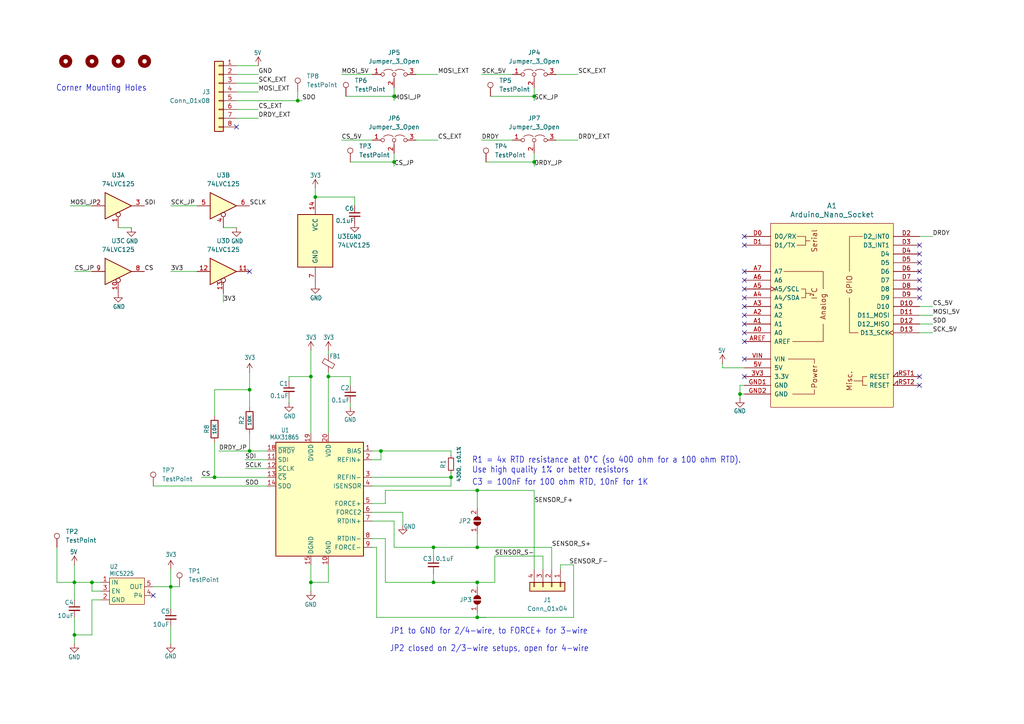
<source format=kicad_sch>
(kicad_sch
	(version 20250114)
	(generator "eeschema")
	(generator_version "9.0")
	(uuid "7d3dfe06-ad22-4135-8721-3b06d69e4560")
	(paper "A4")
	(title_block
		(title "RTD Sensor PCB")
		(date "2025-10-07")
		(company "DTU Nanolab")
	)
	(lib_symbols
		(symbol "74xx:74LVC125"
			(pin_names
				(offset 1.016)
			)
			(exclude_from_sim no)
			(in_bom yes)
			(on_board yes)
			(property "Reference" "U"
				(at 0 1.27 0)
				(effects
					(font
						(size 1.27 1.27)
					)
				)
			)
			(property "Value" "74LVC125"
				(at 0 -1.27 0)
				(effects
					(font
						(size 1.27 1.27)
					)
				)
			)
			(property "Footprint" ""
				(at 0 0 0)
				(effects
					(font
						(size 1.27 1.27)
					)
					(hide yes)
				)
			)
			(property "Datasheet" "http://www.ti.com/lit/gpn/sn74LVC125"
				(at 0 0 0)
				(effects
					(font
						(size 1.27 1.27)
					)
					(hide yes)
				)
			)
			(property "Description" "Quad buffer 3-State outputs"
				(at 0 0 0)
				(effects
					(font
						(size 1.27 1.27)
					)
					(hide yes)
				)
			)
			(property "ki_locked" ""
				(at 0 0 0)
				(effects
					(font
						(size 1.27 1.27)
					)
				)
			)
			(property "ki_keywords" "TTL buffer 3State"
				(at 0 0 0)
				(effects
					(font
						(size 1.27 1.27)
					)
					(hide yes)
				)
			)
			(property "ki_fp_filters" "DIP*W7.62mm*"
				(at 0 0 0)
				(effects
					(font
						(size 1.27 1.27)
					)
					(hide yes)
				)
			)
			(symbol "74LVC125_1_0"
				(polyline
					(pts
						(xy -3.81 3.81) (xy -3.81 -3.81) (xy 3.81 0) (xy -3.81 3.81)
					)
					(stroke
						(width 0.254)
						(type default)
					)
					(fill
						(type background)
					)
				)
				(pin input line
					(at -7.62 0 0)
					(length 3.81)
					(name "~"
						(effects
							(font
								(size 1.27 1.27)
							)
						)
					)
					(number "2"
						(effects
							(font
								(size 1.27 1.27)
							)
						)
					)
				)
				(pin input inverted
					(at 0 -6.35 90)
					(length 4.445)
					(name "~"
						(effects
							(font
								(size 1.27 1.27)
							)
						)
					)
					(number "1"
						(effects
							(font
								(size 1.27 1.27)
							)
						)
					)
				)
				(pin tri_state line
					(at 7.62 0 180)
					(length 3.81)
					(name "~"
						(effects
							(font
								(size 1.27 1.27)
							)
						)
					)
					(number "3"
						(effects
							(font
								(size 1.27 1.27)
							)
						)
					)
				)
			)
			(symbol "74LVC125_2_0"
				(polyline
					(pts
						(xy -3.81 3.81) (xy -3.81 -3.81) (xy 3.81 0) (xy -3.81 3.81)
					)
					(stroke
						(width 0.254)
						(type default)
					)
					(fill
						(type background)
					)
				)
				(pin input line
					(at -7.62 0 0)
					(length 3.81)
					(name "~"
						(effects
							(font
								(size 1.27 1.27)
							)
						)
					)
					(number "5"
						(effects
							(font
								(size 1.27 1.27)
							)
						)
					)
				)
				(pin input inverted
					(at 0 -6.35 90)
					(length 4.445)
					(name "~"
						(effects
							(font
								(size 1.27 1.27)
							)
						)
					)
					(number "4"
						(effects
							(font
								(size 1.27 1.27)
							)
						)
					)
				)
				(pin tri_state line
					(at 7.62 0 180)
					(length 3.81)
					(name "~"
						(effects
							(font
								(size 1.27 1.27)
							)
						)
					)
					(number "6"
						(effects
							(font
								(size 1.27 1.27)
							)
						)
					)
				)
			)
			(symbol "74LVC125_3_0"
				(polyline
					(pts
						(xy -3.81 3.81) (xy -3.81 -3.81) (xy 3.81 0) (xy -3.81 3.81)
					)
					(stroke
						(width 0.254)
						(type default)
					)
					(fill
						(type background)
					)
				)
				(pin input line
					(at -7.62 0 0)
					(length 3.81)
					(name "~"
						(effects
							(font
								(size 1.27 1.27)
							)
						)
					)
					(number "9"
						(effects
							(font
								(size 1.27 1.27)
							)
						)
					)
				)
				(pin input inverted
					(at 0 -6.35 90)
					(length 4.445)
					(name "~"
						(effects
							(font
								(size 1.27 1.27)
							)
						)
					)
					(number "10"
						(effects
							(font
								(size 1.27 1.27)
							)
						)
					)
				)
				(pin tri_state line
					(at 7.62 0 180)
					(length 3.81)
					(name "~"
						(effects
							(font
								(size 1.27 1.27)
							)
						)
					)
					(number "8"
						(effects
							(font
								(size 1.27 1.27)
							)
						)
					)
				)
			)
			(symbol "74LVC125_4_0"
				(polyline
					(pts
						(xy -3.81 3.81) (xy -3.81 -3.81) (xy 3.81 0) (xy -3.81 3.81)
					)
					(stroke
						(width 0.254)
						(type default)
					)
					(fill
						(type background)
					)
				)
				(pin input line
					(at -7.62 0 0)
					(length 3.81)
					(name "~"
						(effects
							(font
								(size 1.27 1.27)
							)
						)
					)
					(number "12"
						(effects
							(font
								(size 1.27 1.27)
							)
						)
					)
				)
				(pin input inverted
					(at 0 -6.35 90)
					(length 4.445)
					(name "~"
						(effects
							(font
								(size 1.27 1.27)
							)
						)
					)
					(number "13"
						(effects
							(font
								(size 1.27 1.27)
							)
						)
					)
				)
				(pin tri_state line
					(at 7.62 0 180)
					(length 3.81)
					(name "~"
						(effects
							(font
								(size 1.27 1.27)
							)
						)
					)
					(number "11"
						(effects
							(font
								(size 1.27 1.27)
							)
						)
					)
				)
			)
			(symbol "74LVC125_5_0"
				(pin power_in line
					(at 0 12.7 270)
					(length 5.08)
					(name "VCC"
						(effects
							(font
								(size 1.27 1.27)
							)
						)
					)
					(number "14"
						(effects
							(font
								(size 1.27 1.27)
							)
						)
					)
				)
				(pin power_in line
					(at 0 -12.7 90)
					(length 5.08)
					(name "GND"
						(effects
							(font
								(size 1.27 1.27)
							)
						)
					)
					(number "7"
						(effects
							(font
								(size 1.27 1.27)
							)
						)
					)
				)
			)
			(symbol "74LVC125_5_1"
				(rectangle
					(start -5.08 7.62)
					(end 5.08 -7.62)
					(stroke
						(width 0.254)
						(type default)
					)
					(fill
						(type background)
					)
				)
			)
			(embedded_fonts no)
		)
		(symbol "Connector:TestPoint"
			(pin_numbers
				(hide yes)
			)
			(pin_names
				(offset 0.762)
				(hide yes)
			)
			(exclude_from_sim no)
			(in_bom yes)
			(on_board yes)
			(property "Reference" "TP"
				(at 0 6.858 0)
				(effects
					(font
						(size 1.27 1.27)
					)
				)
			)
			(property "Value" "TestPoint"
				(at 0 5.08 0)
				(effects
					(font
						(size 1.27 1.27)
					)
				)
			)
			(property "Footprint" ""
				(at 5.08 0 0)
				(effects
					(font
						(size 1.27 1.27)
					)
					(hide yes)
				)
			)
			(property "Datasheet" "~"
				(at 5.08 0 0)
				(effects
					(font
						(size 1.27 1.27)
					)
					(hide yes)
				)
			)
			(property "Description" "test point"
				(at 0 0 0)
				(effects
					(font
						(size 1.27 1.27)
					)
					(hide yes)
				)
			)
			(property "ki_keywords" "test point tp"
				(at 0 0 0)
				(effects
					(font
						(size 1.27 1.27)
					)
					(hide yes)
				)
			)
			(property "ki_fp_filters" "Pin* Test*"
				(at 0 0 0)
				(effects
					(font
						(size 1.27 1.27)
					)
					(hide yes)
				)
			)
			(symbol "TestPoint_0_1"
				(circle
					(center 0 3.302)
					(radius 0.762)
					(stroke
						(width 0)
						(type default)
					)
					(fill
						(type none)
					)
				)
			)
			(symbol "TestPoint_1_1"
				(pin passive line
					(at 0 0 90)
					(length 2.54)
					(name "1"
						(effects
							(font
								(size 1.27 1.27)
							)
						)
					)
					(number "1"
						(effects
							(font
								(size 1.27 1.27)
							)
						)
					)
				)
			)
			(embedded_fonts no)
		)
		(symbol "Connector_Generic:Conn_01x04"
			(pin_names
				(offset 1.016)
				(hide yes)
			)
			(exclude_from_sim no)
			(in_bom yes)
			(on_board yes)
			(property "Reference" "J"
				(at 0 5.08 0)
				(effects
					(font
						(size 1.27 1.27)
					)
				)
			)
			(property "Value" "Conn_01x04"
				(at 0 -7.62 0)
				(effects
					(font
						(size 1.27 1.27)
					)
				)
			)
			(property "Footprint" ""
				(at 0 0 0)
				(effects
					(font
						(size 1.27 1.27)
					)
					(hide yes)
				)
			)
			(property "Datasheet" "~"
				(at 0 0 0)
				(effects
					(font
						(size 1.27 1.27)
					)
					(hide yes)
				)
			)
			(property "Description" "Generic connector, single row, 01x04, script generated (kicad-library-utils/schlib/autogen/connector/)"
				(at 0 0 0)
				(effects
					(font
						(size 1.27 1.27)
					)
					(hide yes)
				)
			)
			(property "ki_keywords" "connector"
				(at 0 0 0)
				(effects
					(font
						(size 1.27 1.27)
					)
					(hide yes)
				)
			)
			(property "ki_fp_filters" "Connector*:*_1x??_*"
				(at 0 0 0)
				(effects
					(font
						(size 1.27 1.27)
					)
					(hide yes)
				)
			)
			(symbol "Conn_01x04_1_1"
				(rectangle
					(start -1.27 3.81)
					(end 1.27 -6.35)
					(stroke
						(width 0.254)
						(type default)
					)
					(fill
						(type background)
					)
				)
				(rectangle
					(start -1.27 2.667)
					(end 0 2.413)
					(stroke
						(width 0.1524)
						(type default)
					)
					(fill
						(type none)
					)
				)
				(rectangle
					(start -1.27 0.127)
					(end 0 -0.127)
					(stroke
						(width 0.1524)
						(type default)
					)
					(fill
						(type none)
					)
				)
				(rectangle
					(start -1.27 -2.413)
					(end 0 -2.667)
					(stroke
						(width 0.1524)
						(type default)
					)
					(fill
						(type none)
					)
				)
				(rectangle
					(start -1.27 -4.953)
					(end 0 -5.207)
					(stroke
						(width 0.1524)
						(type default)
					)
					(fill
						(type none)
					)
				)
				(pin passive line
					(at -5.08 2.54 0)
					(length 3.81)
					(name "Pin_1"
						(effects
							(font
								(size 1.27 1.27)
							)
						)
					)
					(number "1"
						(effects
							(font
								(size 1.27 1.27)
							)
						)
					)
				)
				(pin passive line
					(at -5.08 0 0)
					(length 3.81)
					(name "Pin_2"
						(effects
							(font
								(size 1.27 1.27)
							)
						)
					)
					(number "2"
						(effects
							(font
								(size 1.27 1.27)
							)
						)
					)
				)
				(pin passive line
					(at -5.08 -2.54 0)
					(length 3.81)
					(name "Pin_3"
						(effects
							(font
								(size 1.27 1.27)
							)
						)
					)
					(number "3"
						(effects
							(font
								(size 1.27 1.27)
							)
						)
					)
				)
				(pin passive line
					(at -5.08 -5.08 0)
					(length 3.81)
					(name "Pin_4"
						(effects
							(font
								(size 1.27 1.27)
							)
						)
					)
					(number "4"
						(effects
							(font
								(size 1.27 1.27)
							)
						)
					)
				)
			)
			(embedded_fonts no)
		)
		(symbol "Connector_Generic:Conn_01x08"
			(pin_names
				(offset 1.016)
				(hide yes)
			)
			(exclude_from_sim no)
			(in_bom yes)
			(on_board yes)
			(property "Reference" "J"
				(at 0 10.16 0)
				(effects
					(font
						(size 1.27 1.27)
					)
				)
			)
			(property "Value" "Conn_01x08"
				(at 0 -12.7 0)
				(effects
					(font
						(size 1.27 1.27)
					)
				)
			)
			(property "Footprint" ""
				(at 0 0 0)
				(effects
					(font
						(size 1.27 1.27)
					)
					(hide yes)
				)
			)
			(property "Datasheet" "~"
				(at 0 0 0)
				(effects
					(font
						(size 1.27 1.27)
					)
					(hide yes)
				)
			)
			(property "Description" "Generic connector, single row, 01x08, script generated (kicad-library-utils/schlib/autogen/connector/)"
				(at 0 0 0)
				(effects
					(font
						(size 1.27 1.27)
					)
					(hide yes)
				)
			)
			(property "ki_keywords" "connector"
				(at 0 0 0)
				(effects
					(font
						(size 1.27 1.27)
					)
					(hide yes)
				)
			)
			(property "ki_fp_filters" "Connector*:*_1x??_*"
				(at 0 0 0)
				(effects
					(font
						(size 1.27 1.27)
					)
					(hide yes)
				)
			)
			(symbol "Conn_01x08_1_1"
				(rectangle
					(start -1.27 8.89)
					(end 1.27 -11.43)
					(stroke
						(width 0.254)
						(type default)
					)
					(fill
						(type background)
					)
				)
				(rectangle
					(start -1.27 7.747)
					(end 0 7.493)
					(stroke
						(width 0.1524)
						(type default)
					)
					(fill
						(type none)
					)
				)
				(rectangle
					(start -1.27 5.207)
					(end 0 4.953)
					(stroke
						(width 0.1524)
						(type default)
					)
					(fill
						(type none)
					)
				)
				(rectangle
					(start -1.27 2.667)
					(end 0 2.413)
					(stroke
						(width 0.1524)
						(type default)
					)
					(fill
						(type none)
					)
				)
				(rectangle
					(start -1.27 0.127)
					(end 0 -0.127)
					(stroke
						(width 0.1524)
						(type default)
					)
					(fill
						(type none)
					)
				)
				(rectangle
					(start -1.27 -2.413)
					(end 0 -2.667)
					(stroke
						(width 0.1524)
						(type default)
					)
					(fill
						(type none)
					)
				)
				(rectangle
					(start -1.27 -4.953)
					(end 0 -5.207)
					(stroke
						(width 0.1524)
						(type default)
					)
					(fill
						(type none)
					)
				)
				(rectangle
					(start -1.27 -7.493)
					(end 0 -7.747)
					(stroke
						(width 0.1524)
						(type default)
					)
					(fill
						(type none)
					)
				)
				(rectangle
					(start -1.27 -10.033)
					(end 0 -10.287)
					(stroke
						(width 0.1524)
						(type default)
					)
					(fill
						(type none)
					)
				)
				(pin passive line
					(at -5.08 7.62 0)
					(length 3.81)
					(name "Pin_1"
						(effects
							(font
								(size 1.27 1.27)
							)
						)
					)
					(number "1"
						(effects
							(font
								(size 1.27 1.27)
							)
						)
					)
				)
				(pin passive line
					(at -5.08 5.08 0)
					(length 3.81)
					(name "Pin_2"
						(effects
							(font
								(size 1.27 1.27)
							)
						)
					)
					(number "2"
						(effects
							(font
								(size 1.27 1.27)
							)
						)
					)
				)
				(pin passive line
					(at -5.08 2.54 0)
					(length 3.81)
					(name "Pin_3"
						(effects
							(font
								(size 1.27 1.27)
							)
						)
					)
					(number "3"
						(effects
							(font
								(size 1.27 1.27)
							)
						)
					)
				)
				(pin passive line
					(at -5.08 0 0)
					(length 3.81)
					(name "Pin_4"
						(effects
							(font
								(size 1.27 1.27)
							)
						)
					)
					(number "4"
						(effects
							(font
								(size 1.27 1.27)
							)
						)
					)
				)
				(pin passive line
					(at -5.08 -2.54 0)
					(length 3.81)
					(name "Pin_5"
						(effects
							(font
								(size 1.27 1.27)
							)
						)
					)
					(number "5"
						(effects
							(font
								(size 1.27 1.27)
							)
						)
					)
				)
				(pin passive line
					(at -5.08 -5.08 0)
					(length 3.81)
					(name "Pin_6"
						(effects
							(font
								(size 1.27 1.27)
							)
						)
					)
					(number "6"
						(effects
							(font
								(size 1.27 1.27)
							)
						)
					)
				)
				(pin passive line
					(at -5.08 -7.62 0)
					(length 3.81)
					(name "Pin_7"
						(effects
							(font
								(size 1.27 1.27)
							)
						)
					)
					(number "7"
						(effects
							(font
								(size 1.27 1.27)
							)
						)
					)
				)
				(pin passive line
					(at -5.08 -10.16 0)
					(length 3.81)
					(name "Pin_8"
						(effects
							(font
								(size 1.27 1.27)
							)
						)
					)
					(number "8"
						(effects
							(font
								(size 1.27 1.27)
							)
						)
					)
				)
			)
			(embedded_fonts no)
		)
		(symbol "Device:C_Small"
			(pin_numbers
				(hide yes)
			)
			(pin_names
				(offset 0.254)
				(hide yes)
			)
			(exclude_from_sim no)
			(in_bom yes)
			(on_board yes)
			(property "Reference" "C"
				(at 0.254 1.778 0)
				(effects
					(font
						(size 1.27 1.27)
					)
					(justify left)
				)
			)
			(property "Value" "C_Small"
				(at 0.254 -2.032 0)
				(effects
					(font
						(size 1.27 1.27)
					)
					(justify left)
				)
			)
			(property "Footprint" ""
				(at 0 0 0)
				(effects
					(font
						(size 1.27 1.27)
					)
					(hide yes)
				)
			)
			(property "Datasheet" "~"
				(at 0 0 0)
				(effects
					(font
						(size 1.27 1.27)
					)
					(hide yes)
				)
			)
			(property "Description" "Unpolarized capacitor, small symbol"
				(at 0 0 0)
				(effects
					(font
						(size 1.27 1.27)
					)
					(hide yes)
				)
			)
			(property "ki_keywords" "capacitor cap"
				(at 0 0 0)
				(effects
					(font
						(size 1.27 1.27)
					)
					(hide yes)
				)
			)
			(property "ki_fp_filters" "C_*"
				(at 0 0 0)
				(effects
					(font
						(size 1.27 1.27)
					)
					(hide yes)
				)
			)
			(symbol "C_Small_0_1"
				(polyline
					(pts
						(xy -1.524 0.508) (xy 1.524 0.508)
					)
					(stroke
						(width 0.3048)
						(type default)
					)
					(fill
						(type none)
					)
				)
				(polyline
					(pts
						(xy -1.524 -0.508) (xy 1.524 -0.508)
					)
					(stroke
						(width 0.3302)
						(type default)
					)
					(fill
						(type none)
					)
				)
			)
			(symbol "C_Small_1_1"
				(pin passive line
					(at 0 2.54 270)
					(length 2.032)
					(name "~"
						(effects
							(font
								(size 1.27 1.27)
							)
						)
					)
					(number "1"
						(effects
							(font
								(size 1.27 1.27)
							)
						)
					)
				)
				(pin passive line
					(at 0 -2.54 90)
					(length 2.032)
					(name "~"
						(effects
							(font
								(size 1.27 1.27)
							)
						)
					)
					(number "2"
						(effects
							(font
								(size 1.27 1.27)
							)
						)
					)
				)
			)
			(embedded_fonts no)
		)
		(symbol "Device:FerriteBead_Small"
			(pin_numbers
				(hide yes)
			)
			(pin_names
				(offset 0)
			)
			(exclude_from_sim no)
			(in_bom yes)
			(on_board yes)
			(property "Reference" "FB"
				(at 1.905 1.27 0)
				(effects
					(font
						(size 1.27 1.27)
					)
					(justify left)
				)
			)
			(property "Value" "FerriteBead_Small"
				(at 1.905 -1.27 0)
				(effects
					(font
						(size 1.27 1.27)
					)
					(justify left)
				)
			)
			(property "Footprint" ""
				(at -1.778 0 90)
				(effects
					(font
						(size 1.27 1.27)
					)
					(hide yes)
				)
			)
			(property "Datasheet" "~"
				(at 0 0 0)
				(effects
					(font
						(size 1.27 1.27)
					)
					(hide yes)
				)
			)
			(property "Description" "Ferrite bead, small symbol"
				(at 0 0 0)
				(effects
					(font
						(size 1.27 1.27)
					)
					(hide yes)
				)
			)
			(property "ki_keywords" "L ferrite bead inductor filter"
				(at 0 0 0)
				(effects
					(font
						(size 1.27 1.27)
					)
					(hide yes)
				)
			)
			(property "ki_fp_filters" "Inductor_* L_* *Ferrite*"
				(at 0 0 0)
				(effects
					(font
						(size 1.27 1.27)
					)
					(hide yes)
				)
			)
			(symbol "FerriteBead_Small_0_1"
				(polyline
					(pts
						(xy -1.8288 0.2794) (xy -1.1176 1.4986) (xy 1.8288 -0.2032) (xy 1.1176 -1.4224) (xy -1.8288 0.2794)
					)
					(stroke
						(width 0)
						(type default)
					)
					(fill
						(type none)
					)
				)
				(polyline
					(pts
						(xy 0 0.889) (xy 0 1.2954)
					)
					(stroke
						(width 0)
						(type default)
					)
					(fill
						(type none)
					)
				)
				(polyline
					(pts
						(xy 0 -1.27) (xy 0 -0.7874)
					)
					(stroke
						(width 0)
						(type default)
					)
					(fill
						(type none)
					)
				)
			)
			(symbol "FerriteBead_Small_1_1"
				(pin passive line
					(at 0 2.54 270)
					(length 1.27)
					(name "~"
						(effects
							(font
								(size 1.27 1.27)
							)
						)
					)
					(number "1"
						(effects
							(font
								(size 1.27 1.27)
							)
						)
					)
				)
				(pin passive line
					(at 0 -2.54 90)
					(length 1.27)
					(name "~"
						(effects
							(font
								(size 1.27 1.27)
							)
						)
					)
					(number "2"
						(effects
							(font
								(size 1.27 1.27)
							)
						)
					)
				)
			)
			(embedded_fonts no)
		)
		(symbol "Device:R"
			(pin_numbers
				(hide yes)
			)
			(pin_names
				(offset 0)
			)
			(exclude_from_sim no)
			(in_bom yes)
			(on_board yes)
			(property "Reference" "R"
				(at 2.032 0 90)
				(effects
					(font
						(size 1.27 1.27)
					)
				)
			)
			(property "Value" "R"
				(at 0 0 90)
				(effects
					(font
						(size 1.27 1.27)
					)
				)
			)
			(property "Footprint" ""
				(at -1.778 0 90)
				(effects
					(font
						(size 1.27 1.27)
					)
					(hide yes)
				)
			)
			(property "Datasheet" "~"
				(at 0 0 0)
				(effects
					(font
						(size 1.27 1.27)
					)
					(hide yes)
				)
			)
			(property "Description" "Resistor"
				(at 0 0 0)
				(effects
					(font
						(size 1.27 1.27)
					)
					(hide yes)
				)
			)
			(property "ki_keywords" "R res resistor"
				(at 0 0 0)
				(effects
					(font
						(size 1.27 1.27)
					)
					(hide yes)
				)
			)
			(property "ki_fp_filters" "R_*"
				(at 0 0 0)
				(effects
					(font
						(size 1.27 1.27)
					)
					(hide yes)
				)
			)
			(symbol "R_0_1"
				(rectangle
					(start -1.016 -2.54)
					(end 1.016 2.54)
					(stroke
						(width 0.254)
						(type default)
					)
					(fill
						(type none)
					)
				)
			)
			(symbol "R_1_1"
				(pin passive line
					(at 0 3.81 270)
					(length 1.27)
					(name "~"
						(effects
							(font
								(size 1.27 1.27)
							)
						)
					)
					(number "1"
						(effects
							(font
								(size 1.27 1.27)
							)
						)
					)
				)
				(pin passive line
					(at 0 -3.81 90)
					(length 1.27)
					(name "~"
						(effects
							(font
								(size 1.27 1.27)
							)
						)
					)
					(number "2"
						(effects
							(font
								(size 1.27 1.27)
							)
						)
					)
				)
			)
			(embedded_fonts no)
		)
		(symbol "Device:R_Small"
			(pin_numbers
				(hide yes)
			)
			(pin_names
				(offset 0.254)
				(hide yes)
			)
			(exclude_from_sim no)
			(in_bom yes)
			(on_board yes)
			(property "Reference" "R"
				(at 0.762 0.508 0)
				(effects
					(font
						(size 1.27 1.27)
					)
					(justify left)
				)
			)
			(property "Value" "R_Small"
				(at 0.762 -1.016 0)
				(effects
					(font
						(size 1.27 1.27)
					)
					(justify left)
				)
			)
			(property "Footprint" ""
				(at 0 0 0)
				(effects
					(font
						(size 1.27 1.27)
					)
					(hide yes)
				)
			)
			(property "Datasheet" "~"
				(at 0 0 0)
				(effects
					(font
						(size 1.27 1.27)
					)
					(hide yes)
				)
			)
			(property "Description" "Resistor, small symbol"
				(at 0 0 0)
				(effects
					(font
						(size 1.27 1.27)
					)
					(hide yes)
				)
			)
			(property "ki_keywords" "R resistor"
				(at 0 0 0)
				(effects
					(font
						(size 1.27 1.27)
					)
					(hide yes)
				)
			)
			(property "ki_fp_filters" "R_*"
				(at 0 0 0)
				(effects
					(font
						(size 1.27 1.27)
					)
					(hide yes)
				)
			)
			(symbol "R_Small_0_1"
				(rectangle
					(start -0.762 1.778)
					(end 0.762 -1.778)
					(stroke
						(width 0.2032)
						(type default)
					)
					(fill
						(type none)
					)
				)
			)
			(symbol "R_Small_1_1"
				(pin passive line
					(at 0 2.54 270)
					(length 0.762)
					(name "~"
						(effects
							(font
								(size 1.27 1.27)
							)
						)
					)
					(number "1"
						(effects
							(font
								(size 1.27 1.27)
							)
						)
					)
				)
				(pin passive line
					(at 0 -2.54 90)
					(length 0.762)
					(name "~"
						(effects
							(font
								(size 1.27 1.27)
							)
						)
					)
					(number "2"
						(effects
							(font
								(size 1.27 1.27)
							)
						)
					)
				)
			)
			(embedded_fonts no)
		)
		(symbol "Jumper:Jumper_3_Open"
			(pin_names
				(offset 0)
				(hide yes)
			)
			(exclude_from_sim no)
			(in_bom no)
			(on_board yes)
			(property "Reference" "JP"
				(at -2.54 -2.54 0)
				(effects
					(font
						(size 1.27 1.27)
					)
				)
			)
			(property "Value" "Jumper_3_Open"
				(at 0 2.794 0)
				(effects
					(font
						(size 1.27 1.27)
					)
				)
			)
			(property "Footprint" ""
				(at 0 0 0)
				(effects
					(font
						(size 1.27 1.27)
					)
					(hide yes)
				)
			)
			(property "Datasheet" "~"
				(at 0 0 0)
				(effects
					(font
						(size 1.27 1.27)
					)
					(hide yes)
				)
			)
			(property "Description" "Jumper, 3-pole, both open"
				(at 0 0 0)
				(effects
					(font
						(size 1.27 1.27)
					)
					(hide yes)
				)
			)
			(property "ki_keywords" "Jumper SPDT"
				(at 0 0 0)
				(effects
					(font
						(size 1.27 1.27)
					)
					(hide yes)
				)
			)
			(property "ki_fp_filters" "Jumper* TestPoint*3Pads* TestPoint*Bridge*"
				(at 0 0 0)
				(effects
					(font
						(size 1.27 1.27)
					)
					(hide yes)
				)
			)
			(symbol "Jumper_3_Open_0_0"
				(circle
					(center -3.302 0)
					(radius 0.508)
					(stroke
						(width 0)
						(type default)
					)
					(fill
						(type none)
					)
				)
				(circle
					(center 0 0)
					(radius 0.508)
					(stroke
						(width 0)
						(type default)
					)
					(fill
						(type none)
					)
				)
				(circle
					(center 3.302 0)
					(radius 0.508)
					(stroke
						(width 0)
						(type default)
					)
					(fill
						(type none)
					)
				)
			)
			(symbol "Jumper_3_Open_0_1"
				(arc
					(start -3.048 1.016)
					(mid -1.651 1.4992)
					(end -0.254 1.016)
					(stroke
						(width 0)
						(type default)
					)
					(fill
						(type none)
					)
				)
				(polyline
					(pts
						(xy 0 -0.508) (xy 0 -1.27)
					)
					(stroke
						(width 0)
						(type default)
					)
					(fill
						(type none)
					)
				)
				(arc
					(start 0.254 1.016)
					(mid 1.651 1.4992)
					(end 3.048 1.016)
					(stroke
						(width 0)
						(type default)
					)
					(fill
						(type none)
					)
				)
			)
			(symbol "Jumper_3_Open_1_1"
				(pin passive line
					(at -6.35 0 0)
					(length 2.54)
					(name "A"
						(effects
							(font
								(size 1.27 1.27)
							)
						)
					)
					(number "1"
						(effects
							(font
								(size 1.27 1.27)
							)
						)
					)
				)
				(pin passive line
					(at 0 -3.81 90)
					(length 2.54)
					(name "C"
						(effects
							(font
								(size 1.27 1.27)
							)
						)
					)
					(number "2"
						(effects
							(font
								(size 1.27 1.27)
							)
						)
					)
				)
				(pin passive line
					(at 6.35 0 180)
					(length 2.54)
					(name "B"
						(effects
							(font
								(size 1.27 1.27)
							)
						)
					)
					(number "3"
						(effects
							(font
								(size 1.27 1.27)
							)
						)
					)
				)
			)
			(embedded_fonts no)
		)
		(symbol "Jumper:SolderJumper_2_Open"
			(pin_names
				(offset 0)
				(hide yes)
			)
			(exclude_from_sim no)
			(in_bom yes)
			(on_board yes)
			(property "Reference" "JP"
				(at 0 2.032 0)
				(effects
					(font
						(size 1.27 1.27)
					)
				)
			)
			(property "Value" "SolderJumper_2_Open"
				(at 0 -2.54 0)
				(effects
					(font
						(size 1.27 1.27)
					)
				)
			)
			(property "Footprint" ""
				(at 0 0 0)
				(effects
					(font
						(size 1.27 1.27)
					)
					(hide yes)
				)
			)
			(property "Datasheet" "~"
				(at 0 0 0)
				(effects
					(font
						(size 1.27 1.27)
					)
					(hide yes)
				)
			)
			(property "Description" "Solder Jumper, 2-pole, open"
				(at 0 0 0)
				(effects
					(font
						(size 1.27 1.27)
					)
					(hide yes)
				)
			)
			(property "ki_keywords" "solder jumper SPST"
				(at 0 0 0)
				(effects
					(font
						(size 1.27 1.27)
					)
					(hide yes)
				)
			)
			(property "ki_fp_filters" "SolderJumper*Open*"
				(at 0 0 0)
				(effects
					(font
						(size 1.27 1.27)
					)
					(hide yes)
				)
			)
			(symbol "SolderJumper_2_Open_0_1"
				(polyline
					(pts
						(xy -0.254 1.016) (xy -0.254 -1.016)
					)
					(stroke
						(width 0)
						(type default)
					)
					(fill
						(type none)
					)
				)
				(arc
					(start -0.254 -1.016)
					(mid -1.2656 0)
					(end -0.254 1.016)
					(stroke
						(width 0)
						(type default)
					)
					(fill
						(type none)
					)
				)
				(arc
					(start -0.254 -1.016)
					(mid -1.2656 0)
					(end -0.254 1.016)
					(stroke
						(width 0)
						(type default)
					)
					(fill
						(type outline)
					)
				)
				(arc
					(start 0.254 1.016)
					(mid 1.2656 0)
					(end 0.254 -1.016)
					(stroke
						(width 0)
						(type default)
					)
					(fill
						(type none)
					)
				)
				(arc
					(start 0.254 1.016)
					(mid 1.2656 0)
					(end 0.254 -1.016)
					(stroke
						(width 0)
						(type default)
					)
					(fill
						(type outline)
					)
				)
				(polyline
					(pts
						(xy 0.254 1.016) (xy 0.254 -1.016)
					)
					(stroke
						(width 0)
						(type default)
					)
					(fill
						(type none)
					)
				)
			)
			(symbol "SolderJumper_2_Open_1_1"
				(pin passive line
					(at -3.81 0 0)
					(length 2.54)
					(name "A"
						(effects
							(font
								(size 1.27 1.27)
							)
						)
					)
					(number "1"
						(effects
							(font
								(size 1.27 1.27)
							)
						)
					)
				)
				(pin passive line
					(at 3.81 0 180)
					(length 2.54)
					(name "B"
						(effects
							(font
								(size 1.27 1.27)
							)
						)
					)
					(number "2"
						(effects
							(font
								(size 1.27 1.27)
							)
						)
					)
				)
			)
			(embedded_fonts no)
		)
		(symbol "Mechanical:MountingHole"
			(pin_names
				(offset 1.016)
			)
			(exclude_from_sim yes)
			(in_bom no)
			(on_board yes)
			(property "Reference" "H"
				(at 0 5.08 0)
				(effects
					(font
						(size 1.27 1.27)
					)
				)
			)
			(property "Value" "MountingHole"
				(at 0 3.175 0)
				(effects
					(font
						(size 1.27 1.27)
					)
				)
			)
			(property "Footprint" ""
				(at 0 0 0)
				(effects
					(font
						(size 1.27 1.27)
					)
					(hide yes)
				)
			)
			(property "Datasheet" "~"
				(at 0 0 0)
				(effects
					(font
						(size 1.27 1.27)
					)
					(hide yes)
				)
			)
			(property "Description" "Mounting Hole without connection"
				(at 0 0 0)
				(effects
					(font
						(size 1.27 1.27)
					)
					(hide yes)
				)
			)
			(property "ki_keywords" "mounting hole"
				(at 0 0 0)
				(effects
					(font
						(size 1.27 1.27)
					)
					(hide yes)
				)
			)
			(property "ki_fp_filters" "MountingHole*"
				(at 0 0 0)
				(effects
					(font
						(size 1.27 1.27)
					)
					(hide yes)
				)
			)
			(symbol "MountingHole_0_1"
				(circle
					(center 0 0)
					(radius 1.27)
					(stroke
						(width 1.27)
						(type default)
					)
					(fill
						(type none)
					)
				)
			)
			(embedded_fonts no)
		)
		(symbol "PCM_arduino-library:Arduino_Nano_Socket"
			(pin_names
				(offset 1.016)
			)
			(exclude_from_sim no)
			(in_bom yes)
			(on_board yes)
			(property "Reference" "A"
				(at 0 33.02 0)
				(effects
					(font
						(size 1.524 1.524)
					)
				)
			)
			(property "Value" "Arduino_Nano_Socket"
				(at 0 29.21 0)
				(effects
					(font
						(size 1.524 1.524)
					)
				)
			)
			(property "Footprint" "PCM_arduino-library:Arduino_Nano_Socket"
				(at 0 -34.29 0)
				(effects
					(font
						(size 1.524 1.524)
					)
					(hide yes)
				)
			)
			(property "Datasheet" "https://docs.arduino.cc/hardware/nano"
				(at 0 -30.48 0)
				(effects
					(font
						(size 1.524 1.524)
					)
					(hide yes)
				)
			)
			(property "Description" "Socket for Arduino Nano"
				(at 0 0 0)
				(effects
					(font
						(size 1.27 1.27)
					)
					(hide yes)
				)
			)
			(property "ki_keywords" "Arduino MPU Shield"
				(at 0 0 0)
				(effects
					(font
						(size 1.27 1.27)
					)
					(hide yes)
				)
			)
			(property "ki_fp_filters" "Arduino_Nano_Socket"
				(at 0 0 0)
				(effects
					(font
						(size 1.27 1.27)
					)
					(hide yes)
				)
			)
			(symbol "Arduino_Nano_Socket_0_0"
				(rectangle
					(start -17.78 26.67)
					(end 17.78 -26.67)
					(stroke
						(width 0)
						(type default)
					)
					(fill
						(type background)
					)
				)
				(polyline
					(pts
						(xy -11.43 -22.86) (xy -5.08 -22.86) (xy -5.08 -21.59)
					)
					(stroke
						(width 0)
						(type default)
					)
					(fill
						(type none)
					)
				)
				(polyline
					(pts
						(xy -10.16 22.86) (xy -7.62 22.86) (xy -7.62 20.32) (xy -10.16 20.32)
					)
					(stroke
						(width 0)
						(type default)
					)
					(fill
						(type none)
					)
				)
				(polyline
					(pts
						(xy -8.89 7.62) (xy -7.62 7.62) (xy -7.62 5.08) (xy -8.89 5.08)
					)
					(stroke
						(width 0)
						(type default)
					)
					(fill
						(type none)
					)
				)
				(polyline
					(pts
						(xy -7.62 21.59) (xy -6.35 21.59)
					)
					(stroke
						(width 0)
						(type default)
					)
					(fill
						(type none)
					)
				)
				(polyline
					(pts
						(xy -7.62 6.35) (xy -6.35 6.35)
					)
					(stroke
						(width 0)
						(type default)
					)
					(fill
						(type none)
					)
				)
				(polyline
					(pts
						(xy -5.08 -13.97) (xy -5.08 -12.7) (xy -12.7 -12.7)
					)
					(stroke
						(width 0)
						(type default)
					)
					(fill
						(type none)
					)
				)
				(polyline
					(pts
						(xy 8.89 -19.05) (xy 6.35 -19.05)
					)
					(stroke
						(width 0)
						(type default)
					)
					(fill
						(type none)
					)
				)
				(text "Serial"
					(at -5.08 21.59 900)
					(effects
						(font
							(size 1.524 1.524)
						)
					)
				)
				(text "I²C"
					(at -5.08 6.35 900)
					(effects
						(font
							(size 1.524 1.524)
						)
					)
				)
				(text "Power"
					(at -5.08 -17.78 900)
					(effects
						(font
							(size 1.524 1.524)
						)
					)
				)
				(text "Analog"
					(at -2.54 2.54 900)
					(effects
						(font
							(size 1.524 1.524)
						)
					)
				)
				(text "Misc."
					(at 5.08 -19.05 900)
					(effects
						(font
							(size 1.524 1.524)
						)
					)
				)
			)
			(symbol "Arduino_Nano_Socket_0_1"
				(polyline
					(pts
						(xy -13.97 12.7) (xy -2.54 12.7) (xy -2.54 7.62)
					)
					(stroke
						(width 0)
						(type default)
					)
					(fill
						(type none)
					)
				)
				(polyline
					(pts
						(xy -11.43 -7.62) (xy -2.54 -7.62) (xy -2.54 -2.54)
					)
					(stroke
						(width 0)
						(type default)
					)
					(fill
						(type none)
					)
				)
				(polyline
					(pts
						(xy 7.62 -5.08) (xy 5.08 -5.08) (xy 5.08 5.08)
					)
					(stroke
						(width 0)
						(type default)
					)
					(fill
						(type none)
					)
				)
				(polyline
					(pts
						(xy 8.89 22.86) (xy 5.08 22.86) (xy 5.08 12.7)
					)
					(stroke
						(width 0)
						(type default)
					)
					(fill
						(type none)
					)
				)
				(polyline
					(pts
						(xy 10.16 -17.78) (xy 8.89 -17.78) (xy 8.89 -20.32) (xy 10.16 -20.32)
					)
					(stroke
						(width 0)
						(type default)
					)
					(fill
						(type none)
					)
				)
			)
			(symbol "Arduino_Nano_Socket_1_0"
				(text "GPIO"
					(at 5.08 8.89 900)
					(effects
						(font
							(size 1.524 1.524)
						)
					)
				)
			)
			(symbol "Arduino_Nano_Socket_1_1"
				(pin bidirectional line
					(at -25.4 22.86 0)
					(length 7.62)
					(name "D0/RX"
						(effects
							(font
								(size 1.27 1.27)
							)
						)
					)
					(number "D0"
						(effects
							(font
								(size 1.27 1.27)
							)
						)
					)
				)
				(pin bidirectional line
					(at -25.4 20.32 0)
					(length 7.62)
					(name "D1/TX"
						(effects
							(font
								(size 1.27 1.27)
							)
						)
					)
					(number "D1"
						(effects
							(font
								(size 1.27 1.27)
							)
						)
					)
				)
				(pin input line
					(at -25.4 12.7 0)
					(length 7.62)
					(name "A7"
						(effects
							(font
								(size 1.27 1.27)
							)
						)
					)
					(number "A7"
						(effects
							(font
								(size 1.27 1.27)
							)
						)
					)
				)
				(pin input line
					(at -25.4 10.16 0)
					(length 7.62)
					(name "A6"
						(effects
							(font
								(size 1.27 1.27)
							)
						)
					)
					(number "A6"
						(effects
							(font
								(size 1.27 1.27)
							)
						)
					)
				)
				(pin bidirectional clock
					(at -25.4 7.62 0)
					(length 7.62)
					(name "A5/SCL"
						(effects
							(font
								(size 1.27 1.27)
							)
						)
					)
					(number "A5"
						(effects
							(font
								(size 1.27 1.27)
							)
						)
					)
				)
				(pin bidirectional line
					(at -25.4 5.08 0)
					(length 7.62)
					(name "A4/SDA"
						(effects
							(font
								(size 1.27 1.27)
							)
						)
					)
					(number "A4"
						(effects
							(font
								(size 1.27 1.27)
							)
						)
					)
				)
				(pin bidirectional line
					(at -25.4 2.54 0)
					(length 7.62)
					(name "A3"
						(effects
							(font
								(size 1.27 1.27)
							)
						)
					)
					(number "A3"
						(effects
							(font
								(size 1.27 1.27)
							)
						)
					)
				)
				(pin bidirectional line
					(at -25.4 0 0)
					(length 7.62)
					(name "A2"
						(effects
							(font
								(size 1.27 1.27)
							)
						)
					)
					(number "A2"
						(effects
							(font
								(size 1.27 1.27)
							)
						)
					)
				)
				(pin bidirectional line
					(at -25.4 -2.54 0)
					(length 7.62)
					(name "A1"
						(effects
							(font
								(size 1.27 1.27)
							)
						)
					)
					(number "A1"
						(effects
							(font
								(size 1.27 1.27)
							)
						)
					)
				)
				(pin bidirectional line
					(at -25.4 -5.08 0)
					(length 7.62)
					(name "A0"
						(effects
							(font
								(size 1.27 1.27)
							)
						)
					)
					(number "A0"
						(effects
							(font
								(size 1.27 1.27)
							)
						)
					)
				)
				(pin input line
					(at -25.4 -7.62 0)
					(length 7.62)
					(name "AREF"
						(effects
							(font
								(size 1.27 1.27)
							)
						)
					)
					(number "AREF"
						(effects
							(font
								(size 1.27 1.27)
							)
						)
					)
				)
				(pin power_in line
					(at -25.4 -12.7 0)
					(length 7.62)
					(name "VIN"
						(effects
							(font
								(size 1.27 1.27)
							)
						)
					)
					(number "VIN"
						(effects
							(font
								(size 1.27 1.27)
							)
						)
					)
				)
				(pin power_in line
					(at -25.4 -15.24 0)
					(length 7.62)
					(name "5V"
						(effects
							(font
								(size 1.27 1.27)
							)
						)
					)
					(number "5V"
						(effects
							(font
								(size 1.27 1.27)
							)
						)
					)
				)
				(pin power_out line
					(at -25.4 -17.78 0)
					(length 7.62)
					(name "3.3V"
						(effects
							(font
								(size 1.27 1.27)
							)
						)
					)
					(number "3V3"
						(effects
							(font
								(size 1.27 1.27)
							)
						)
					)
				)
				(pin power_in line
					(at -25.4 -20.32 0)
					(length 7.62)
					(name "GND"
						(effects
							(font
								(size 1.27 1.27)
							)
						)
					)
					(number "GND1"
						(effects
							(font
								(size 1.27 1.27)
							)
						)
					)
				)
				(pin power_in line
					(at -25.4 -22.86 0)
					(length 7.62)
					(name "GND"
						(effects
							(font
								(size 1.27 1.27)
							)
						)
					)
					(number "GND2"
						(effects
							(font
								(size 1.27 1.27)
							)
						)
					)
				)
				(pin bidirectional line
					(at 25.4 22.86 180)
					(length 7.62)
					(name "D2_INT0"
						(effects
							(font
								(size 1.27 1.27)
							)
						)
					)
					(number "D2"
						(effects
							(font
								(size 1.27 1.27)
							)
						)
					)
				)
				(pin bidirectional line
					(at 25.4 20.32 180)
					(length 7.62)
					(name "D3_INT1"
						(effects
							(font
								(size 1.27 1.27)
							)
						)
					)
					(number "D3"
						(effects
							(font
								(size 1.27 1.27)
							)
						)
					)
				)
				(pin bidirectional line
					(at 25.4 17.78 180)
					(length 7.62)
					(name "D4"
						(effects
							(font
								(size 1.27 1.27)
							)
						)
					)
					(number "D4"
						(effects
							(font
								(size 1.27 1.27)
							)
						)
					)
				)
				(pin bidirectional line
					(at 25.4 15.24 180)
					(length 7.62)
					(name "D5"
						(effects
							(font
								(size 1.27 1.27)
							)
						)
					)
					(number "D5"
						(effects
							(font
								(size 1.27 1.27)
							)
						)
					)
				)
				(pin bidirectional line
					(at 25.4 12.7 180)
					(length 7.62)
					(name "D6"
						(effects
							(font
								(size 1.27 1.27)
							)
						)
					)
					(number "D6"
						(effects
							(font
								(size 1.27 1.27)
							)
						)
					)
				)
				(pin bidirectional line
					(at 25.4 10.16 180)
					(length 7.62)
					(name "D7"
						(effects
							(font
								(size 1.27 1.27)
							)
						)
					)
					(number "D7"
						(effects
							(font
								(size 1.27 1.27)
							)
						)
					)
				)
				(pin bidirectional line
					(at 25.4 7.62 180)
					(length 7.62)
					(name "D8"
						(effects
							(font
								(size 1.27 1.27)
							)
						)
					)
					(number "D8"
						(effects
							(font
								(size 1.27 1.27)
							)
						)
					)
				)
				(pin bidirectional line
					(at 25.4 5.08 180)
					(length 7.62)
					(name "D9"
						(effects
							(font
								(size 1.27 1.27)
							)
						)
					)
					(number "D9"
						(effects
							(font
								(size 1.27 1.27)
							)
						)
					)
				)
				(pin bidirectional line
					(at 25.4 2.54 180)
					(length 7.62)
					(name "D10"
						(effects
							(font
								(size 1.27 1.27)
							)
						)
					)
					(number "D10"
						(effects
							(font
								(size 1.27 1.27)
							)
						)
					)
				)
				(pin bidirectional line
					(at 25.4 0 180)
					(length 7.62)
					(name "D11_MOSI"
						(effects
							(font
								(size 1.27 1.27)
							)
						)
					)
					(number "D11"
						(effects
							(font
								(size 1.27 1.27)
							)
						)
					)
				)
				(pin bidirectional line
					(at 25.4 -2.54 180)
					(length 7.62)
					(name "D12_MISO"
						(effects
							(font
								(size 1.27 1.27)
							)
						)
					)
					(number "D12"
						(effects
							(font
								(size 1.27 1.27)
							)
						)
					)
				)
				(pin bidirectional clock
					(at 25.4 -5.08 180)
					(length 7.62)
					(name "D13_SCK"
						(effects
							(font
								(size 1.27 1.27)
							)
						)
					)
					(number "D13"
						(effects
							(font
								(size 1.27 1.27)
							)
						)
					)
				)
				(pin open_collector input_low
					(at 25.4 -17.78 180)
					(length 7.62)
					(name "RESET"
						(effects
							(font
								(size 1.27 1.27)
							)
						)
					)
					(number "RST1"
						(effects
							(font
								(size 1.27 1.27)
							)
						)
					)
				)
				(pin open_collector input_low
					(at 25.4 -20.32 180)
					(length 7.62)
					(name "RESET"
						(effects
							(font
								(size 1.27 1.27)
							)
						)
					)
					(number "RST2"
						(effects
							(font
								(size 1.27 1.27)
							)
						)
					)
				)
			)
			(embedded_fonts no)
		)
		(symbol "Sensor_Temperature:MAX31865xTP"
			(exclude_from_sim no)
			(in_bom yes)
			(on_board yes)
			(property "Reference" "U"
				(at -11.43 19.05 0)
				(effects
					(font
						(size 1.27 1.27)
					)
				)
			)
			(property "Value" "MAX31865xTP"
				(at 10.16 19.05 0)
				(effects
					(font
						(size 1.27 1.27)
					)
				)
			)
			(property "Footprint" "Package_DFN_QFN:TQFN-20-1EP_5x5mm_P0.65mm_EP3.25x3.25mm"
				(at 3.81 -16.51 0)
				(effects
					(font
						(size 1.27 1.27)
					)
					(justify left)
					(hide yes)
				)
			)
			(property "Datasheet" "https://datasheets.maximintegrated.com/en/ds/MAX31865.pdf"
				(at 0 7.62 0)
				(effects
					(font
						(size 1.27 1.27)
					)
					(hide yes)
				)
			)
			(property "Description" "RTD-to-Digital Converter, TQFN-20"
				(at 0 0 0)
				(effects
					(font
						(size 1.27 1.27)
					)
					(hide yes)
				)
			)
			(property "ki_keywords" "RTD SPI Temperature"
				(at 0 0 0)
				(effects
					(font
						(size 1.27 1.27)
					)
					(hide yes)
				)
			)
			(property "ki_fp_filters" "TQFN*1EP*5x5mm*P0.65mm*"
				(at 0 0 0)
				(effects
					(font
						(size 1.27 1.27)
					)
					(hide yes)
				)
			)
			(symbol "MAX31865xTP_0_1"
				(rectangle
					(start -12.7 17.78)
					(end 12.7 -15.24)
					(stroke
						(width 0.254)
						(type default)
					)
					(fill
						(type background)
					)
				)
			)
			(symbol "MAX31865xTP_1_1"
				(pin output line
					(at -15.24 15.24 0)
					(length 2.54)
					(name "~{DRDY}"
						(effects
							(font
								(size 1.27 1.27)
							)
						)
					)
					(number "18"
						(effects
							(font
								(size 1.27 1.27)
							)
						)
					)
				)
				(pin input line
					(at -15.24 12.7 0)
					(length 2.54)
					(name "SDI"
						(effects
							(font
								(size 1.27 1.27)
							)
						)
					)
					(number "11"
						(effects
							(font
								(size 1.27 1.27)
							)
						)
					)
				)
				(pin input line
					(at -15.24 10.16 0)
					(length 2.54)
					(name "SCLK"
						(effects
							(font
								(size 1.27 1.27)
							)
						)
					)
					(number "12"
						(effects
							(font
								(size 1.27 1.27)
							)
						)
					)
				)
				(pin input line
					(at -15.24 7.62 0)
					(length 2.54)
					(name "~{CS}"
						(effects
							(font
								(size 1.27 1.27)
							)
						)
					)
					(number "13"
						(effects
							(font
								(size 1.27 1.27)
							)
						)
					)
				)
				(pin tri_state line
					(at -15.24 5.08 0)
					(length 2.54)
					(name "SDO"
						(effects
							(font
								(size 1.27 1.27)
							)
						)
					)
					(number "14"
						(effects
							(font
								(size 1.27 1.27)
							)
						)
					)
				)
				(pin no_connect line
					(at -12.7 -2.54 0)
					(length 2.54)
					(hide yes)
					(name "NC"
						(effects
							(font
								(size 1.27 1.27)
							)
						)
					)
					(number "17"
						(effects
							(font
								(size 1.27 1.27)
							)
						)
					)
				)
				(pin power_in line
					(at -2.54 20.32 270)
					(length 2.54)
					(name "DVDD"
						(effects
							(font
								(size 1.27 1.27)
							)
						)
					)
					(number "19"
						(effects
							(font
								(size 1.27 1.27)
							)
						)
					)
				)
				(pin power_in line
					(at -2.54 -17.78 90)
					(length 2.54)
					(name "DGND"
						(effects
							(font
								(size 1.27 1.27)
							)
						)
					)
					(number "15"
						(effects
							(font
								(size 1.27 1.27)
							)
						)
					)
				)
				(pin power_in line
					(at 2.54 20.32 270)
					(length 2.54)
					(name "VDD"
						(effects
							(font
								(size 1.27 1.27)
							)
						)
					)
					(number "20"
						(effects
							(font
								(size 1.27 1.27)
							)
						)
					)
				)
				(pin power_in line
					(at 2.54 -17.78 90)
					(length 2.54)
					(name "GND"
						(effects
							(font
								(size 1.27 1.27)
							)
						)
					)
					(number "10"
						(effects
							(font
								(size 1.27 1.27)
							)
						)
					)
				)
				(pin passive line
					(at 2.54 -17.78 90)
					(length 2.54)
					(hide yes)
					(name "GND"
						(effects
							(font
								(size 1.27 1.27)
							)
						)
					)
					(number "16"
						(effects
							(font
								(size 1.27 1.27)
							)
						)
					)
				)
				(pin passive line
					(at 2.54 -17.78 90)
					(length 2.54)
					(hide yes)
					(name "GND"
						(effects
							(font
								(size 1.27 1.27)
							)
						)
					)
					(number "21"
						(effects
							(font
								(size 1.27 1.27)
							)
						)
					)
				)
				(pin power_out line
					(at 15.24 15.24 180)
					(length 2.54)
					(name "BIAS"
						(effects
							(font
								(size 1.27 1.27)
							)
						)
					)
					(number "1"
						(effects
							(font
								(size 1.27 1.27)
							)
						)
					)
				)
				(pin input line
					(at 15.24 12.7 180)
					(length 2.54)
					(name "REFIN+"
						(effects
							(font
								(size 1.27 1.27)
							)
						)
					)
					(number "2"
						(effects
							(font
								(size 1.27 1.27)
							)
						)
					)
				)
				(pin input line
					(at 15.24 7.62 180)
					(length 2.54)
					(name "REFIN-"
						(effects
							(font
								(size 1.27 1.27)
							)
						)
					)
					(number "3"
						(effects
							(font
								(size 1.27 1.27)
							)
						)
					)
				)
				(pin passive line
					(at 15.24 5.08 180)
					(length 2.54)
					(name "ISENSOR"
						(effects
							(font
								(size 1.27 1.27)
							)
						)
					)
					(number "4"
						(effects
							(font
								(size 1.27 1.27)
							)
						)
					)
				)
				(pin passive line
					(at 15.24 0 180)
					(length 2.54)
					(name "FORCE+"
						(effects
							(font
								(size 1.27 1.27)
							)
						)
					)
					(number "5"
						(effects
							(font
								(size 1.27 1.27)
							)
						)
					)
				)
				(pin input line
					(at 15.24 -2.54 180)
					(length 2.54)
					(name "FORCE2"
						(effects
							(font
								(size 1.27 1.27)
							)
						)
					)
					(number "6"
						(effects
							(font
								(size 1.27 1.27)
							)
						)
					)
				)
				(pin input line
					(at 15.24 -5.08 180)
					(length 2.54)
					(name "RTDIN+"
						(effects
							(font
								(size 1.27 1.27)
							)
						)
					)
					(number "7"
						(effects
							(font
								(size 1.27 1.27)
							)
						)
					)
				)
				(pin input line
					(at 15.24 -10.16 180)
					(length 2.54)
					(name "RTDIN-"
						(effects
							(font
								(size 1.27 1.27)
							)
						)
					)
					(number "8"
						(effects
							(font
								(size 1.27 1.27)
							)
						)
					)
				)
				(pin power_out line
					(at 15.24 -12.7 180)
					(length 2.54)
					(name "FORCE-"
						(effects
							(font
								(size 1.27 1.27)
							)
						)
					)
					(number "9"
						(effects
							(font
								(size 1.27 1.27)
							)
						)
					)
				)
			)
			(embedded_fonts no)
		)
		(symbol "external_library:MIC5225"
			(exclude_from_sim no)
			(in_bom yes)
			(on_board yes)
			(property "Reference" "U"
				(at 0.762 8.89 0)
				(effects
					(font
						(size 1.27 1.27)
					)
				)
			)
			(property "Value" ""
				(at 0 -1.27 0)
				(effects
					(font
						(size 1.27 1.27)
					)
				)
			)
			(property "Footprint" ""
				(at 0 -1.27 0)
				(effects
					(font
						(size 1.27 1.27)
					)
					(hide yes)
				)
			)
			(property "Datasheet" ""
				(at 0 -1.27 0)
				(effects
					(font
						(size 1.27 1.27)
					)
					(hide yes)
				)
			)
			(property "Description" ""
				(at 0 -1.27 0)
				(effects
					(font
						(size 1.27 1.27)
					)
					(hide yes)
				)
			)
			(symbol "MIC5225_1_0"
				(pin power_in line
					(at -2.54 6.35 0)
					(length 2.54)
					(name "IN"
						(effects
							(font
								(size 1.27 1.27)
							)
						)
					)
					(number "1"
						(effects
							(font
								(size 1.27 1.27)
							)
						)
					)
				)
				(pin input line
					(at -2.54 3.81 0)
					(length 2.54)
					(name "EN"
						(effects
							(font
								(size 1.27 1.27)
							)
						)
					)
					(number "3"
						(effects
							(font
								(size 1.27 1.27)
							)
						)
					)
				)
				(pin power_in line
					(at -2.54 1.27 0)
					(length 2.54)
					(name "GND"
						(effects
							(font
								(size 1.27 1.27)
							)
						)
					)
					(number "2"
						(effects
							(font
								(size 1.27 1.27)
							)
						)
					)
				)
				(pin power_in line
					(at 12.7 5.08 180)
					(length 2.54)
					(name "OUT"
						(effects
							(font
								(size 1.27 1.27)
							)
						)
					)
					(number "5"
						(effects
							(font
								(size 1.27 1.27)
							)
						)
					)
				)
				(pin bidirectional line
					(at 12.7 2.54 180)
					(length 2.54)
					(name "P4"
						(effects
							(font
								(size 1.27 1.27)
							)
						)
					)
					(number "4"
						(effects
							(font
								(size 1.27 1.27)
							)
						)
					)
				)
			)
			(symbol "MIC5225_1_1"
				(rectangle
					(start 0 7.62)
					(end 10.16 0)
					(stroke
						(width 0)
						(type default)
					)
					(fill
						(type background)
					)
				)
			)
			(embedded_fonts no)
		)
		(symbol "power:GND"
			(power)
			(pin_numbers
				(hide yes)
			)
			(pin_names
				(offset 0)
				(hide yes)
			)
			(exclude_from_sim no)
			(in_bom yes)
			(on_board yes)
			(property "Reference" "#PWR"
				(at 0 -6.35 0)
				(effects
					(font
						(size 1.27 1.27)
					)
					(hide yes)
				)
			)
			(property "Value" "GND"
				(at 0 -3.81 0)
				(effects
					(font
						(size 1.27 1.27)
					)
				)
			)
			(property "Footprint" ""
				(at 0 0 0)
				(effects
					(font
						(size 1.27 1.27)
					)
					(hide yes)
				)
			)
			(property "Datasheet" ""
				(at 0 0 0)
				(effects
					(font
						(size 1.27 1.27)
					)
					(hide yes)
				)
			)
			(property "Description" "Power symbol creates a global label with name \"GND\" , ground"
				(at 0 0 0)
				(effects
					(font
						(size 1.27 1.27)
					)
					(hide yes)
				)
			)
			(property "ki_keywords" "global power"
				(at 0 0 0)
				(effects
					(font
						(size 1.27 1.27)
					)
					(hide yes)
				)
			)
			(symbol "GND_0_1"
				(polyline
					(pts
						(xy 0 0) (xy 0 -1.27) (xy 1.27 -1.27) (xy 0 -2.54) (xy -1.27 -1.27) (xy 0 -1.27)
					)
					(stroke
						(width 0)
						(type default)
					)
					(fill
						(type none)
					)
				)
			)
			(symbol "GND_1_1"
				(pin power_in line
					(at 0 0 270)
					(length 0)
					(name "~"
						(effects
							(font
								(size 1.27 1.27)
							)
						)
					)
					(number "1"
						(effects
							(font
								(size 1.27 1.27)
							)
						)
					)
				)
			)
			(embedded_fonts no)
		)
		(symbol "power:VCC"
			(power)
			(pin_numbers
				(hide yes)
			)
			(pin_names
				(offset 0)
				(hide yes)
			)
			(exclude_from_sim no)
			(in_bom yes)
			(on_board yes)
			(property "Reference" "#PWR"
				(at 0 -3.81 0)
				(effects
					(font
						(size 1.27 1.27)
					)
					(hide yes)
				)
			)
			(property "Value" "VCC"
				(at 0 3.556 0)
				(effects
					(font
						(size 1.27 1.27)
					)
				)
			)
			(property "Footprint" ""
				(at 0 0 0)
				(effects
					(font
						(size 1.27 1.27)
					)
					(hide yes)
				)
			)
			(property "Datasheet" ""
				(at 0 0 0)
				(effects
					(font
						(size 1.27 1.27)
					)
					(hide yes)
				)
			)
			(property "Description" "Power symbol creates a global label with name \"VCC\""
				(at 0 0 0)
				(effects
					(font
						(size 1.27 1.27)
					)
					(hide yes)
				)
			)
			(property "ki_keywords" "global power"
				(at 0 0 0)
				(effects
					(font
						(size 1.27 1.27)
					)
					(hide yes)
				)
			)
			(symbol "VCC_0_1"
				(polyline
					(pts
						(xy -0.762 1.27) (xy 0 2.54)
					)
					(stroke
						(width 0)
						(type default)
					)
					(fill
						(type none)
					)
				)
				(polyline
					(pts
						(xy 0 2.54) (xy 0.762 1.27)
					)
					(stroke
						(width 0)
						(type default)
					)
					(fill
						(type none)
					)
				)
				(polyline
					(pts
						(xy 0 0) (xy 0 2.54)
					)
					(stroke
						(width 0)
						(type default)
					)
					(fill
						(type none)
					)
				)
			)
			(symbol "VCC_1_1"
				(pin power_in line
					(at 0 0 90)
					(length 0)
					(name "~"
						(effects
							(font
								(size 1.27 1.27)
							)
						)
					)
					(number "1"
						(effects
							(font
								(size 1.27 1.27)
							)
						)
					)
				)
			)
			(embedded_fonts no)
		)
		(symbol "power:VDD"
			(power)
			(pin_numbers
				(hide yes)
			)
			(pin_names
				(offset 0)
				(hide yes)
			)
			(exclude_from_sim no)
			(in_bom yes)
			(on_board yes)
			(property "Reference" "#PWR"
				(at 0 -3.81 0)
				(effects
					(font
						(size 1.27 1.27)
					)
					(hide yes)
				)
			)
			(property "Value" "VDD"
				(at 0 3.556 0)
				(effects
					(font
						(size 1.27 1.27)
					)
				)
			)
			(property "Footprint" ""
				(at 0 0 0)
				(effects
					(font
						(size 1.27 1.27)
					)
					(hide yes)
				)
			)
			(property "Datasheet" ""
				(at 0 0 0)
				(effects
					(font
						(size 1.27 1.27)
					)
					(hide yes)
				)
			)
			(property "Description" "Power symbol creates a global label with name \"VDD\""
				(at 0 0 0)
				(effects
					(font
						(size 1.27 1.27)
					)
					(hide yes)
				)
			)
			(property "ki_keywords" "global power"
				(at 0 0 0)
				(effects
					(font
						(size 1.27 1.27)
					)
					(hide yes)
				)
			)
			(symbol "VDD_0_1"
				(polyline
					(pts
						(xy -0.762 1.27) (xy 0 2.54)
					)
					(stroke
						(width 0)
						(type default)
					)
					(fill
						(type none)
					)
				)
				(polyline
					(pts
						(xy 0 2.54) (xy 0.762 1.27)
					)
					(stroke
						(width 0)
						(type default)
					)
					(fill
						(type none)
					)
				)
				(polyline
					(pts
						(xy 0 0) (xy 0 2.54)
					)
					(stroke
						(width 0)
						(type default)
					)
					(fill
						(type none)
					)
				)
			)
			(symbol "VDD_1_1"
				(pin power_in line
					(at 0 0 90)
					(length 0)
					(name "~"
						(effects
							(font
								(size 1.27 1.27)
							)
						)
					)
					(number "1"
						(effects
							(font
								(size 1.27 1.27)
							)
						)
					)
				)
			)
			(embedded_fonts no)
		)
	)
	(text "JP1 to GND for 2/4-wire, to FORCE+ for 3-wire"
		(exclude_from_sim no)
		(at 113.03 184.15 0)
		(effects
			(font
				(size 1.778 1.5113)
			)
			(justify left bottom)
		)
		(uuid "158e749b-2a28-4a00-a93e-b096ae97c92f")
	)
	(text "R1 = 4x RTD resistance at 0°C (so 400 ohm for a 100 ohm RTD).\nUse high quality 1% or better resistors"
		(exclude_from_sim no)
		(at 136.906 137.414 0)
		(effects
			(font
				(size 1.778 1.5113)
			)
			(justify left bottom)
		)
		(uuid "32bc37ef-540f-4ef6-afe3-7cae3f3ceb0b")
	)
	(text "Corner Mounting Holes"
		(exclude_from_sim no)
		(at 16.256 26.67 0)
		(effects
			(font
				(size 1.778 1.5113)
			)
			(justify left bottom)
		)
		(uuid "39315231-c42a-48dd-8b7f-81652459e408")
	)
	(text "C3 = 100nF for 100 ohm RTD, 10nF for 1K"
		(exclude_from_sim no)
		(at 136.906 140.97 0)
		(effects
			(font
				(size 1.778 1.5113)
			)
			(justify left bottom)
		)
		(uuid "47246123-c4b2-45e0-afac-2beb1b12797b")
	)
	(text "JP2 closed on 2/3-wire setups, open for 4-wire"
		(exclude_from_sim no)
		(at 113.03 189.23 0)
		(effects
			(font
				(size 1.778 1.5113)
			)
			(justify left bottom)
		)
		(uuid "88bb8687-6cc7-451a-b418-970ca234ca66")
	)
	(junction
		(at 138.43 168.91)
		(diameter 0)
		(color 0 0 0 0)
		(uuid "0e708ecc-b9f5-49cc-a6ec-ee060bd55b05")
	)
	(junction
		(at 62.23 138.43)
		(diameter 0)
		(color 0 0 0 0)
		(uuid "11827742-7228-4f61-968c-3ff41f21c5b9")
	)
	(junction
		(at 138.43 158.75)
		(diameter 0)
		(color 0 0 0 0)
		(uuid "118ebd5c-dd13-43a1-b9c2-e95a54e78cb4")
	)
	(junction
		(at 49.53 170.18)
		(diameter 0)
		(color 0 0 0 0)
		(uuid "16fb0d1e-a570-4eed-8bc4-45720d11906d")
	)
	(junction
		(at 21.59 184.15)
		(diameter 0)
		(color 0 0 0 0)
		(uuid "17f5ac5d-dd6b-4243-bfc4-a071f09811b3")
	)
	(junction
		(at 114.3 46.99)
		(diameter 0)
		(color 0 0 0 0)
		(uuid "1f0ab511-ff6b-4c94-91fb-97204e10e03a")
	)
	(junction
		(at 154.94 46.99)
		(diameter 0)
		(color 0 0 0 0)
		(uuid "3a7fd4a1-2fac-4cd1-aa0f-780afaef2f09")
	)
	(junction
		(at 110.49 130.81)
		(diameter 0)
		(color 0 0 0 0)
		(uuid "41701dcc-c5b4-4c62-bfb9-e80acf0b6f3b")
	)
	(junction
		(at 21.59 168.91)
		(diameter 0)
		(color 0 0 0 0)
		(uuid "5d9ee235-7b17-45c6-9536-6736a1f6b360")
	)
	(junction
		(at 125.73 158.75)
		(diameter 0)
		(color 0 0 0 0)
		(uuid "6b500c7c-6c65-43e9-9bc0-f95d06371719")
	)
	(junction
		(at 154.94 27.94)
		(diameter 0)
		(color 0 0 0 0)
		(uuid "7c8b1ab1-16bd-4c0d-ab2e-879c6b7a83b1")
	)
	(junction
		(at 125.73 168.91)
		(diameter 0)
		(color 0 0 0 0)
		(uuid "858c0ae5-3b00-46ce-b030-a50a6eeea65f")
	)
	(junction
		(at 138.43 142.24)
		(diameter 0)
		(color 0 0 0 0)
		(uuid "89aa9086-386b-4170-b7b9-392bbce1503a")
	)
	(junction
		(at 95.25 109.22)
		(diameter 0)
		(color 0 0 0 0)
		(uuid "8b586e33-65c5-4995-a0e2-513858e27134")
	)
	(junction
		(at 114.3 27.94)
		(diameter 0)
		(color 0 0 0 0)
		(uuid "93a53dc3-6d80-491b-93c2-bfc213a17d3d")
	)
	(junction
		(at 214.63 114.3)
		(diameter 0)
		(color 0 0 0 0)
		(uuid "93c213e1-fe1f-41e9-817f-c33310a067a0")
	)
	(junction
		(at 130.81 138.43)
		(diameter 0)
		(color 0 0 0 0)
		(uuid "952fa287-1f50-4942-8d6b-e534091ef3e4")
	)
	(junction
		(at 72.39 113.03)
		(diameter 0)
		(color 0 0 0 0)
		(uuid "a846ae6a-2e35-4cce-944f-59dd757e0764")
	)
	(junction
		(at 86.36 29.21)
		(diameter 0)
		(color 0 0 0 0)
		(uuid "bc01cbcf-cb17-42e8-926c-995400f8ad3d")
	)
	(junction
		(at 90.17 168.91)
		(diameter 0)
		(color 0 0 0 0)
		(uuid "c85bbf13-8c0a-48f3-892d-c9b73982ede6")
	)
	(junction
		(at 91.44 57.15)
		(diameter 0)
		(color 0 0 0 0)
		(uuid "c9f58150-68a1-4a7b-a5c2-4f1899c00970")
	)
	(junction
		(at 26.67 168.91)
		(diameter 0)
		(color 0 0 0 0)
		(uuid "df7c9a0a-050c-49ec-a37f-d66fb069a207")
	)
	(junction
		(at 72.39 130.81)
		(diameter 0)
		(color 0 0 0 0)
		(uuid "e3d5f624-0ade-4db9-8441-ba3fb0bc11a4")
	)
	(junction
		(at 90.17 109.22)
		(diameter 0)
		(color 0 0 0 0)
		(uuid "eea96f00-748b-44c3-a359-2283269a0816")
	)
	(junction
		(at 138.43 179.07)
		(diameter 0)
		(color 0 0 0 0)
		(uuid "ef52ad5c-8159-40d0-9920-a9e530c91718")
	)
	(no_connect
		(at 266.7 76.2)
		(uuid "1415cbe8-e64e-4500-800f-9247270009b2")
	)
	(no_connect
		(at 266.7 109.22)
		(uuid "170f437f-9002-4206-9a8e-3ca2c81e5c8b")
	)
	(no_connect
		(at 215.9 99.06)
		(uuid "1f94652f-6e27-43cc-ac16-65d832bb88ee")
	)
	(no_connect
		(at 215.9 93.98)
		(uuid "1fff78cd-3b51-429e-a022-4d76f272531c")
	)
	(no_connect
		(at 215.9 81.28)
		(uuid "24a5a644-8ad5-4a64-bc60-630981ee9536")
	)
	(no_connect
		(at 266.7 81.28)
		(uuid "2bd02d60-f5b0-419e-8b67-d57685fd6974")
	)
	(no_connect
		(at 266.7 73.66)
		(uuid "374ba701-3ce9-4bf1-9346-f4bb50243c27")
	)
	(no_connect
		(at 215.9 109.22)
		(uuid "442c2112-4da1-49cf-8f34-198aa26bbe97")
	)
	(no_connect
		(at 266.7 86.36)
		(uuid "470d4a9f-c42c-445f-9931-004be4043b12")
	)
	(no_connect
		(at 215.9 83.82)
		(uuid "4b6887d9-7d01-4d22-88dc-6ce3a07300ad")
	)
	(no_connect
		(at 215.9 88.9)
		(uuid "50b967a3-b126-402c-a867-fd9461c77a8f")
	)
	(no_connect
		(at 266.7 111.76)
		(uuid "650f45c9-cea2-4b25-a5a3-afd775c29307")
	)
	(no_connect
		(at 266.7 71.12)
		(uuid "660fe9c0-0272-4fe0-8224-bfbae47bcd4e")
	)
	(no_connect
		(at 215.9 71.12)
		(uuid "693110d6-215d-43d7-b290-51923a4e82c7")
	)
	(no_connect
		(at 215.9 68.58)
		(uuid "6c2cd7e7-3efd-4f41-9278-99f767ca928e")
	)
	(no_connect
		(at 44.45 172.72)
		(uuid "7842570f-c163-431f-8bc4-6b57c2b3064c")
	)
	(no_connect
		(at 215.9 96.52)
		(uuid "894b2388-1575-43e8-bd1a-209de431beb3")
	)
	(no_connect
		(at 68.58 36.83)
		(uuid "97f646e9-653a-4300-84e2-9b7132900894")
	)
	(no_connect
		(at 215.9 91.44)
		(uuid "a1e45d6e-7030-44d9-a7c9-aa65c171c354")
	)
	(no_connect
		(at 215.9 86.36)
		(uuid "a3402414-187a-4de0-b018-d19a8cfcd3a1")
	)
	(no_connect
		(at 266.7 83.82)
		(uuid "bd4fb879-f3d1-4f16-9143-a559245718d0")
	)
	(no_connect
		(at 215.9 78.74)
		(uuid "cbdf89e5-1a84-484e-a431-c049e67ad656")
	)
	(no_connect
		(at 72.39 78.74)
		(uuid "da65fa5c-b8ef-4652-9081-5cecc78bbff5")
	)
	(no_connect
		(at 215.9 104.14)
		(uuid "e8cec496-6770-47fa-a8c6-ea9565151f02")
	)
	(no_connect
		(at 266.7 78.74)
		(uuid "f2319cf0-e7c5-4fa2-9f2b-d17f3998cba4")
	)
	(wire
		(pts
			(xy 138.43 179.07) (xy 166.37 179.07)
		)
		(stroke
			(width 0.1524)
			(type solid)
		)
		(uuid "04ccf85f-9b4b-45e2-82af-2bdcc2472d17")
	)
	(wire
		(pts
			(xy 62.23 138.43) (xy 77.47 138.43)
		)
		(stroke
			(width 0)
			(type default)
		)
		(uuid "04f8ca03-6f45-41ed-b87d-7ce6f0b2f659")
	)
	(wire
		(pts
			(xy 120.65 40.64) (xy 127 40.64)
		)
		(stroke
			(width 0)
			(type default)
		)
		(uuid "0693e595-dd79-485a-9504-28e2ce336448")
	)
	(wire
		(pts
			(xy 86.36 26.67) (xy 86.36 29.21)
		)
		(stroke
			(width 0)
			(type default)
		)
		(uuid "074daf33-2fe0-4766-bd4c-f6d88fc47ca9")
	)
	(wire
		(pts
			(xy 95.25 107.95) (xy 95.25 109.22)
		)
		(stroke
			(width 0.1524)
			(type solid)
		)
		(uuid "07976b55-f679-4fde-99b7-b3b8708cc6dd")
	)
	(wire
		(pts
			(xy 62.23 113.03) (xy 62.23 120.65)
		)
		(stroke
			(width 0.1524)
			(type solid)
		)
		(uuid "081fe472-0bae-4c5a-b183-9017c1126e99")
	)
	(wire
		(pts
			(xy 130.81 138.43) (xy 130.81 140.97)
		)
		(stroke
			(width 0.1524)
			(type solid)
		)
		(uuid "086f0079-c7dd-4fc1-8e74-792ea95f1825")
	)
	(wire
		(pts
			(xy 72.39 130.81) (xy 63.5 130.81)
		)
		(stroke
			(width 0.1524)
			(type solid)
		)
		(uuid "0ac7e1f3-3731-4cf9-b184-e6d4a94ee2ad")
	)
	(wire
		(pts
			(xy 209.55 106.68) (xy 215.9 106.68)
		)
		(stroke
			(width 0)
			(type default)
		)
		(uuid "0ad7494b-6fc3-4b47-a6f3-7b503f881e08")
	)
	(wire
		(pts
			(xy 90.17 109.22) (xy 90.17 125.73)
		)
		(stroke
			(width 0.1524)
			(type solid)
		)
		(uuid "0cd7530c-5733-4705-878b-af1ab0129f04")
	)
	(wire
		(pts
			(xy 58.42 138.43) (xy 62.23 138.43)
		)
		(stroke
			(width 0.1524)
			(type solid)
		)
		(uuid "0e1922c0-9c9c-447b-9dfc-5cfb58b8dcb5")
	)
	(wire
		(pts
			(xy 83.82 109.22) (xy 83.82 110.49)
		)
		(stroke
			(width 0)
			(type default)
		)
		(uuid "0e6739dd-322f-4c91-8d8f-772623d2b865")
	)
	(wire
		(pts
			(xy 68.58 24.13) (xy 74.93 24.13)
		)
		(stroke
			(width 0)
			(type default)
		)
		(uuid "0ef04ae8-27d8-44de-9309-5ab9fa05190c")
	)
	(wire
		(pts
			(xy 68.58 66.04) (xy 64.77 66.04)
		)
		(stroke
			(width 0)
			(type default)
		)
		(uuid "10950c80-eee1-43a5-ad12-ecc98d8adaa9")
	)
	(wire
		(pts
			(xy 72.39 125.73) (xy 72.39 130.81)
		)
		(stroke
			(width 0.1524)
			(type solid)
		)
		(uuid "113191aa-4d76-4ee1-9ffd-8eee18d1a154")
	)
	(wire
		(pts
			(xy 139.7 40.64) (xy 148.59 40.64)
		)
		(stroke
			(width 0)
			(type default)
		)
		(uuid "1246beff-3360-44ed-8136-6aa27e26bd4b")
	)
	(wire
		(pts
			(xy 26.67 168.91) (xy 21.59 168.91)
		)
		(stroke
			(width 0.1524)
			(type solid)
		)
		(uuid "12b550d1-85d0-487a-a1e0-4960527fa77f")
	)
	(wire
		(pts
			(xy 71.12 135.89) (xy 77.47 135.89)
		)
		(stroke
			(width 0.1524)
			(type solid)
		)
		(uuid "12bbf82f-0b43-4c33-8b2a-b36600a1cbef")
	)
	(wire
		(pts
			(xy 111.76 168.91) (xy 111.76 156.21)
		)
		(stroke
			(width 0.1524)
			(type solid)
		)
		(uuid "17d3b79f-ca6e-4def-a1ab-c90410ae0310")
	)
	(wire
		(pts
			(xy 114.3 46.99) (xy 114.3 48.26)
		)
		(stroke
			(width 0)
			(type default)
		)
		(uuid "1a03e283-a095-474c-b58f-b8bbb5e07c6c")
	)
	(wire
		(pts
			(xy 154.94 25.4) (xy 154.94 27.94)
		)
		(stroke
			(width 0)
			(type default)
		)
		(uuid "1a4d06f6-1b65-4254-bde1-1960cdfbd03f")
	)
	(wire
		(pts
			(xy 68.58 21.59) (xy 74.93 21.59)
		)
		(stroke
			(width 0)
			(type default)
		)
		(uuid "1aac7da9-e808-4659-a589-66ce64cf2477")
	)
	(wire
		(pts
			(xy 21.59 168.91) (xy 21.59 163.83)
		)
		(stroke
			(width 0.1524)
			(type solid)
		)
		(uuid "1ab00a06-49ae-4d69-b0dc-fb92b95de6c3")
	)
	(wire
		(pts
			(xy 111.76 168.91) (xy 125.73 168.91)
		)
		(stroke
			(width 0.1524)
			(type solid)
		)
		(uuid "1c9e86b6-d9dc-4bc3-84ce-be955a939cb9")
	)
	(wire
		(pts
			(xy 125.73 158.75) (xy 125.73 161.29)
		)
		(stroke
			(width 0)
			(type default)
		)
		(uuid "1d0fe8cf-0628-4e93-aeaa-112953bfdb6a")
	)
	(wire
		(pts
			(xy 99.06 21.59) (xy 107.95 21.59)
		)
		(stroke
			(width 0)
			(type default)
		)
		(uuid "1f480b6a-c07d-429f-af7e-e530fa4d9219")
	)
	(wire
		(pts
			(xy 161.29 21.59) (xy 167.64 21.59)
		)
		(stroke
			(width 0)
			(type default)
		)
		(uuid "1f996d8f-ad4f-4388-8142-ef3d75d66e60")
	)
	(wire
		(pts
			(xy 68.58 29.21) (xy 86.36 29.21)
		)
		(stroke
			(width 0)
			(type default)
		)
		(uuid "20ea018f-7673-4dd9-96f9-fc867b5e5c80")
	)
	(wire
		(pts
			(xy 157.48 161.29) (xy 157.48 165.1)
		)
		(stroke
			(width 0)
			(type default)
		)
		(uuid "21dbe019-11f7-466a-a6be-81fb64c6d42e")
	)
	(wire
		(pts
			(xy 95.25 109.22) (xy 95.25 125.73)
		)
		(stroke
			(width 0.1524)
			(type solid)
		)
		(uuid "23d77f05-f201-450c-ba45-5109d6fe03f2")
	)
	(wire
		(pts
			(xy 110.49 130.81) (xy 130.81 130.81)
		)
		(stroke
			(width 0.1524)
			(type solid)
		)
		(uuid "25541059-047b-4467-89c7-cfc6dbb8fc47")
	)
	(wire
		(pts
			(xy 90.17 168.91) (xy 90.17 171.45)
		)
		(stroke
			(width 0.1524)
			(type solid)
		)
		(uuid "26b75edc-bb2e-46b6-90c2-4597d751079e")
	)
	(wire
		(pts
			(xy 26.67 171.45) (xy 26.67 168.91)
		)
		(stroke
			(width 0.1524)
			(type solid)
		)
		(uuid "27f595c3-d440-4f8b-9c8d-b144042604c9")
	)
	(wire
		(pts
			(xy 114.3 44.45) (xy 114.3 46.99)
		)
		(stroke
			(width 0)
			(type default)
		)
		(uuid "2a383104-fd3b-4cef-b9cb-2436c97875a9")
	)
	(wire
		(pts
			(xy 215.9 111.76) (xy 214.63 111.76)
		)
		(stroke
			(width 0)
			(type default)
		)
		(uuid "2dc327cd-a9b0-4194-b99f-c6c643b6ae80")
	)
	(wire
		(pts
			(xy 21.59 78.74) (xy 26.67 78.74)
		)
		(stroke
			(width 0)
			(type default)
		)
		(uuid "2e6ae620-d269-4688-9f25-36b3ba486f05")
	)
	(wire
		(pts
			(xy 138.43 158.75) (xy 147.32 158.75)
		)
		(stroke
			(width 0.1524)
			(type solid)
		)
		(uuid "347acf25-72de-48a6-8301-fc270c1c42e9")
	)
	(wire
		(pts
			(xy 214.63 111.76) (xy 214.63 114.3)
		)
		(stroke
			(width 0)
			(type default)
		)
		(uuid "34b02e2c-8202-4ef2-bf0f-c3ebe179070c")
	)
	(wire
		(pts
			(xy 166.37 163.83) (xy 162.56 163.83)
		)
		(stroke
			(width 0.1524)
			(type solid)
		)
		(uuid "35f78a60-132f-48db-ab55-8cad160e83ff")
	)
	(wire
		(pts
			(xy 99.06 40.64) (xy 107.95 40.64)
		)
		(stroke
			(width 0)
			(type default)
		)
		(uuid "382c67bd-b73c-4a1a-88c7-eada2b0a089b")
	)
	(wire
		(pts
			(xy 107.95 156.21) (xy 111.76 156.21)
		)
		(stroke
			(width 0.1524)
			(type solid)
		)
		(uuid "39eb889d-d703-4e71-b52e-aa530ec8edfd")
	)
	(wire
		(pts
			(xy 16.51 168.91) (xy 21.59 168.91)
		)
		(stroke
			(width 0)
			(type default)
		)
		(uuid "3b0d1833-80f6-4f51-8f97-0a5f0f8dd234")
	)
	(wire
		(pts
			(xy 49.53 78.74) (xy 57.15 78.74)
		)
		(stroke
			(width 0)
			(type default)
		)
		(uuid "3bd46df7-0613-4e63-bf8d-5b23b5bb1f93")
	)
	(wire
		(pts
			(xy 86.36 29.21) (xy 87.63 29.21)
		)
		(stroke
			(width 0)
			(type default)
		)
		(uuid "3d8611ce-8446-48f9-8fe5-0f3249dfc41e")
	)
	(wire
		(pts
			(xy 266.7 96.52) (xy 270.51 96.52)
		)
		(stroke
			(width 0)
			(type default)
		)
		(uuid "3eb2d2a2-9f81-48c3-ac61-0dbdaccf0b78")
	)
	(wire
		(pts
			(xy 110.49 130.81) (xy 110.49 133.35)
		)
		(stroke
			(width 0.1524)
			(type solid)
		)
		(uuid "3f6be6c7-839b-44b2-af49-a6e95a83df8c")
	)
	(wire
		(pts
			(xy 68.58 26.67) (xy 74.93 26.67)
		)
		(stroke
			(width 0)
			(type default)
		)
		(uuid "402ee2f9-7d5b-404d-b447-6bf165332013")
	)
	(wire
		(pts
			(xy 143.51 161.29) (xy 143.51 168.91)
		)
		(stroke
			(width 0)
			(type default)
		)
		(uuid "40be5bfd-100c-41bd-b629-d1fa015f1d3f")
	)
	(wire
		(pts
			(xy 29.21 173.99) (xy 26.67 173.99)
		)
		(stroke
			(width 0.1524)
			(type solid)
		)
		(uuid "434c9ebe-aea9-4d7c-b50c-77d009b66ef1")
	)
	(wire
		(pts
			(xy 107.95 148.59) (xy 116.84 148.59)
		)
		(stroke
			(width 0.1524)
			(type solid)
		)
		(uuid "43dc00cd-82e6-457f-ac4c-c0025d14c9dc")
	)
	(wire
		(pts
			(xy 21.59 180.34) (xy 21.59 184.15)
		)
		(stroke
			(width 0.1524)
			(type solid)
		)
		(uuid "44294947-f281-437e-bce1-4730a1ebaf39")
	)
	(wire
		(pts
			(xy 101.6 46.99) (xy 114.3 46.99)
		)
		(stroke
			(width 0)
			(type default)
		)
		(uuid "4749ea9c-7d1c-4513-97bf-4ad99af44773")
	)
	(wire
		(pts
			(xy 26.67 184.15) (xy 21.59 184.15)
		)
		(stroke
			(width 0.1524)
			(type solid)
		)
		(uuid "4832bc87-6e42-4da2-85b3-9e714d8ed0c0")
	)
	(wire
		(pts
			(xy 215.9 114.3) (xy 214.63 114.3)
		)
		(stroke
			(width 0)
			(type default)
		)
		(uuid "49b9dd2a-bf0e-48de-85bb-85eba83bc9c9")
	)
	(wire
		(pts
			(xy 154.94 27.94) (xy 154.94 29.21)
		)
		(stroke
			(width 0)
			(type default)
		)
		(uuid "49d856a5-d6c8-4de5-a99e-71230b244c47")
	)
	(wire
		(pts
			(xy 20.32 59.69) (xy 26.67 59.69)
		)
		(stroke
			(width 0)
			(type default)
		)
		(uuid "4aed1b45-4422-4beb-ad5d-f964093d4b2b")
	)
	(wire
		(pts
			(xy 166.37 179.07) (xy 166.37 163.83)
		)
		(stroke
			(width 0.1524)
			(type solid)
		)
		(uuid "4bfe4090-a8f1-491f-b4ac-984fc8a8bb42")
	)
	(wire
		(pts
			(xy 68.58 34.29) (xy 74.93 34.29)
		)
		(stroke
			(width 0)
			(type default)
		)
		(uuid "4c2b1e81-8241-49a0-b0be-50e67ef73f76")
	)
	(wire
		(pts
			(xy 38.1 66.04) (xy 34.29 66.04)
		)
		(stroke
			(width 0)
			(type default)
		)
		(uuid "4de8b4bb-d54c-430f-8ea0-363086d721b6")
	)
	(wire
		(pts
			(xy 107.95 151.13) (xy 114.3 151.13)
		)
		(stroke
			(width 0.1524)
			(type solid)
		)
		(uuid "5016641f-c235-453d-8f27-897f3014a808")
	)
	(wire
		(pts
			(xy 83.82 109.22) (xy 90.17 109.22)
		)
		(stroke
			(width 0.1524)
			(type solid)
		)
		(uuid "506b2f47-f903-4b34-9d62-da6e9ca261f2")
	)
	(wire
		(pts
			(xy 100.33 27.94) (xy 114.3 27.94)
		)
		(stroke
			(width 0)
			(type default)
		)
		(uuid "5120623a-ff3d-41dd-a85f-7c497c7e376f")
	)
	(wire
		(pts
			(xy 107.95 138.43) (xy 130.81 138.43)
		)
		(stroke
			(width 0.1524)
			(type solid)
		)
		(uuid "52f5dd89-ac3b-4c0f-8084-d41686edb70c")
	)
	(wire
		(pts
			(xy 138.43 168.91) (xy 138.43 170.18)
		)
		(stroke
			(width 0)
			(type default)
		)
		(uuid "533bb892-9cd3-4040-adca-edbd6575a5fd")
	)
	(wire
		(pts
			(xy 130.81 137.16) (xy 130.81 138.43)
		)
		(stroke
			(width 0.1524)
			(type solid)
		)
		(uuid "54745cef-993b-406f-ab64-366775923400")
	)
	(wire
		(pts
			(xy 49.53 175.26) (xy 49.53 176.53)
		)
		(stroke
			(width 0)
			(type default)
		)
		(uuid "54fb21e4-20b1-462b-b96c-c2e209584538")
	)
	(wire
		(pts
			(xy 142.24 27.94) (xy 154.94 27.94)
		)
		(stroke
			(width 0)
			(type default)
		)
		(uuid "5545f64a-a1fb-44c1-9299-df3511001e59")
	)
	(wire
		(pts
			(xy 62.23 113.03) (xy 72.39 113.03)
		)
		(stroke
			(width 0.1524)
			(type solid)
		)
		(uuid "56699e89-486f-4063-912b-426dd8583a93")
	)
	(wire
		(pts
			(xy 44.45 140.97) (xy 71.12 140.97)
		)
		(stroke
			(width 0)
			(type default)
		)
		(uuid "57fcc880-9742-4cb4-9458-74a17c1071d8")
	)
	(wire
		(pts
			(xy 120.65 21.59) (xy 127 21.59)
		)
		(stroke
			(width 0)
			(type default)
		)
		(uuid "5f272b4d-db5b-41a0-b193-bcb400033310")
	)
	(wire
		(pts
			(xy 162.56 163.83) (xy 162.56 165.1)
		)
		(stroke
			(width 0.1524)
			(type solid)
		)
		(uuid "60fec9c7-5282-4fb3-be4b-84bb96bd63ae")
	)
	(wire
		(pts
			(xy 102.87 59.69) (xy 102.87 57.15)
		)
		(stroke
			(width 0)
			(type default)
		)
		(uuid "614258a2-c383-4c7f-b5d7-a6cea15912da")
	)
	(wire
		(pts
			(xy 95.25 101.6) (xy 95.25 102.87)
		)
		(stroke
			(width 0.1524)
			(type solid)
		)
		(uuid "62e565ba-2cc7-47a2-839a-9d528bb4b6c8")
	)
	(wire
		(pts
			(xy 111.76 142.24) (xy 111.76 146.05)
		)
		(stroke
			(width 0)
			(type default)
		)
		(uuid "62ef8ded-05a7-4500-8eb8-fc469a6d5a99")
	)
	(wire
		(pts
			(xy 266.7 93.98) (xy 270.51 93.98)
		)
		(stroke
			(width 0)
			(type default)
		)
		(uuid "65248646-7e78-4873-96db-35e3dab0d927")
	)
	(wire
		(pts
			(xy 114.3 25.4) (xy 114.3 27.94)
		)
		(stroke
			(width 0)
			(type default)
		)
		(uuid "669bd9cd-2f61-4cc4-b50d-ee01ee279a1d")
	)
	(wire
		(pts
			(xy 266.7 91.44) (xy 270.51 91.44)
		)
		(stroke
			(width 0)
			(type default)
		)
		(uuid "6854382c-9e73-4de3-b263-09489749f408")
	)
	(wire
		(pts
			(xy 21.59 184.15) (xy 21.59 186.69)
		)
		(stroke
			(width 0.1524)
			(type solid)
		)
		(uuid "6bd63c10-c46a-4996-9144-6f68020dc865")
	)
	(wire
		(pts
			(xy 138.43 142.24) (xy 154.94 142.24)
		)
		(stroke
			(width 0)
			(type default)
		)
		(uuid "6f2359b6-e0d4-4aed-9078-0fcb3e2214bf")
	)
	(wire
		(pts
			(xy 111.76 142.24) (xy 138.43 142.24)
		)
		(stroke
			(width 0.1524)
			(type solid)
		)
		(uuid "7169490a-467f-486a-82ae-838d92f64bd8")
	)
	(wire
		(pts
			(xy 143.51 161.29) (xy 157.48 161.29)
		)
		(stroke
			(width 0)
			(type default)
		)
		(uuid "75e889a8-89d8-4904-882e-e9adc2b7d921")
	)
	(wire
		(pts
			(xy 90.17 168.91) (xy 95.25 168.91)
		)
		(stroke
			(width 0.1524)
			(type solid)
		)
		(uuid "76487ac4-2473-45b9-a6a4-d72e36d9bfba")
	)
	(wire
		(pts
			(xy 214.63 114.3) (xy 214.63 115.57)
		)
		(stroke
			(width 0)
			(type default)
		)
		(uuid "7770c412-3ba4-4aeb-af92-d05ba1bd8c8b")
	)
	(wire
		(pts
			(xy 95.25 163.83) (xy 95.25 168.91)
		)
		(stroke
			(width 0.1524)
			(type solid)
		)
		(uuid "78fad1d8-3507-4cb8-83ce-a65ddc85f8df")
	)
	(wire
		(pts
			(xy 62.23 128.27) (xy 62.23 138.43)
		)
		(stroke
			(width 0)
			(type default)
		)
		(uuid "7a4ecb5d-46f7-402b-945e-a64b1195b48e")
	)
	(wire
		(pts
			(xy 29.21 171.45) (xy 26.67 171.45)
		)
		(stroke
			(width 0.1524)
			(type solid)
		)
		(uuid "81b2684a-f684-4042-b5c3-ac4e3484f9e8")
	)
	(wire
		(pts
			(xy 68.58 31.75) (xy 74.93 31.75)
		)
		(stroke
			(width 0)
			(type default)
		)
		(uuid "8655fee3-f8c7-434e-8eec-023f2ffe5114")
	)
	(wire
		(pts
			(xy 107.95 158.75) (xy 109.22 158.75)
		)
		(stroke
			(width 0.1524)
			(type solid)
		)
		(uuid "8c323763-b938-4bf8-8de6-a54a33fbba76")
	)
	(wire
		(pts
			(xy 130.81 130.81) (xy 130.81 132.08)
		)
		(stroke
			(width 0.1524)
			(type solid)
		)
		(uuid "92d832ac-0102-4e00-b10b-d87e57c60e40")
	)
	(wire
		(pts
			(xy 91.44 54.61) (xy 91.44 57.15)
		)
		(stroke
			(width 0)
			(type default)
		)
		(uuid "94e23711-39bd-4667-8d92-7efe731f3499")
	)
	(wire
		(pts
			(xy 49.53 181.61) (xy 49.53 182.88)
		)
		(stroke
			(width 0)
			(type default)
		)
		(uuid "98a40dcf-e650-4dba-9520-7ded225b2a16")
	)
	(wire
		(pts
			(xy 29.21 168.91) (xy 26.67 168.91)
		)
		(stroke
			(width 0.1524)
			(type solid)
		)
		(uuid "9b79e602-7b7e-43b9-8949-4d601dcfe0ec")
	)
	(wire
		(pts
			(xy 138.43 142.24) (xy 138.43 147.32)
		)
		(stroke
			(width 0)
			(type default)
		)
		(uuid "9cdc6a56-7bfb-4b6a-a039-2b3f80778114")
	)
	(wire
		(pts
			(xy 49.53 170.18) (xy 49.53 175.26)
		)
		(stroke
			(width 0.1524)
			(type solid)
		)
		(uuid "9d51a41c-7105-4620-b454-41f8543a5e01")
	)
	(wire
		(pts
			(xy 160.02 165.1) (xy 160.02 158.75)
		)
		(stroke
			(width 0)
			(type default)
		)
		(uuid "9f6477ff-6cbe-4f29-b2b9-5e03ebd55e93")
	)
	(wire
		(pts
			(xy 266.7 68.58) (xy 270.51 68.58)
		)
		(stroke
			(width 0)
			(type default)
		)
		(uuid "a2148059-fd2a-4cb4-b067-5840c206ed21")
	)
	(wire
		(pts
			(xy 109.22 179.07) (xy 109.22 158.75)
		)
		(stroke
			(width 0.1524)
			(type solid)
		)
		(uuid "a3cc18d0-0d5e-47f7-a975-035b68064c38")
	)
	(wire
		(pts
			(xy 107.95 130.81) (xy 110.49 130.81)
		)
		(stroke
			(width 0.1524)
			(type solid)
		)
		(uuid "a47e861e-6bf5-4078-af1b-c49cfcc6cdb8")
	)
	(wire
		(pts
			(xy 49.53 59.69) (xy 57.15 59.69)
		)
		(stroke
			(width 0)
			(type default)
		)
		(uuid "aa0c5e55-7166-466e-964e-28e93951805e")
	)
	(wire
		(pts
			(xy 77.47 140.97) (xy 71.12 140.97)
		)
		(stroke
			(width 0.1524)
			(type solid)
		)
		(uuid "acbe8450-56f8-452e-9a10-6b4ca30d0a13")
	)
	(wire
		(pts
			(xy 44.45 170.18) (xy 49.53 170.18)
		)
		(stroke
			(width 0.1524)
			(type solid)
		)
		(uuid "acefd087-f3d5-4968-9572-76e42821f8d1")
	)
	(wire
		(pts
			(xy 77.47 130.81) (xy 72.39 130.81)
		)
		(stroke
			(width 0.1524)
			(type solid)
		)
		(uuid "ad6b7ee5-a153-491a-b60f-aa072f4a2ac9")
	)
	(wire
		(pts
			(xy 16.51 158.75) (xy 16.51 168.91)
		)
		(stroke
			(width 0)
			(type default)
		)
		(uuid "afd0aa1c-51e7-4bf7-a37e-0d84688473fa")
	)
	(wire
		(pts
			(xy 154.94 44.45) (xy 154.94 46.99)
		)
		(stroke
			(width 0)
			(type default)
		)
		(uuid "b14eaf50-7b56-44fe-9a57-c27585dda28b")
	)
	(wire
		(pts
			(xy 114.3 27.94) (xy 114.3 29.21)
		)
		(stroke
			(width 0)
			(type default)
		)
		(uuid "b279c1d7-992e-406e-bb10-c70bc3fefc2c")
	)
	(wire
		(pts
			(xy 114.3 151.13) (xy 114.3 158.75)
		)
		(stroke
			(width 0.1524)
			(type solid)
		)
		(uuid "b5beb364-b5b6-4074-91af-fedc7f7dc021")
	)
	(wire
		(pts
			(xy 109.22 179.07) (xy 138.43 179.07)
		)
		(stroke
			(width 0.1524)
			(type solid)
		)
		(uuid "b664d3f6-9423-403d-b591-61ce759fa371")
	)
	(wire
		(pts
			(xy 107.95 133.35) (xy 110.49 133.35)
		)
		(stroke
			(width 0.1524)
			(type solid)
		)
		(uuid "b7073daf-35c5-484d-8fec-4a25159f8be0")
	)
	(wire
		(pts
			(xy 101.6 109.22) (xy 101.6 111.76)
		)
		(stroke
			(width 0.1524)
			(type solid)
		)
		(uuid "ba5e2ade-7331-498d-b635-eba1993754f8")
	)
	(wire
		(pts
			(xy 138.43 177.8) (xy 138.43 179.07)
		)
		(stroke
			(width 0)
			(type default)
		)
		(uuid "bdf0244a-fef1-4a4a-84d8-46b818128dcc")
	)
	(wire
		(pts
			(xy 21.59 179.07) (xy 21.59 180.34)
		)
		(stroke
			(width 0)
			(type default)
		)
		(uuid "bf256801-23d3-4417-9ace-62b618d8aead")
	)
	(wire
		(pts
			(xy 161.29 40.64) (xy 167.64 40.64)
		)
		(stroke
			(width 0)
			(type default)
		)
		(uuid "c4134f98-3e0d-4737-b490-ffd660a70113")
	)
	(wire
		(pts
			(xy 114.3 158.75) (xy 125.73 158.75)
		)
		(stroke
			(width 0.1524)
			(type solid)
		)
		(uuid "c5446d66-8308-4d26-a1ed-3f38dc3e8f58")
	)
	(wire
		(pts
			(xy 209.55 105.41) (xy 209.55 106.68)
		)
		(stroke
			(width 0)
			(type default)
		)
		(uuid "c6316513-463f-4164-9c40-c0d24aa01de7")
	)
	(wire
		(pts
			(xy 71.12 133.35) (xy 77.47 133.35)
		)
		(stroke
			(width 0.1524)
			(type solid)
		)
		(uuid "c639b233-9e84-48ad-a935-df1f4ba14127")
	)
	(wire
		(pts
			(xy 49.53 182.88) (xy 49.53 186.69)
		)
		(stroke
			(width 0.1524)
			(type solid)
		)
		(uuid "c84cf428-7c51-4344-af02-f5c011af0679")
	)
	(wire
		(pts
			(xy 102.87 57.15) (xy 91.44 57.15)
		)
		(stroke
			(width 0)
			(type default)
		)
		(uuid "c9704d91-f958-4a25-b666-82a89378e4b7")
	)
	(wire
		(pts
			(xy 72.39 118.11) (xy 72.39 113.03)
		)
		(stroke
			(width 0)
			(type default)
		)
		(uuid "ca7d8f3d-3a26-490a-9d4d-b614a6ade55c")
	)
	(wire
		(pts
			(xy 111.76 146.05) (xy 107.95 146.05)
		)
		(stroke
			(width 0)
			(type default)
		)
		(uuid "cabb3401-7fd3-4d2a-acb3-eae000cf6ced")
	)
	(wire
		(pts
			(xy 138.43 158.75) (xy 138.43 156.21)
		)
		(stroke
			(width 0.1524)
			(type solid)
		)
		(uuid "d10d8301-f91c-4857-a75a-b08fdc0bd686")
	)
	(wire
		(pts
			(xy 125.73 166.37) (xy 125.73 168.91)
		)
		(stroke
			(width 0.1524)
			(type solid)
		)
		(uuid "d2aa4aaa-b39a-4b2f-a058-c235f7a0a54a")
	)
	(wire
		(pts
			(xy 116.84 148.59) (xy 116.84 152.4)
		)
		(stroke
			(width 0)
			(type default)
		)
		(uuid "d426a666-63d5-4e75-808b-8df83016e634")
	)
	(wire
		(pts
			(xy 101.6 116.84) (xy 101.6 118.11)
		)
		(stroke
			(width 0.1524)
			(type solid)
		)
		(uuid "d5c28feb-066f-4133-baf4-91ede3c1c887")
	)
	(wire
		(pts
			(xy 154.94 142.24) (xy 154.94 165.1)
		)
		(stroke
			(width 0)
			(type default)
		)
		(uuid "d739a1bf-e21e-4373-b9ac-c3e2cfd3073a")
	)
	(wire
		(pts
			(xy 139.7 21.59) (xy 148.59 21.59)
		)
		(stroke
			(width 0)
			(type default)
		)
		(uuid "d768e15b-8032-4ee9-b7ad-ef3991d7afe5")
	)
	(wire
		(pts
			(xy 64.77 85.09) (xy 64.77 87.63)
		)
		(stroke
			(width 0)
			(type default)
		)
		(uuid "defc9102-e0bd-4de3-8f7a-a2c7e9b088c6")
	)
	(wire
		(pts
			(xy 138.43 154.94) (xy 138.43 156.21)
		)
		(stroke
			(width 0)
			(type default)
		)
		(uuid "e08466bc-e8a8-4fb8-af9a-9c8d18325020")
	)
	(wire
		(pts
			(xy 125.73 168.91) (xy 138.43 168.91)
		)
		(stroke
			(width 0.1524)
			(type solid)
		)
		(uuid "e23a7b19-e327-43e3-95b5-f231034576bc")
	)
	(wire
		(pts
			(xy 107.95 140.97) (xy 130.81 140.97)
		)
		(stroke
			(width 0.1524)
			(type solid)
		)
		(uuid "e2bdad9c-6a7e-45ba-8592-62c0da56d5aa")
	)
	(wire
		(pts
			(xy 95.25 109.22) (xy 101.6 109.22)
		)
		(stroke
			(width 0.1524)
			(type solid)
		)
		(uuid "e5a626d2-33db-4611-ac09-ec4a400be48f")
	)
	(wire
		(pts
			(xy 21.59 172.72) (xy 21.59 168.91)
		)
		(stroke
			(width 0.1524)
			(type solid)
		)
		(uuid "e5babed8-10dd-4ee0-b54f-da48e5393250")
	)
	(wire
		(pts
			(xy 154.94 46.99) (xy 154.94 48.26)
		)
		(stroke
			(width 0)
			(type default)
		)
		(uuid "e8f5d026-bdeb-4e24-b770-7ebd806c5d81")
	)
	(wire
		(pts
			(xy 21.59 172.72) (xy 21.59 173.99)
		)
		(stroke
			(width 0)
			(type default)
		)
		(uuid "e9d9435b-6fa1-4a59-9928-c63a72fcb8dc")
	)
	(wire
		(pts
			(xy 83.82 115.57) (xy 83.82 116.84)
		)
		(stroke
			(width 0)
			(type default)
		)
		(uuid "ea644952-fa71-43b9-9930-7ecbe5564c73")
	)
	(wire
		(pts
			(xy 72.39 107.95) (xy 72.39 113.03)
		)
		(stroke
			(width 0.1524)
			(type solid)
		)
		(uuid "eaf6ad23-d56b-4d93-8588-115ae992c112")
	)
	(wire
		(pts
			(xy 68.58 19.05) (xy 74.93 19.05)
		)
		(stroke
			(width 0)
			(type default)
		)
		(uuid "ed746c99-b657-4168-b825-32154a66d461")
	)
	(wire
		(pts
			(xy 49.53 170.18) (xy 52.07 170.18)
		)
		(stroke
			(width 0)
			(type default)
		)
		(uuid "f4fc8d3b-22ca-4aae-b92a-11033274f1cf")
	)
	(wire
		(pts
			(xy 266.7 88.9) (xy 270.51 88.9)
		)
		(stroke
			(width 0)
			(type default)
		)
		(uuid "f557642e-20d7-497a-92cb-e842a7f7a5b8")
	)
	(wire
		(pts
			(xy 138.43 168.91) (xy 143.51 168.91)
		)
		(stroke
			(width 0)
			(type default)
		)
		(uuid "f575ae08-4242-4f57-be40-a274503e26f2")
	)
	(wire
		(pts
			(xy 90.17 163.83) (xy 90.17 168.91)
		)
		(stroke
			(width 0.1524)
			(type solid)
		)
		(uuid "f6d816a8-02f7-4be7-903b-fff986c97917")
	)
	(wire
		(pts
			(xy 140.97 46.99) (xy 154.94 46.99)
		)
		(stroke
			(width 0)
			(type default)
		)
		(uuid "f875514a-dc21-45a1-8d82-e3a6df060bfb")
	)
	(wire
		(pts
			(xy 138.43 179.07) (xy 140.97 179.07)
		)
		(stroke
			(width 0)
			(type default)
		)
		(uuid "f8849609-1519-4470-b9d9-e6c782d13f71")
	)
	(wire
		(pts
			(xy 125.73 158.75) (xy 138.43 158.75)
		)
		(stroke
			(width 0.1524)
			(type solid)
		)
		(uuid "f8fad8f4-18bc-4f1b-9e33-7ee7283f29b1")
	)
	(wire
		(pts
			(xy 49.53 170.18) (xy 49.53 165.1)
		)
		(stroke
			(width 0.1524)
			(type solid)
		)
		(uuid "f915fed7-10a7-427e-b3fd-f7575764cf09")
	)
	(wire
		(pts
			(xy 26.67 173.99) (xy 26.67 184.15)
		)
		(stroke
			(width 0.1524)
			(type solid)
		)
		(uuid "fabb91dd-367f-4d35-84d1-32ff8e483867")
	)
	(wire
		(pts
			(xy 160.02 158.75) (xy 147.32 158.75)
		)
		(stroke
			(width 0)
			(type default)
		)
		(uuid "fe020303-aa4c-40d2-8909-5c16bdb2162a")
	)
	(wire
		(pts
			(xy 90.17 101.6) (xy 90.17 109.22)
		)
		(stroke
			(width 0.1524)
			(type solid)
		)
		(uuid "ff46c3a5-cb8c-4003-910e-6df9ebf73467")
	)
	(label "SDI"
		(at 41.91 59.69 0)
		(effects
			(font
				(size 1.2446 1.2446)
			)
			(justify left bottom)
		)
		(uuid "00067fb7-0276-4c8f-aafc-edc755d03617")
	)
	(label "MOSI_5V"
		(at 99.06 21.59 0)
		(effects
			(font
				(size 1.2446 1.2446)
			)
			(justify left bottom)
		)
		(uuid "044adfa0-f1e6-4698-9144-70e84c30e23a")
	)
	(label "GND"
		(at 74.93 21.59 0)
		(effects
			(font
				(size 1.27 1.27)
			)
			(justify left bottom)
		)
		(uuid "095ef0bc-6715-480e-9640-2ba6d96dbb73")
	)
	(label "SCK_5V"
		(at 270.51 96.52 0)
		(effects
			(font
				(size 1.2446 1.2446)
			)
			(justify left bottom)
		)
		(uuid "0b748519-abd4-4182-9564-8a8f03ce34cc")
	)
	(label "SDO"
		(at 270.51 93.98 0)
		(effects
			(font
				(size 1.2446 1.2446)
			)
			(justify left bottom)
		)
		(uuid "0f2fc056-122e-4a28-a3f8-7e0c0c05fc64")
	)
	(label "3V3"
		(at 64.77 87.63 0)
		(effects
			(font
				(size 1.2446 1.2446)
			)
			(justify left bottom)
		)
		(uuid "13fab40e-9e3a-4f17-b086-ec55f508161f")
	)
	(label "SCLK"
		(at 72.39 59.69 0)
		(effects
			(font
				(size 1.2446 1.2446)
			)
			(justify left bottom)
		)
		(uuid "1c43b2fc-6b7e-4b43-ae57-ffdc20debe8d")
	)
	(label "SENSOR_S-"
		(at 143.51 161.29 0)
		(effects
			(font
				(size 1.27 1.27)
			)
			(justify left bottom)
		)
		(uuid "1cd58e3f-30d0-4bb2-b2b4-b8584da9ba3a")
	)
	(label "MOSI_JP"
		(at 20.32 59.69 0)
		(effects
			(font
				(size 1.2446 1.2446)
			)
			(justify left bottom)
		)
		(uuid "1d90d694-2026-4a3e-93f6-90ea31ecd11b")
	)
	(label "SCK_JP"
		(at 154.94 29.21 0)
		(effects
			(font
				(size 1.2446 1.2446)
			)
			(justify left bottom)
		)
		(uuid "24035aa3-5966-414b-b92b-701be870cf2d")
	)
	(label "MOSI_EXT"
		(at 127 21.59 0)
		(effects
			(font
				(size 1.27 1.27)
			)
			(justify left bottom)
		)
		(uuid "26f29521-ee6b-4aea-bc59-72306e328982")
	)
	(label "CS_EXT"
		(at 127 40.64 0)
		(effects
			(font
				(size 1.27 1.27)
			)
			(justify left bottom)
		)
		(uuid "2706d612-f40a-4afb-85c4-788eb83dca2b")
	)
	(label "CS"
		(at 41.91 78.74 0)
		(effects
			(font
				(size 1.2446 1.2446)
			)
			(justify left bottom)
		)
		(uuid "2e07e730-2d22-4cae-a476-5ae10b2935ff")
	)
	(label "MOSI_JP"
		(at 114.3 29.21 0)
		(effects
			(font
				(size 1.2446 1.2446)
			)
			(justify left bottom)
		)
		(uuid "36ec42df-c95e-402d-8e9c-936d48cead0d")
	)
	(label "MOSI_EXT"
		(at 74.93 26.67 0)
		(effects
			(font
				(size 1.27 1.27)
			)
			(justify left bottom)
		)
		(uuid "37e7ddf0-5262-4dbc-9b5b-8c49aac655b7")
	)
	(label "SCK_JP"
		(at 49.53 59.69 0)
		(effects
			(font
				(size 1.2446 1.2446)
			)
			(justify left bottom)
		)
		(uuid "37efc65b-afbd-4ce6-9f15-02b57ad86da8")
	)
	(label "CS_EXT"
		(at 74.93 31.75 0)
		(effects
			(font
				(size 1.27 1.27)
			)
			(justify left bottom)
		)
		(uuid "5422c79a-90c7-4ead-85df-4c0c756fe0d6")
	)
	(label "DRDY_EXT"
		(at 167.64 40.64 0)
		(effects
			(font
				(size 1.27 1.27)
			)
			(justify left bottom)
		)
		(uuid "551cc972-4311-429b-baf8-b02395500e23")
	)
	(label "MOSI_5V"
		(at 270.51 91.44 0)
		(effects
			(font
				(size 1.2446 1.2446)
			)
			(justify left bottom)
		)
		(uuid "5f2763db-4ab3-47cd-9177-142bd34fb022")
	)
	(label "SDO"
		(at 87.63 29.21 0)
		(effects
			(font
				(size 1.2446 1.2446)
			)
			(justify left bottom)
		)
		(uuid "63c7896d-168a-4ffd-9317-98314b3a8c70")
	)
	(label "SCK_EXT"
		(at 74.93 24.13 0)
		(effects
			(font
				(size 1.27 1.27)
			)
			(justify left bottom)
		)
		(uuid "687757d6-03be-406a-ba06-38b0c7a93b8d")
	)
	(label "CS"
		(at 58.42 138.43 0)
		(effects
			(font
				(size 1.2446 1.2446)
			)
			(justify left bottom)
		)
		(uuid "71eab1ae-c297-4540-991c-d9ec5daf94b3")
	)
	(label "DRDY_JP"
		(at 63.5 130.81 0)
		(effects
			(font
				(size 1.2446 1.2446)
			)
			(justify left bottom)
		)
		(uuid "75ef4c30-00cc-43d3-bb4c-d6efb51cb0ef")
	)
	(label "3V3"
		(at 49.53 78.74 0)
		(effects
			(font
				(size 1.2446 1.2446)
			)
			(justify left bottom)
		)
		(uuid "7d9811b6-cca8-4da2-9889-b606079c685a")
	)
	(label "SCLK"
		(at 71.12 135.89 0)
		(effects
			(font
				(size 1.2446 1.2446)
			)
			(justify left bottom)
		)
		(uuid "8590a3df-452f-4a7d-8611-90aff751b86b")
	)
	(label "SCK_EXT"
		(at 167.64 21.59 0)
		(effects
			(font
				(size 1.27 1.27)
			)
			(justify left bottom)
		)
		(uuid "8df874ae-8aa6-4f18-bbf7-30b3cd1f95f2")
	)
	(label "CS_5V"
		(at 270.51 88.9 0)
		(effects
			(font
				(size 1.2446 1.2446)
			)
			(justify left bottom)
		)
		(uuid "8e39e167-8d27-4151-86a5-cbe6d3bc0c0e")
	)
	(label "SDO"
		(at 71.12 140.97 0)
		(effects
			(font
				(size 1.2446 1.2446)
			)
			(justify left bottom)
		)
		(uuid "93b2aa67-37e4-49e1-8d69-13ba7db3ac59")
	)
	(label "DRDY_JP"
		(at 154.94 48.26 0)
		(effects
			(font
				(size 1.2446 1.2446)
			)
			(justify left bottom)
		)
		(uuid "97035faf-2d77-4c26-a753-26172ed115fd")
	)
	(label "DRDY"
		(at 270.51 68.58 0)
		(effects
			(font
				(size 1.2446 1.2446)
			)
			(justify left bottom)
		)
		(uuid "9b10aec6-2ad9-487f-b4fa-6bf7c9ebeb7e")
	)
	(label "DRDY"
		(at 139.7 40.64 0)
		(effects
			(font
				(size 1.2446 1.2446)
			)
			(justify left bottom)
		)
		(uuid "ad3b0104-21fa-46e7-8b24-e7e99ed16852")
	)
	(label "CS_JP"
		(at 21.59 78.74 0)
		(effects
			(font
				(size 1.2446 1.2446)
			)
			(justify left bottom)
		)
		(uuid "b0b4e7df-273f-4fc6-8beb-a0745fdc1576")
	)
	(label "SCK_5V"
		(at 139.7 21.59 0)
		(effects
			(font
				(size 1.2446 1.2446)
			)
			(justify left bottom)
		)
		(uuid "b0d2743f-66b2-461c-b70a-0ae705e6f377")
	)
	(label "SENSOR_F+"
		(at 154.94 146.05 0)
		(effects
			(font
				(size 1.27 1.27)
			)
			(justify left bottom)
		)
		(uuid "b7acc91c-98d5-408e-8d40-6348a3e6a958")
	)
	(label "CS_JP"
		(at 114.3 48.26 0)
		(effects
			(font
				(size 1.2446 1.2446)
			)
			(justify left bottom)
		)
		(uuid "c4e15dac-cdef-464c-ad6c-550c573de719")
	)
	(label "SENSOR_F-"
		(at 165.1 163.83 0)
		(effects
			(font
				(size 1.27 1.27)
			)
			(justify left bottom)
		)
		(uuid "c5048fbb-1702-4ca4-92dd-f55b211624bc")
	)
	(label "DRDY_EXT"
		(at 74.93 34.29 0)
		(effects
			(font
				(size 1.27 1.27)
			)
			(justify left bottom)
		)
		(uuid "ce02074e-edfc-4f41-83f1-97ceaff51acd")
	)
	(label "SDI"
		(at 71.12 133.35 0)
		(effects
			(font
				(size 1.2446 1.2446)
			)
			(justify left bottom)
		)
		(uuid "ceacdc53-4546-4d14-a56a-14e3df54d928")
	)
	(label "CS_5V"
		(at 99.06 40.64 0)
		(effects
			(font
				(size 1.2446 1.2446)
			)
			(justify left bottom)
		)
		(uuid "ec46526a-185b-43f5-b3a1-b00011c90fb6")
	)
	(label "SENSOR_S+"
		(at 160.02 158.75 0)
		(effects
			(font
				(size 1.27 1.27)
			)
			(justify left bottom)
		)
		(uuid "fad75d9b-f5e3-452d-9917-95b034d291f9")
	)
	(symbol
		(lib_id "power:VCC")
		(at 21.59 163.83 0)
		(unit 1)
		(exclude_from_sim no)
		(in_bom yes)
		(on_board yes)
		(dnp no)
		(uuid "04e4531a-0975-42e6-bfc3-4b22c3e3fd09")
		(property "Reference" "#U$09"
			(at 21.59 163.83 0)
			(effects
				(font
					(size 1.27 1.27)
				)
				(hide yes)
			)
		)
		(property "Value" "5V"
			(at 20.32 160.782 0)
			(effects
				(font
					(size 1.27 1.0795)
				)
				(justify left bottom)
			)
		)
		(property "Footprint" ""
			(at 21.59 163.83 0)
			(effects
				(font
					(size 1.27 1.27)
				)
				(hide yes)
			)
		)
		(property "Datasheet" ""
			(at 21.59 163.83 0)
			(effects
				(font
					(size 1.27 1.27)
				)
				(hide yes)
			)
		)
		(property "Description" "Power symbol creates a global label with name \"VCC\""
			(at 21.59 163.83 0)
			(effects
				(font
					(size 1.27 1.27)
				)
				(hide yes)
			)
		)
		(pin "1"
			(uuid "fa4ec9e8-1543-4614-ba11-f87c0356d289")
		)
		(instances
			(project "MAX31865"
				(path "/7d3dfe06-ad22-4135-8721-3b06d69e4560"
					(reference "#U$09")
					(unit 1)
				)
			)
		)
	)
	(symbol
		(lib_id "Device:R")
		(at 72.39 121.92 180)
		(unit 1)
		(exclude_from_sim no)
		(in_bom yes)
		(on_board yes)
		(dnp no)
		(uuid "052d81bb-c287-47e4-8b5c-afb4f7e5bea9")
		(property "Reference" "R2"
			(at 70.104 121.92 90)
			(effects
				(font
					(size 1.27 1.27)
				)
			)
		)
		(property "Value" "10K"
			(at 72.39 121.92 90)
			(effects
				(font
					(size 1.016 1.016)
					(bold yes)
				)
			)
		)
		(property "Footprint" "Resistor_SMD:R_0805_2012Metric"
			(at 74.168 121.92 90)
			(effects
				(font
					(size 1.27 1.27)
				)
				(hide yes)
			)
		)
		(property "Datasheet" ""
			(at 72.39 121.92 0)
			(effects
				(font
					(size 1.27 1.27)
				)
				(hide yes)
			)
		)
		(property "Description" "SMD Chip Resistor, 10 kohm, ± 1%, 125 mW, 0805 [2012 Metric], Thick Film, General Purpose"
			(at 72.39 121.92 0)
			(effects
				(font
					(size 1.27 1.27)
				)
				(hide yes)
			)
		)
		(property "MPN" "/"
			(at 72.39 121.92 0)
			(effects
				(font
					(size 1.27 1.27)
				)
				(hide yes)
			)
		)
		(property "Manufacturer" "/"
			(at 72.39 121.92 0)
			(effects
				(font
					(size 1.27 1.27)
				)
				(hide yes)
			)
		)
		(property "SPN" "GPR080510K"
			(at 72.39 121.92 0)
			(effects
				(font
					(size 1.27 1.27)
				)
				(hide yes)
			)
		)
		(property "Supplier" "Eurocircuits"
			(at 72.39 121.92 0)
			(effects
				(font
					(size 1.27 1.27)
				)
				(hide yes)
			)
		)
		(pin "1"
			(uuid "b3ae3749-3b33-4465-8923-ad1c0e5b45bd")
		)
		(pin "2"
			(uuid "163fef92-a92f-4f83-a17f-5976c6fd68de")
		)
		(instances
			(project "MAX31865"
				(path "/7d3dfe06-ad22-4135-8721-3b06d69e4560"
					(reference "R2")
					(unit 1)
				)
			)
		)
	)
	(symbol
		(lib_id "Connector:TestPoint")
		(at 86.36 26.67 0)
		(unit 1)
		(exclude_from_sim no)
		(in_bom yes)
		(on_board yes)
		(dnp no)
		(fields_autoplaced yes)
		(uuid "079d78a0-13a3-4320-bb25-086ca0027064")
		(property "Reference" "TP8"
			(at 88.9 22.0979 0)
			(effects
				(font
					(size 1.27 1.27)
				)
				(justify left)
			)
		)
		(property "Value" "TestPoint"
			(at 88.9 24.6379 0)
			(effects
				(font
					(size 1.27 1.27)
				)
				(justify left)
			)
		)
		(property "Footprint" "TestPoint:TestPoint_Pad_D1.0mm"
			(at 91.44 26.67 0)
			(effects
				(font
					(size 1.27 1.27)
				)
				(hide yes)
			)
		)
		(property "Datasheet" "~"
			(at 91.44 26.67 0)
			(effects
				(font
					(size 1.27 1.27)
				)
				(hide yes)
			)
		)
		(property "Description" "test point"
			(at 86.36 26.67 0)
			(effects
				(font
					(size 1.27 1.27)
				)
				(hide yes)
			)
		)
		(pin "1"
			(uuid "ebca2d75-43b3-4eac-9bd1-c1e8f5234f63")
		)
		(instances
			(project "MAX31865"
				(path "/7d3dfe06-ad22-4135-8721-3b06d69e4560"
					(reference "TP8")
					(unit 1)
				)
			)
		)
	)
	(symbol
		(lib_id "power:VDD")
		(at 90.17 101.6 0)
		(unit 1)
		(exclude_from_sim no)
		(in_bom yes)
		(on_board yes)
		(dnp no)
		(uuid "0adc08c3-95e9-4980-9def-e61c3431c044")
		(property "Reference" "#U$04"
			(at 90.17 101.6 0)
			(effects
				(font
					(size 1.27 1.27)
				)
				(hide yes)
			)
		)
		(property "Value" "3V3"
			(at 88.646 98.552 0)
			(effects
				(font
					(size 1.27 1.0795)
				)
				(justify left bottom)
			)
		)
		(property "Footprint" ""
			(at 90.17 101.6 0)
			(effects
				(font
					(size 1.27 1.27)
				)
				(hide yes)
			)
		)
		(property "Datasheet" ""
			(at 90.17 101.6 0)
			(effects
				(font
					(size 1.27 1.27)
				)
				(hide yes)
			)
		)
		(property "Description" "Power symbol creates a global label with name \"VDD\""
			(at 90.17 101.6 0)
			(effects
				(font
					(size 1.27 1.27)
				)
				(hide yes)
			)
		)
		(pin "1"
			(uuid "b0d9a647-fd9f-4db4-bb43-beed81b96e89")
		)
		(instances
			(project "MAX31865"
				(path "/7d3dfe06-ad22-4135-8721-3b06d69e4560"
					(reference "#U$04")
					(unit 1)
				)
			)
		)
	)
	(symbol
		(lib_id "external_library:MIC5225")
		(at 31.75 175.26 0)
		(unit 1)
		(exclude_from_sim no)
		(in_bom yes)
		(on_board yes)
		(dnp no)
		(uuid "0e164449-0cab-47b5-b1df-cee1a9a9e0fc")
		(property "Reference" "U2"
			(at 33.02 164.338 0)
			(effects
				(font
					(size 1.27 1.0795)
				)
			)
		)
		(property "Value" "MIC5225"
			(at 35.306 166.37 0)
			(effects
				(font
					(size 1.27 1.0795)
				)
			)
		)
		(property "Footprint" "Package_TO_SOT_SMD:SOT-23-5"
			(at 31.75 176.53 0)
			(effects
				(font
					(size 1.27 1.27)
				)
				(hide yes)
			)
		)
		(property "Datasheet" ""
			(at 31.75 176.53 0)
			(effects
				(font
					(size 1.27 1.27)
				)
				(hide yes)
			)
		)
		(property "Description" "IC REG LINEAR 3.3V 150MA SOT23-5"
			(at 31.75 176.53 0)
			(effects
				(font
					(size 1.27 1.27)
				)
				(hide yes)
			)
		)
		(property "MPN" "MIC5225-3.3YM5-TR"
			(at 31.75 175.26 0)
			(effects
				(font
					(size 1.27 1.27)
				)
				(hide yes)
			)
		)
		(property "Manufacturer" "Microchip Technology"
			(at 31.75 175.26 0)
			(effects
				(font
					(size 1.27 1.27)
				)
				(hide yes)
			)
		)
		(property "SPN" "576-2980-2-ND"
			(at 31.75 175.26 0)
			(effects
				(font
					(size 1.27 1.27)
				)
				(hide yes)
			)
		)
		(property "Supplier" "DigiKey"
			(at 31.75 175.26 0)
			(effects
				(font
					(size 1.27 1.27)
				)
				(hide yes)
			)
		)
		(pin "3"
			(uuid "bd1f0fcd-87a8-4c93-9f0d-3be3ca2bb6d3")
		)
		(pin "2"
			(uuid "65b79b7a-1477-4235-87b1-fb4a726ae19d")
		)
		(pin "4"
			(uuid "754c2a8e-f71a-4ddd-a195-2907bc657019")
		)
		(pin "1"
			(uuid "b2547aea-e86b-4947-8b53-8513187ebf35")
		)
		(pin "5"
			(uuid "c1b75279-3eb4-47a0-9c2b-111dedf9d3c5")
		)
		(instances
			(project "MAX31865"
				(path "/7d3dfe06-ad22-4135-8721-3b06d69e4560"
					(reference "U2")
					(unit 1)
				)
			)
		)
	)
	(symbol
		(lib_id "Device:C_Small")
		(at 49.53 179.07 0)
		(unit 1)
		(exclude_from_sim no)
		(in_bom yes)
		(on_board yes)
		(dnp no)
		(uuid "11a3e95b-a517-4bd7-b03c-cb3cad425c34")
		(property "Reference" "C5"
			(at 48.006 177.292 0)
			(effects
				(font
					(size 1.27 1.27)
				)
			)
		)
		(property "Value" "10uF"
			(at 46.736 181.102 0)
			(effects
				(font
					(size 1.27 1.27)
				)
			)
		)
		(property "Footprint" "Capacitor_SMD:C_0805_2012Metric"
			(at 49.53 179.07 0)
			(effects
				(font
					(size 1.27 1.27)
				)
				(hide yes)
			)
		)
		(property "Datasheet" ""
			(at 49.53 179.07 0)
			(effects
				(font
					(size 1.27 1.27)
				)
				(hide yes)
			)
		)
		(property "Description" "10µF ±10% 16V Ceramic Capacitor X5R 0805 (2012 Metric)"
			(at 49.53 179.07 0)
			(effects
				(font
					(size 1.27 1.27)
				)
				(hide yes)
			)
		)
		(property "MPN" "/"
			(at 49.53 179.07 0)
			(effects
				(font
					(size 1.27 1.27)
				)
				(hide yes)
			)
		)
		(property "Manufacturer" "/"
			(at 49.53 179.07 0)
			(effects
				(font
					(size 1.27 1.27)
				)
				(hide yes)
			)
		)
		(property "SPN" "GPC0805106-16"
			(at 49.53 179.07 0)
			(effects
				(font
					(size 1.27 1.27)
				)
				(hide yes)
			)
		)
		(property "Supplier" "Eurocircuits"
			(at 49.53 179.07 0)
			(effects
				(font
					(size 1.27 1.27)
				)
				(hide yes)
			)
		)
		(pin "1"
			(uuid "90dbc79b-c6ee-4f22-aaad-b5e04fd62b37")
		)
		(pin "2"
			(uuid "7c5e9adc-0d1f-40fd-8d31-2f6b964aca76")
		)
		(instances
			(project "MAX31865"
				(path "/7d3dfe06-ad22-4135-8721-3b06d69e4560"
					(reference "C5")
					(unit 1)
				)
			)
		)
	)
	(symbol
		(lib_id "Jumper:SolderJumper_2_Open")
		(at 138.43 173.99 90)
		(unit 1)
		(exclude_from_sim no)
		(in_bom no)
		(on_board yes)
		(dnp no)
		(uuid "1579aebf-5fb5-4547-a258-6e100d717249")
		(property "Reference" "JP3"
			(at 136.906 173.228 90)
			(effects
				(font
					(size 1.27 1.27)
				)
				(justify left bottom)
			)
		)
		(property "Value" "SOLDERJUMPER"
			(at 142.24 176.53 0)
			(effects
				(font
					(size 1.778 1.5113)
				)
				(justify left bottom)
				(hide yes)
			)
		)
		(property "Footprint" "Jumper:SolderJumper-2_P1.3mm_Open_RoundedPad1.0x1.5mm"
			(at 138.43 173.99 0)
			(effects
				(font
					(size 1.27 1.27)
				)
				(hide yes)
			)
		)
		(property "Datasheet" ""
			(at 138.43 173.99 0)
			(effects
				(font
					(size 1.27 1.27)
				)
				(hide yes)
			)
		)
		(property "Description" "Solder Jumper, 2-pole, open"
			(at 138.43 173.99 0)
			(effects
				(font
					(size 1.27 1.27)
				)
				(hide yes)
			)
		)
		(property "MPN" ""
			(at 138.43 173.99 0)
			(effects
				(font
					(size 1.27 1.27)
				)
				(hide yes)
			)
		)
		(property "Manufacturer" ""
			(at 138.43 173.99 0)
			(effects
				(font
					(size 1.27 1.27)
				)
				(hide yes)
			)
		)
		(property "SPN" ""
			(at 138.43 173.99 0)
			(effects
				(font
					(size 1.27 1.27)
				)
				(hide yes)
			)
		)
		(property "Supplier" ""
			(at 138.43 173.99 0)
			(effects
				(font
					(size 1.27 1.27)
				)
				(hide yes)
			)
		)
		(pin "1"
			(uuid "4b652520-bb24-47cc-84c1-c8955baf5e2c")
		)
		(pin "2"
			(uuid "afa9b240-1c71-484e-9d24-24e036e60df9")
		)
		(instances
			(project "MAX31865"
				(path "/7d3dfe06-ad22-4135-8721-3b06d69e4560"
					(reference "JP3")
					(unit 1)
				)
			)
		)
	)
	(symbol
		(lib_id "Jumper:SolderJumper_2_Open")
		(at 138.43 151.13 90)
		(unit 1)
		(exclude_from_sim no)
		(in_bom no)
		(on_board yes)
		(dnp no)
		(uuid "162eb35b-25ba-4dbb-b382-6d28becc3602")
		(property "Reference" "JP2"
			(at 136.652 150.368 90)
			(effects
				(font
					(size 1.27 1.27)
				)
				(justify left bottom)
			)
		)
		(property "Value" "SOLDERJUMPER"
			(at 142.24 153.67 0)
			(effects
				(font
					(size 1.778 1.5113)
				)
				(justify left bottom)
				(hide yes)
			)
		)
		(property "Footprint" "Jumper:SolderJumper-2_P1.3mm_Open_RoundedPad1.0x1.5mm"
			(at 138.43 151.13 0)
			(effects
				(font
					(size 1.27 1.27)
				)
				(hide yes)
			)
		)
		(property "Datasheet" ""
			(at 138.43 151.13 0)
			(effects
				(font
					(size 1.27 1.27)
				)
				(hide yes)
			)
		)
		(property "Description" "Solder Jumper, 2-pole, open"
			(at 138.43 151.13 0)
			(effects
				(font
					(size 1.27 1.27)
				)
				(hide yes)
			)
		)
		(property "MPN" ""
			(at 138.43 151.13 0)
			(effects
				(font
					(size 1.27 1.27)
				)
				(hide yes)
			)
		)
		(property "Manufacturer" ""
			(at 138.43 151.13 0)
			(effects
				(font
					(size 1.27 1.27)
				)
				(hide yes)
			)
		)
		(property "SPN" ""
			(at 138.43 151.13 0)
			(effects
				(font
					(size 1.27 1.27)
				)
				(hide yes)
			)
		)
		(property "Supplier" ""
			(at 138.43 151.13 0)
			(effects
				(font
					(size 1.27 1.27)
				)
				(hide yes)
			)
		)
		(pin "1"
			(uuid "d3ef70ba-851c-42d2-83e6-24ccfd63afad")
		)
		(pin "2"
			(uuid "eca2b910-ae6d-4574-96e2-1122c811c9aa")
		)
		(instances
			(project "MAX31865"
				(path "/7d3dfe06-ad22-4135-8721-3b06d69e4560"
					(reference "JP2")
					(unit 1)
				)
			)
		)
	)
	(symbol
		(lib_id "power:GND")
		(at 90.17 171.45 0)
		(unit 1)
		(exclude_from_sim no)
		(in_bom yes)
		(on_board yes)
		(dnp no)
		(uuid "1acf76bb-d517-40af-beb7-7dea2c2b4d40")
		(property "Reference" "#U$01"
			(at 90.17 171.45 0)
			(effects
				(font
					(size 1.27 1.27)
				)
				(hide yes)
			)
		)
		(property "Value" "GND"
			(at 88.392 176.022 0)
			(effects
				(font
					(size 1.27 1.0795)
				)
				(justify left bottom)
			)
		)
		(property "Footprint" ""
			(at 90.17 171.45 0)
			(effects
				(font
					(size 1.27 1.27)
				)
				(hide yes)
			)
		)
		(property "Datasheet" ""
			(at 90.17 171.45 0)
			(effects
				(font
					(size 1.27 1.27)
				)
				(hide yes)
			)
		)
		(property "Description" "Power symbol creates a global label with name \"GND\" , ground"
			(at 90.17 171.45 0)
			(effects
				(font
					(size 1.27 1.27)
				)
				(hide yes)
			)
		)
		(pin "1"
			(uuid "a2495f61-3873-4942-b37e-7caa9133f3f5")
		)
		(instances
			(project "MAX31865"
				(path "/7d3dfe06-ad22-4135-8721-3b06d69e4560"
					(reference "#U$01")
					(unit 1)
				)
			)
		)
	)
	(symbol
		(lib_id "74xx:74LVC125")
		(at 34.29 59.69 0)
		(unit 1)
		(exclude_from_sim no)
		(in_bom yes)
		(on_board yes)
		(dnp no)
		(uuid "22f9cb09-9167-46d9-8049-33c7380833a8")
		(property "Reference" "U3"
			(at 34.29 50.8 0)
			(effects
				(font
					(size 1.27 1.27)
				)
			)
		)
		(property "Value" "74LVC125"
			(at 34.29 53.34 0)
			(effects
				(font
					(size 1.27 1.27)
				)
			)
		)
		(property "Footprint" "Package_SO:TSSOP-14_4.4x5mm_P0.65mm"
			(at 34.29 59.69 0)
			(effects
				(font
					(size 1.27 1.27)
				)
				(hide yes)
			)
		)
		(property "Datasheet" "http://www.ti.com/lit/gpn/sn74LVC125"
			(at 34.29 59.69 0)
			(effects
				(font
					(size 1.27 1.27)
				)
				(hide yes)
			)
		)
		(property "Description" "Quad buffer 3-State outputs"
			(at 34.29 59.69 0)
			(effects
				(font
					(size 1.27 1.27)
				)
				(hide yes)
			)
		)
		(pin "1"
			(uuid "1cee2463-8eaa-48de-ade2-89bd43f7c29b")
		)
		(pin "10"
			(uuid "da271f5d-aea0-478a-965e-9c4f50f80b57")
		)
		(pin "14"
			(uuid "9ab1029f-cd7c-491a-bf98-c82af62e9039")
		)
		(pin "2"
			(uuid "461788cc-ca74-44de-8e35-d38ebf057e52")
		)
		(pin "12"
			(uuid "c4dec47b-52d1-4a0a-b16e-5f076ed956af")
		)
		(pin "8"
			(uuid "a6b3907f-bc74-4e4e-855b-177ecda622aa")
		)
		(pin "4"
			(uuid "e64415d4-3b87-44cc-ab4d-704ee1bb5cdd")
		)
		(pin "6"
			(uuid "20e63c48-2f0a-4ee5-bb75-c49704e67713")
		)
		(pin "3"
			(uuid "68545948-ec68-44ff-b082-6a1cab921a88")
		)
		(pin "13"
			(uuid "f43bd8e8-84c7-4116-bd02-113b4eec35a3")
		)
		(pin "11"
			(uuid "e08571ee-4c35-4923-8282-f8d43ceaa512")
		)
		(pin "9"
			(uuid "dac10b82-aee1-4b3d-8c4f-c7e614156bfe")
		)
		(pin "7"
			(uuid "fd0e5a44-f045-430e-9579-2965c301205c")
		)
		(pin "5"
			(uuid "ac11ed13-7f61-40e0-a917-14d117c1091f")
		)
		(instances
			(project ""
				(path "/7d3dfe06-ad22-4135-8721-3b06d69e4560"
					(reference "U3")
					(unit 1)
				)
			)
		)
	)
	(symbol
		(lib_id "74xx:74LVC125")
		(at 34.29 78.74 0)
		(unit 3)
		(exclude_from_sim no)
		(in_bom yes)
		(on_board yes)
		(dnp no)
		(fields_autoplaced yes)
		(uuid "22f9cb09-9167-46d9-8049-33c7380833a9")
		(property "Reference" "U3"
			(at 34.29 69.85 0)
			(effects
				(font
					(size 1.27 1.27)
				)
			)
		)
		(property "Value" "74LVC125"
			(at 34.29 72.39 0)
			(effects
				(font
					(size 1.27 1.27)
				)
			)
		)
		(property "Footprint" "Package_SO:TSSOP-14_4.4x5mm_P0.65mm"
			(at 34.29 78.74 0)
			(effects
				(font
					(size 1.27 1.27)
				)
				(hide yes)
			)
		)
		(property "Datasheet" "http://www.ti.com/lit/gpn/sn74LVC125"
			(at 34.29 78.74 0)
			(effects
				(font
					(size 1.27 1.27)
				)
				(hide yes)
			)
		)
		(property "Description" "Quad buffer 3-State outputs"
			(at 34.29 78.74 0)
			(effects
				(font
					(size 1.27 1.27)
				)
				(hide yes)
			)
		)
		(pin "1"
			(uuid "1cee2463-8eaa-48de-ade2-89bd43f7c29c")
		)
		(pin "10"
			(uuid "da271f5d-aea0-478a-965e-9c4f50f80b58")
		)
		(pin "14"
			(uuid "9ab1029f-cd7c-491a-bf98-c82af62e903a")
		)
		(pin "2"
			(uuid "461788cc-ca74-44de-8e35-d38ebf057e53")
		)
		(pin "12"
			(uuid "c4dec47b-52d1-4a0a-b16e-5f076ed956b0")
		)
		(pin "8"
			(uuid "a6b3907f-bc74-4e4e-855b-177ecda622ab")
		)
		(pin "4"
			(uuid "e64415d4-3b87-44cc-ab4d-704ee1bb5cde")
		)
		(pin "6"
			(uuid "20e63c48-2f0a-4ee5-bb75-c49704e67714")
		)
		(pin "3"
			(uuid "68545948-ec68-44ff-b082-6a1cab921a89")
		)
		(pin "13"
			(uuid "f43bd8e8-84c7-4116-bd02-113b4eec35a4")
		)
		(pin "11"
			(uuid "e08571ee-4c35-4923-8282-f8d43ceaa513")
		)
		(pin "9"
			(uuid "dac10b82-aee1-4b3d-8c4f-c7e614156bff")
		)
		(pin "7"
			(uuid "fd0e5a44-f045-430e-9579-2965c301205d")
		)
		(pin "5"
			(uuid "ac11ed13-7f61-40e0-a917-14d117c10920")
		)
		(instances
			(project ""
				(path "/7d3dfe06-ad22-4135-8721-3b06d69e4560"
					(reference "U3")
					(unit 3)
				)
			)
		)
	)
	(symbol
		(lib_id "74xx:74LVC125")
		(at 64.77 59.69 0)
		(unit 2)
		(exclude_from_sim no)
		(in_bom yes)
		(on_board yes)
		(dnp no)
		(fields_autoplaced yes)
		(uuid "22f9cb09-9167-46d9-8049-33c7380833aa")
		(property "Reference" "U3"
			(at 64.77 50.8 0)
			(effects
				(font
					(size 1.27 1.27)
				)
			)
		)
		(property "Value" "74LVC125"
			(at 64.77 53.34 0)
			(effects
				(font
					(size 1.27 1.27)
				)
			)
		)
		(property "Footprint" "Package_SO:TSSOP-14_4.4x5mm_P0.65mm"
			(at 64.77 59.69 0)
			(effects
				(font
					(size 1.27 1.27)
				)
				(hide yes)
			)
		)
		(property "Datasheet" "http://www.ti.com/lit/gpn/sn74LVC125"
			(at 64.77 59.69 0)
			(effects
				(font
					(size 1.27 1.27)
				)
				(hide yes)
			)
		)
		(property "Description" "Quad buffer 3-State outputs"
			(at 64.77 59.69 0)
			(effects
				(font
					(size 1.27 1.27)
				)
				(hide yes)
			)
		)
		(pin "1"
			(uuid "1cee2463-8eaa-48de-ade2-89bd43f7c29d")
		)
		(pin "10"
			(uuid "da271f5d-aea0-478a-965e-9c4f50f80b59")
		)
		(pin "14"
			(uuid "9ab1029f-cd7c-491a-bf98-c82af62e903b")
		)
		(pin "2"
			(uuid "461788cc-ca74-44de-8e35-d38ebf057e54")
		)
		(pin "12"
			(uuid "c4dec47b-52d1-4a0a-b16e-5f076ed956b1")
		)
		(pin "8"
			(uuid "a6b3907f-bc74-4e4e-855b-177ecda622ac")
		)
		(pin "4"
			(uuid "e64415d4-3b87-44cc-ab4d-704ee1bb5cdf")
		)
		(pin "6"
			(uuid "20e63c48-2f0a-4ee5-bb75-c49704e67715")
		)
		(pin "3"
			(uuid "68545948-ec68-44ff-b082-6a1cab921a8a")
		)
		(pin "13"
			(uuid "f43bd8e8-84c7-4116-bd02-113b4eec35a5")
		)
		(pin "11"
			(uuid "e08571ee-4c35-4923-8282-f8d43ceaa514")
		)
		(pin "9"
			(uuid "dac10b82-aee1-4b3d-8c4f-c7e614156c00")
		)
		(pin "7"
			(uuid "fd0e5a44-f045-430e-9579-2965c301205e")
		)
		(pin "5"
			(uuid "ac11ed13-7f61-40e0-a917-14d117c10921")
		)
		(instances
			(project ""
				(path "/7d3dfe06-ad22-4135-8721-3b06d69e4560"
					(reference "U3")
					(unit 2)
				)
			)
		)
	)
	(symbol
		(lib_id "74xx:74LVC125")
		(at 64.77 78.74 0)
		(unit 4)
		(exclude_from_sim no)
		(in_bom yes)
		(on_board yes)
		(dnp no)
		(fields_autoplaced yes)
		(uuid "22f9cb09-9167-46d9-8049-33c7380833ab")
		(property "Reference" "U3"
			(at 64.77 69.85 0)
			(effects
				(font
					(size 1.27 1.27)
				)
			)
		)
		(property "Value" "74LVC125"
			(at 64.77 72.39 0)
			(effects
				(font
					(size 1.27 1.27)
				)
			)
		)
		(property "Footprint" "Package_SO:TSSOP-14_4.4x5mm_P0.65mm"
			(at 64.77 78.74 0)
			(effects
				(font
					(size 1.27 1.27)
				)
				(hide yes)
			)
		)
		(property "Datasheet" "http://www.ti.com/lit/gpn/sn74LVC125"
			(at 64.77 78.74 0)
			(effects
				(font
					(size 1.27 1.27)
				)
				(hide yes)
			)
		)
		(property "Description" "Quad buffer 3-State outputs"
			(at 64.77 78.74 0)
			(effects
				(font
					(size 1.27 1.27)
				)
				(hide yes)
			)
		)
		(pin "1"
			(uuid "1cee2463-8eaa-48de-ade2-89bd43f7c29e")
		)
		(pin "10"
			(uuid "da271f5d-aea0-478a-965e-9c4f50f80b5a")
		)
		(pin "14"
			(uuid "9ab1029f-cd7c-491a-bf98-c82af62e903c")
		)
		(pin "2"
			(uuid "461788cc-ca74-44de-8e35-d38ebf057e55")
		)
		(pin "12"
			(uuid "c4dec47b-52d1-4a0a-b16e-5f076ed956b2")
		)
		(pin "8"
			(uuid "a6b3907f-bc74-4e4e-855b-177ecda622ad")
		)
		(pin "4"
			(uuid "e64415d4-3b87-44cc-ab4d-704ee1bb5ce0")
		)
		(pin "6"
			(uuid "20e63c48-2f0a-4ee5-bb75-c49704e67716")
		)
		(pin "3"
			(uuid "68545948-ec68-44ff-b082-6a1cab921a8b")
		)
		(pin "13"
			(uuid "f43bd8e8-84c7-4116-bd02-113b4eec35a6")
		)
		(pin "11"
			(uuid "e08571ee-4c35-4923-8282-f8d43ceaa515")
		)
		(pin "9"
			(uuid "dac10b82-aee1-4b3d-8c4f-c7e614156c01")
		)
		(pin "7"
			(uuid "fd0e5a44-f045-430e-9579-2965c301205f")
		)
		(pin "5"
			(uuid "ac11ed13-7f61-40e0-a917-14d117c10922")
		)
		(instances
			(project ""
				(path "/7d3dfe06-ad22-4135-8721-3b06d69e4560"
					(reference "U3")
					(unit 4)
				)
			)
		)
	)
	(symbol
		(lib_id "74xx:74LVC125")
		(at 91.44 69.85 0)
		(unit 5)
		(exclude_from_sim no)
		(in_bom yes)
		(on_board yes)
		(dnp no)
		(fields_autoplaced yes)
		(uuid "22f9cb09-9167-46d9-8049-33c7380833ac")
		(property "Reference" "U3"
			(at 97.79 68.5799 0)
			(effects
				(font
					(size 1.27 1.27)
				)
				(justify left)
			)
		)
		(property "Value" "74LVC125"
			(at 97.79 71.1199 0)
			(effects
				(font
					(size 1.27 1.27)
				)
				(justify left)
			)
		)
		(property "Footprint" "Package_SO:TSSOP-14_4.4x5mm_P0.65mm"
			(at 91.44 69.85 0)
			(effects
				(font
					(size 1.27 1.27)
				)
				(hide yes)
			)
		)
		(property "Datasheet" "http://www.ti.com/lit/gpn/sn74LVC125"
			(at 91.44 69.85 0)
			(effects
				(font
					(size 1.27 1.27)
				)
				(hide yes)
			)
		)
		(property "Description" "Quad buffer 3-State outputs"
			(at 91.44 69.85 0)
			(effects
				(font
					(size 1.27 1.27)
				)
				(hide yes)
			)
		)
		(pin "1"
			(uuid "1cee2463-8eaa-48de-ade2-89bd43f7c29f")
		)
		(pin "10"
			(uuid "da271f5d-aea0-478a-965e-9c4f50f80b5b")
		)
		(pin "14"
			(uuid "9ab1029f-cd7c-491a-bf98-c82af62e903d")
		)
		(pin "2"
			(uuid "461788cc-ca74-44de-8e35-d38ebf057e56")
		)
		(pin "12"
			(uuid "c4dec47b-52d1-4a0a-b16e-5f076ed956b3")
		)
		(pin "8"
			(uuid "a6b3907f-bc74-4e4e-855b-177ecda622ae")
		)
		(pin "4"
			(uuid "e64415d4-3b87-44cc-ab4d-704ee1bb5ce1")
		)
		(pin "6"
			(uuid "20e63c48-2f0a-4ee5-bb75-c49704e67717")
		)
		(pin "3"
			(uuid "68545948-ec68-44ff-b082-6a1cab921a8c")
		)
		(pin "13"
			(uuid "f43bd8e8-84c7-4116-bd02-113b4eec35a7")
		)
		(pin "11"
			(uuid "e08571ee-4c35-4923-8282-f8d43ceaa516")
		)
		(pin "9"
			(uuid "dac10b82-aee1-4b3d-8c4f-c7e614156c02")
		)
		(pin "7"
			(uuid "fd0e5a44-f045-430e-9579-2965c3012060")
		)
		(pin "5"
			(uuid "ac11ed13-7f61-40e0-a917-14d117c10923")
		)
		(instances
			(project ""
				(path "/7d3dfe06-ad22-4135-8721-3b06d69e4560"
					(reference "U3")
					(unit 5)
				)
			)
		)
	)
	(symbol
		(lib_id "power:GND")
		(at 102.87 64.77 0)
		(unit 1)
		(exclude_from_sim no)
		(in_bom yes)
		(on_board yes)
		(dnp no)
		(uuid "296dbb21-6fcb-43fd-abd0-8895c312f0a7")
		(property "Reference" "#U$017"
			(at 102.87 64.77 0)
			(effects
				(font
					(size 1.27 1.27)
				)
				(hide yes)
			)
		)
		(property "Value" "GND"
			(at 101.346 69.342 0)
			(effects
				(font
					(size 1.27 1.0795)
				)
				(justify left bottom)
			)
		)
		(property "Footprint" ""
			(at 102.87 64.77 0)
			(effects
				(font
					(size 1.27 1.27)
				)
				(hide yes)
			)
		)
		(property "Datasheet" ""
			(at 102.87 64.77 0)
			(effects
				(font
					(size 1.27 1.27)
				)
				(hide yes)
			)
		)
		(property "Description" "Power symbol creates a global label with name \"GND\" , ground"
			(at 102.87 64.77 0)
			(effects
				(font
					(size 1.27 1.27)
				)
				(hide yes)
			)
		)
		(pin "1"
			(uuid "e7608406-00f1-4d77-9101-6b2df9297cf5")
		)
		(instances
			(project "MAX31865"
				(path "/7d3dfe06-ad22-4135-8721-3b06d69e4560"
					(reference "#U$017")
					(unit 1)
				)
			)
		)
	)
	(symbol
		(lib_id "Connector:TestPoint")
		(at 16.51 158.75 0)
		(unit 1)
		(exclude_from_sim no)
		(in_bom yes)
		(on_board yes)
		(dnp no)
		(fields_autoplaced yes)
		(uuid "2ae0eab7-456e-43ae-9861-2183251934b2")
		(property "Reference" "TP2"
			(at 19.05 154.1779 0)
			(effects
				(font
					(size 1.27 1.27)
				)
				(justify left)
			)
		)
		(property "Value" "TestPoint"
			(at 19.05 156.7179 0)
			(effects
				(font
					(size 1.27 1.27)
				)
				(justify left)
			)
		)
		(property "Footprint" "TestPoint:TestPoint_Pad_D1.0mm"
			(at 21.59 158.75 0)
			(effects
				(font
					(size 1.27 1.27)
				)
				(hide yes)
			)
		)
		(property "Datasheet" "~"
			(at 21.59 158.75 0)
			(effects
				(font
					(size 1.27 1.27)
				)
				(hide yes)
			)
		)
		(property "Description" "test point"
			(at 16.51 158.75 0)
			(effects
				(font
					(size 1.27 1.27)
				)
				(hide yes)
			)
		)
		(pin "1"
			(uuid "10677cf1-ab34-4e7a-9f3d-ca724ddd1fba")
		)
		(instances
			(project "MAX31865"
				(path "/7d3dfe06-ad22-4135-8721-3b06d69e4560"
					(reference "TP2")
					(unit 1)
				)
			)
		)
	)
	(symbol
		(lib_id "Connector:TestPoint")
		(at 142.24 27.94 0)
		(unit 1)
		(exclude_from_sim no)
		(in_bom yes)
		(on_board yes)
		(dnp no)
		(fields_autoplaced yes)
		(uuid "2ae23797-2d85-4bb0-9ac0-d2f538799b39")
		(property "Reference" "TP5"
			(at 144.78 23.3679 0)
			(effects
				(font
					(size 1.27 1.27)
				)
				(justify left)
			)
		)
		(property "Value" "TestPoint"
			(at 144.78 25.9079 0)
			(effects
				(font
					(size 1.27 1.27)
				)
				(justify left)
			)
		)
		(property "Footprint" "TestPoint:TestPoint_Pad_D1.0mm"
			(at 147.32 27.94 0)
			(effects
				(font
					(size 1.27 1.27)
				)
				(hide yes)
			)
		)
		(property "Datasheet" "~"
			(at 147.32 27.94 0)
			(effects
				(font
					(size 1.27 1.27)
				)
				(hide yes)
			)
		)
		(property "Description" "test point"
			(at 142.24 27.94 0)
			(effects
				(font
					(size 1.27 1.27)
				)
				(hide yes)
			)
		)
		(pin "1"
			(uuid "57042dd6-bb0e-4201-8a64-708fcc3a5bd1")
		)
		(instances
			(project "MAX31865"
				(path "/7d3dfe06-ad22-4135-8721-3b06d69e4560"
					(reference "TP5")
					(unit 1)
				)
			)
		)
	)
	(symbol
		(lib_id "Mechanical:MountingHole")
		(at 26.67 17.78 0)
		(unit 1)
		(exclude_from_sim yes)
		(in_bom no)
		(on_board yes)
		(dnp no)
		(uuid "2c4aed74-3425-40f9-98be-72bec7bb9528")
		(property "Reference" "U$19"
			(at 26.67 17.78 0)
			(effects
				(font
					(size 1.27 1.27)
				)
				(hide yes)
			)
		)
		(property "Value" "MOUNTINGHOLE2.5"
			(at 26.67 17.78 0)
			(effects
				(font
					(size 1.27 1.27)
				)
				(hide yes)
			)
		)
		(property "Footprint" "MountingHole:MountingHole_2.2mm_M2_ISO7380"
			(at 26.67 17.78 0)
			(effects
				(font
					(size 1.27 1.27)
				)
				(hide yes)
			)
		)
		(property "Datasheet" ""
			(at 26.67 17.78 0)
			(effects
				(font
					(size 1.27 1.27)
				)
				(hide yes)
			)
		)
		(property "Description" "Mounting Hole without connection"
			(at 26.67 17.78 0)
			(effects
				(font
					(size 1.27 1.27)
				)
				(hide yes)
			)
		)
		(property "MPN" ""
			(at 26.67 17.78 0)
			(effects
				(font
					(size 1.27 1.27)
				)
				(hide yes)
			)
		)
		(property "Manufacturer" ""
			(at 26.67 17.78 0)
			(effects
				(font
					(size 1.27 1.27)
				)
				(hide yes)
			)
		)
		(property "SPN" ""
			(at 26.67 17.78 0)
			(effects
				(font
					(size 1.27 1.27)
				)
				(hide yes)
			)
		)
		(property "Supplier" ""
			(at 26.67 17.78 0)
			(effects
				(font
					(size 1.27 1.27)
				)
				(hide yes)
			)
		)
		(instances
			(project "MAX31865"
				(path "/7d3dfe06-ad22-4135-8721-3b06d69e4560"
					(reference "U$19")
					(unit 1)
				)
			)
		)
	)
	(symbol
		(lib_id "Connector:TestPoint")
		(at 140.97 46.99 0)
		(unit 1)
		(exclude_from_sim no)
		(in_bom yes)
		(on_board yes)
		(dnp no)
		(fields_autoplaced yes)
		(uuid "2e4a9064-d205-4c47-8812-0949b88ef489")
		(property "Reference" "TP4"
			(at 143.51 42.4179 0)
			(effects
				(font
					(size 1.27 1.27)
				)
				(justify left)
			)
		)
		(property "Value" "TestPoint"
			(at 143.51 44.9579 0)
			(effects
				(font
					(size 1.27 1.27)
				)
				(justify left)
			)
		)
		(property "Footprint" "TestPoint:TestPoint_Pad_D1.0mm"
			(at 146.05 46.99 0)
			(effects
				(font
					(size 1.27 1.27)
				)
				(hide yes)
			)
		)
		(property "Datasheet" "~"
			(at 146.05 46.99 0)
			(effects
				(font
					(size 1.27 1.27)
				)
				(hide yes)
			)
		)
		(property "Description" "test point"
			(at 140.97 46.99 0)
			(effects
				(font
					(size 1.27 1.27)
				)
				(hide yes)
			)
		)
		(pin "1"
			(uuid "585f2659-e465-40fc-8cb0-c0f88d8e18b0")
		)
		(instances
			(project "MAX31865"
				(path "/7d3dfe06-ad22-4135-8721-3b06d69e4560"
					(reference "TP4")
					(unit 1)
				)
			)
		)
	)
	(symbol
		(lib_id "Sensor_Temperature:MAX31865xTP")
		(at 92.71 146.05 0)
		(unit 1)
		(exclude_from_sim no)
		(in_bom yes)
		(on_board yes)
		(dnp no)
		(uuid "2f2011af-638b-4419-92bb-484725fe234c")
		(property "Reference" "U1"
			(at 81.534 125.476 0)
			(effects
				(font
					(size 1.27 1.0795)
				)
				(justify left bottom)
			)
		)
		(property "Value" "MAX31865"
			(at 78.232 127.508 0)
			(effects
				(font
					(size 1.27 1.0795)
				)
				(justify left bottom)
			)
		)
		(property "Footprint" "external_footprints:MAX31865ATP+"
			(at 96.52 162.56 0)
			(effects
				(font
					(size 1.27 1.27)
				)
				(justify left)
				(hide yes)
			)
		)
		(property "Datasheet" ""
			(at 92.71 138.43 0)
			(effects
				(font
					(size 1.27 1.27)
				)
				(hide yes)
			)
		)
		(property "Description" "IC RTD TO DIGITAL CONVERT 20QFN"
			(at 92.71 146.05 0)
			(effects
				(font
					(size 1.27 1.27)
				)
				(hide yes)
			)
		)
		(property "MPN" "MAX31865ATP+"
			(at 92.71 146.05 0)
			(effects
				(font
					(size 1.27 1.27)
				)
				(hide yes)
			)
		)
		(property "Manufacturer" "Analog Devices Inc./Maxim Integrated"
			(at 92.71 146.05 0)
			(effects
				(font
					(size 1.27 1.27)
				)
				(hide yes)
			)
		)
		(property "SPN" "MAX31865ATP+-ND"
			(at 92.71 146.05 0)
			(effects
				(font
					(size 1.27 1.27)
				)
				(hide yes)
			)
		)
		(property "Supplier" "DigiKey"
			(at 92.71 146.05 0)
			(effects
				(font
					(size 1.27 1.27)
				)
				(hide yes)
			)
		)
		(pin "1"
			(uuid "c6649dfb-d9a4-47ed-8560-d1ceeb2ff037")
		)
		(pin "10"
			(uuid "cc699ca0-1a65-404f-9366-49bf2e9e565c")
		)
		(pin "11"
			(uuid "5bab5242-a20c-4d84-a32d-68ca6e115ff9")
		)
		(pin "12"
			(uuid "413cd014-424a-4db3-b47f-972d1f2ef67e")
		)
		(pin "13"
			(uuid "7322c37e-54f7-40d7-83b6-a6723b70a58d")
		)
		(pin "14"
			(uuid "dda2d675-00f6-4510-bf92-6c0d30f1e1c3")
		)
		(pin "15"
			(uuid "2536ed46-721f-4246-9f0e-ef43e4e2e3cc")
		)
		(pin "16"
			(uuid "f30840fd-d618-423a-b758-debd857a7dbf")
		)
		(pin "17"
			(uuid "60a77b75-ac44-4113-b71e-fdeb1702b95f")
		)
		(pin "18"
			(uuid "e41e20ee-37b3-495a-9c99-2107b2d9eb5f")
		)
		(pin "19"
			(uuid "ba188651-f433-4429-acd9-bf8fba333825")
		)
		(pin "2"
			(uuid "98b8938d-0802-4e93-9beb-dd7f5fa6cd02")
		)
		(pin "20"
			(uuid "1cbebc09-c5a6-4857-9c35-60e90451821a")
		)
		(pin "3"
			(uuid "115f999a-cda3-4b2d-9d35-acf8a1ea4466")
		)
		(pin "4"
			(uuid "dc4dbbaf-2ea9-4cb4-9134-a338bb5e61b5")
		)
		(pin "5"
			(uuid "80bf2cea-92da-45aa-a3ca-e54174d37e7a")
		)
		(pin "6"
			(uuid "3d43e9e5-9cc2-497b-bfeb-2b12e24d3bf9")
		)
		(pin "7"
			(uuid "43bdf6a0-d416-45ae-9bb7-feb090e64dd0")
		)
		(pin "8"
			(uuid "44e6dc5f-96eb-4c57-9aee-b95851fe5a43")
		)
		(pin "9"
			(uuid "452a03d8-abe3-4ea7-917b-5882d13bc40a")
		)
		(pin "21"
			(uuid "bdacac3b-215f-4129-b549-4c7a1cf8b437")
		)
		(instances
			(project "MAX31865"
				(path "/7d3dfe06-ad22-4135-8721-3b06d69e4560"
					(reference "U1")
					(unit 1)
				)
			)
		)
	)
	(symbol
		(lib_id "Connector:TestPoint")
		(at 44.45 140.97 0)
		(unit 1)
		(exclude_from_sim no)
		(in_bom yes)
		(on_board yes)
		(dnp no)
		(fields_autoplaced yes)
		(uuid "32cab7ff-bea9-44dc-8f9e-c6222263c3eb")
		(property "Reference" "TP7"
			(at 46.99 136.3979 0)
			(effects
				(font
					(size 1.27 1.27)
				)
				(justify left)
			)
		)
		(property "Value" "TestPoint"
			(at 46.99 138.9379 0)
			(effects
				(font
					(size 1.27 1.27)
				)
				(justify left)
			)
		)
		(property "Footprint" "TestPoint:TestPoint_Pad_D1.0mm"
			(at 49.53 140.97 0)
			(effects
				(font
					(size 1.27 1.27)
				)
				(hide yes)
			)
		)
		(property "Datasheet" "~"
			(at 49.53 140.97 0)
			(effects
				(font
					(size 1.27 1.27)
				)
				(hide yes)
			)
		)
		(property "Description" "test point"
			(at 44.45 140.97 0)
			(effects
				(font
					(size 1.27 1.27)
				)
				(hide yes)
			)
		)
		(pin "1"
			(uuid "13406129-6f95-4bfb-8d81-a262f052c449")
		)
		(instances
			(project "MAX31865"
				(path "/7d3dfe06-ad22-4135-8721-3b06d69e4560"
					(reference "TP7")
					(unit 1)
				)
			)
		)
	)
	(symbol
		(lib_id "Jumper:Jumper_3_Open")
		(at 154.94 40.64 0)
		(unit 1)
		(exclude_from_sim no)
		(in_bom no)
		(on_board yes)
		(dnp no)
		(fields_autoplaced yes)
		(uuid "39b18791-5c4f-4e17-a822-3b9a6a9ea46c")
		(property "Reference" "JP7"
			(at 154.94 34.29 0)
			(effects
				(font
					(size 1.27 1.27)
				)
			)
		)
		(property "Value" "Jumper_3_Open"
			(at 154.94 36.83 0)
			(effects
				(font
					(size 1.27 1.27)
				)
			)
		)
		(property "Footprint" "Connector_PinHeader_2.54mm:PinHeader_1x03_P2.54mm_Vertical"
			(at 154.94 40.64 0)
			(effects
				(font
					(size 1.27 1.27)
				)
				(hide yes)
			)
		)
		(property "Datasheet" "~"
			(at 154.94 40.64 0)
			(effects
				(font
					(size 1.27 1.27)
				)
				(hide yes)
			)
		)
		(property "Description" "Jumper, 3-pole, both open"
			(at 154.94 40.64 0)
			(effects
				(font
					(size 1.27 1.27)
				)
				(hide yes)
			)
		)
		(pin "3"
			(uuid "cebac5c2-1ae0-4611-bc37-023d1aba8d28")
		)
		(pin "1"
			(uuid "57965a79-0add-401a-8309-52545fac3f75")
		)
		(pin "2"
			(uuid "50eee23f-c700-426d-a852-bd5e78954b4c")
		)
		(instances
			(project "MAX31865"
				(path "/7d3dfe06-ad22-4135-8721-3b06d69e4560"
					(reference "JP7")
					(unit 1)
				)
			)
		)
	)
	(symbol
		(lib_id "power:VDD")
		(at 49.53 165.1 0)
		(unit 1)
		(exclude_from_sim no)
		(in_bom yes)
		(on_board yes)
		(dnp no)
		(uuid "3cbce6b7-9c22-43f0-acf5-9d43a4728e81")
		(property "Reference" "#U$011"
			(at 49.53 165.1 0)
			(effects
				(font
					(size 1.27 1.27)
				)
				(hide yes)
			)
		)
		(property "Value" "3V3"
			(at 48.006 161.544 0)
			(effects
				(font
					(size 1.27 1.0795)
				)
				(justify left bottom)
			)
		)
		(property "Footprint" ""
			(at 49.53 165.1 0)
			(effects
				(font
					(size 1.27 1.27)
				)
				(hide yes)
			)
		)
		(property "Datasheet" ""
			(at 49.53 165.1 0)
			(effects
				(font
					(size 1.27 1.27)
				)
				(hide yes)
			)
		)
		(property "Description" "Power symbol creates a global label with name \"VDD\""
			(at 49.53 165.1 0)
			(effects
				(font
					(size 1.27 1.27)
				)
				(hide yes)
			)
		)
		(pin "1"
			(uuid "8049844f-387d-4b34-a927-8b6351cb94c2")
		)
		(instances
			(project "MAX31865"
				(path "/7d3dfe06-ad22-4135-8721-3b06d69e4560"
					(reference "#U$011")
					(unit 1)
				)
			)
		)
	)
	(symbol
		(lib_id "power:GND")
		(at 83.82 116.84 0)
		(unit 1)
		(exclude_from_sim no)
		(in_bom yes)
		(on_board yes)
		(dnp no)
		(uuid "4233c3ba-bd50-4d9a-8500-f3717d0083c0")
		(property "Reference" "#U$02"
			(at 83.82 116.84 0)
			(effects
				(font
					(size 1.27 1.27)
				)
				(hide yes)
			)
		)
		(property "Value" "GND"
			(at 82.296 121.412 0)
			(effects
				(font
					(size 1.27 1.0795)
				)
				(justify left bottom)
			)
		)
		(property "Footprint" ""
			(at 83.82 116.84 0)
			(effects
				(font
					(size 1.27 1.27)
				)
				(hide yes)
			)
		)
		(property "Datasheet" ""
			(at 83.82 116.84 0)
			(effects
				(font
					(size 1.27 1.27)
				)
				(hide yes)
			)
		)
		(property "Description" "Power symbol creates a global label with name \"GND\" , ground"
			(at 83.82 116.84 0)
			(effects
				(font
					(size 1.27 1.27)
				)
				(hide yes)
			)
		)
		(pin "1"
			(uuid "cfa4ad84-4777-44e6-ad80-11709cf149f6")
		)
		(instances
			(project "MAX31865"
				(path "/7d3dfe06-ad22-4135-8721-3b06d69e4560"
					(reference "#U$02")
					(unit 1)
				)
			)
		)
	)
	(symbol
		(lib_id "Jumper:Jumper_3_Open")
		(at 154.94 21.59 0)
		(unit 1)
		(exclude_from_sim no)
		(in_bom no)
		(on_board yes)
		(dnp no)
		(fields_autoplaced yes)
		(uuid "4e2e843c-ef7e-4f7d-b62b-5a4eb17ecd99")
		(property "Reference" "JP4"
			(at 154.94 15.24 0)
			(effects
				(font
					(size 1.27 1.27)
				)
			)
		)
		(property "Value" "Jumper_3_Open"
			(at 154.94 17.78 0)
			(effects
				(font
					(size 1.27 1.27)
				)
			)
		)
		(property "Footprint" "Connector_PinHeader_2.54mm:PinHeader_1x03_P2.54mm_Vertical"
			(at 154.94 21.59 0)
			(effects
				(font
					(size 1.27 1.27)
				)
				(hide yes)
			)
		)
		(property "Datasheet" "~"
			(at 154.94 21.59 0)
			(effects
				(font
					(size 1.27 1.27)
				)
				(hide yes)
			)
		)
		(property "Description" "Jumper, 3-pole, both open"
			(at 154.94 21.59 0)
			(effects
				(font
					(size 1.27 1.27)
				)
				(hide yes)
			)
		)
		(pin "3"
			(uuid "c6b89c72-fe40-4bf5-8037-23ec3d6b1e23")
		)
		(pin "1"
			(uuid "a443c517-bd3d-4516-90ca-71a93adfa277")
		)
		(pin "2"
			(uuid "928dd9af-536e-4123-b2a2-595c9104ceeb")
		)
		(instances
			(project ""
				(path "/7d3dfe06-ad22-4135-8721-3b06d69e4560"
					(reference "JP4")
					(unit 1)
				)
			)
		)
	)
	(symbol
		(lib_id "power:VCC")
		(at 209.55 105.41 0)
		(unit 1)
		(exclude_from_sim no)
		(in_bom yes)
		(on_board yes)
		(dnp no)
		(uuid "5660cb39-ca64-4f7e-87ff-a28c21ef23bd")
		(property "Reference" "#U$014"
			(at 209.55 105.41 0)
			(effects
				(font
					(size 1.27 1.27)
				)
				(hide yes)
			)
		)
		(property "Value" "5V"
			(at 208.28 102.362 0)
			(effects
				(font
					(size 1.27 1.0795)
				)
				(justify left bottom)
			)
		)
		(property "Footprint" ""
			(at 209.55 105.41 0)
			(effects
				(font
					(size 1.27 1.27)
				)
				(hide yes)
			)
		)
		(property "Datasheet" ""
			(at 209.55 105.41 0)
			(effects
				(font
					(size 1.27 1.27)
				)
				(hide yes)
			)
		)
		(property "Description" "Power symbol creates a global label with name \"VCC\""
			(at 209.55 105.41 0)
			(effects
				(font
					(size 1.27 1.27)
				)
				(hide yes)
			)
		)
		(pin "1"
			(uuid "f14433ca-cb6b-4c4b-a7c5-3a01c1e453d8")
		)
		(instances
			(project "MAX31865"
				(path "/7d3dfe06-ad22-4135-8721-3b06d69e4560"
					(reference "#U$014")
					(unit 1)
				)
			)
		)
	)
	(symbol
		(lib_id "Device:R_Small")
		(at 130.81 134.62 180)
		(unit 1)
		(exclude_from_sim no)
		(in_bom yes)
		(on_board yes)
		(dnp no)
		(uuid "5ac4d04f-fa74-472f-9f5c-84d0205d4e43")
		(property "Reference" "R1"
			(at 128.524 134.62 90)
			(effects
				(font
					(size 1.27 1.27)
				)
			)
		)
		(property "Value" "430Ω, ±0.1%"
			(at 133.096 134.62 90)
			(effects
				(font
					(size 1.016 1.016)
					(bold yes)
				)
			)
		)
		(property "Footprint" "Resistor_SMD:R_0805_2012Metric"
			(at 130.81 134.62 0)
			(effects
				(font
					(size 1.27 1.27)
				)
				(hide yes)
			)
		)
		(property "Datasheet" ""
			(at 130.81 134.62 0)
			(effects
				(font
					(size 1.27 1.27)
				)
				(hide yes)
			)
		)
		(property "Description" "SMD Chip Resistor, 430 ohm, ± 1%, 125 mW, 0805 [2012 Metric], Thick Film, General Purpose"
			(at 130.81 134.62 0)
			(effects
				(font
					(size 1.27 1.27)
				)
				(hide yes)
			)
		)
		(property "MPN" "/"
			(at 130.81 134.62 0)
			(effects
				(font
					(size 1.27 1.27)
				)
				(hide yes)
			)
		)
		(property "Manufacturer" "/"
			(at 130.81 134.62 0)
			(effects
				(font
					(size 1.27 1.27)
				)
				(hide yes)
			)
		)
		(property "SPN" "GPR0805430R"
			(at 130.81 134.62 0)
			(effects
				(font
					(size 1.27 1.27)
				)
				(hide yes)
			)
		)
		(property "Supplier" "Eurocircuits"
			(at 130.81 134.62 0)
			(effects
				(font
					(size 1.27 1.27)
				)
				(hide yes)
			)
		)
		(pin "1"
			(uuid "192c4347-4d5d-47fd-b484-c332b0968756")
		)
		(pin "2"
			(uuid "339a2d86-7bea-44ee-98c9-45a95009afc1")
		)
		(instances
			(project "MAX31865"
				(path "/7d3dfe06-ad22-4135-8721-3b06d69e4560"
					(reference "R1")
					(unit 1)
				)
			)
		)
	)
	(symbol
		(lib_id "PCM_arduino-library:Arduino_Nano_Socket")
		(at 241.3 91.44 0)
		(unit 1)
		(exclude_from_sim no)
		(in_bom yes)
		(on_board yes)
		(dnp no)
		(fields_autoplaced yes)
		(uuid "5efa9206-07ca-468b-80b6-791aef276898")
		(property "Reference" "A1"
			(at 241.3 59.69 0)
			(effects
				(font
					(size 1.524 1.524)
				)
			)
		)
		(property "Value" "Arduino_Nano_Socket"
			(at 241.3 62.23 0)
			(effects
				(font
					(size 1.524 1.524)
				)
			)
		)
		(property "Footprint" "PCM_arduino-library:Arduino_Nano_Socket"
			(at 241.3 125.73 0)
			(effects
				(font
					(size 1.524 1.524)
				)
				(hide yes)
			)
		)
		(property "Datasheet" "https://docs.arduino.cc/hardware/nano"
			(at 241.3 121.92 0)
			(effects
				(font
					(size 1.524 1.524)
				)
				(hide yes)
			)
		)
		(property "Description" "Socket for Arduino Nano"
			(at 241.3 91.44 0)
			(effects
				(font
					(size 1.27 1.27)
				)
				(hide yes)
			)
		)
		(pin "A3"
			(uuid "487dcb9a-71b4-4f86-8fda-63712699d8d1")
		)
		(pin "D4"
			(uuid "57a69f84-048d-4e6f-84e3-cb39463c898a")
		)
		(pin "D6"
			(uuid "ef896e01-2a86-42f3-8295-76cacadffd9b")
		)
		(pin "D8"
			(uuid "3b45e085-d6bf-4ade-afa7-c553509507dc")
		)
		(pin "A5"
			(uuid "ef9523e8-b497-4cfb-b85d-a6c701208f0a")
		)
		(pin "A6"
			(uuid "e2b93fa4-50cf-4474-b18b-b555836c3c80")
		)
		(pin "3V3"
			(uuid "ec31cc34-f1db-40d5-ad83-c8e907c797c7")
		)
		(pin "D10"
			(uuid "f69f6c2a-c3a5-4329-970f-721613696759")
		)
		(pin "A1"
			(uuid "4afaad86-d541-444d-919a-37839fddcaf3")
		)
		(pin "A0"
			(uuid "b597d920-4f07-4966-9d9f-99095e97c842")
		)
		(pin "AREF"
			(uuid "67502c40-6885-47aa-a136-e970dc9afdd1")
		)
		(pin "5V"
			(uuid "d5a09e54-8dac-4c7e-92ab-02cdd8d7abec")
		)
		(pin "D0"
			(uuid "6403e5e3-f9e2-473e-8aaa-9d3f5877fc36")
		)
		(pin "VIN"
			(uuid "9088b754-ad74-4b64-894c-eb24b8bc5efa")
		)
		(pin "D1"
			(uuid "0296b128-2af3-4401-827c-4272828f38fc")
		)
		(pin "A7"
			(uuid "6eee3629-335f-49b3-b52a-8677b07fed90")
		)
		(pin "A4"
			(uuid "a63aa783-9be4-456e-8f83-da48342788c7")
		)
		(pin "GND2"
			(uuid "af44a7f2-c8c4-4ad7-810d-bd2567edcc60")
		)
		(pin "D2"
			(uuid "dc437227-8d1d-44e4-a7aa-585bbdb7e591")
		)
		(pin "A2"
			(uuid "07cf1955-47bb-4453-b9c7-b536830f4ed0")
		)
		(pin "GND1"
			(uuid "2d25c053-607a-499c-a062-97260972c6d2")
		)
		(pin "D3"
			(uuid "6a5200db-5a37-4f76-ac41-35c6d9b4d2cf")
		)
		(pin "D5"
			(uuid "8aff3a98-e0c4-482c-9cc3-48cf1a390845")
		)
		(pin "D7"
			(uuid "c278fc40-faf7-4ac4-9a39-3ddfa25bd2bf")
		)
		(pin "D9"
			(uuid "089b8fdb-6b8f-42d2-b6e9-d8a67eed0057")
		)
		(pin "D12"
			(uuid "cf46ae4e-5074-47b4-a23b-ffbbdc8c4db2")
		)
		(pin "D11"
			(uuid "b235fd5b-f86d-4c0d-9ed6-297b032b9cd0")
		)
		(pin "RST2"
			(uuid "061988ba-daae-4de0-9368-7591085e2ab4")
		)
		(pin "D13"
			(uuid "6841d1f0-54f4-4fa0-8010-1a3264712222")
		)
		(pin "RST1"
			(uuid "259e6229-4bb3-4635-9f19-dbc61191c913")
		)
		(instances
			(project ""
				(path "/7d3dfe06-ad22-4135-8721-3b06d69e4560"
					(reference "A1")
					(unit 1)
				)
			)
		)
	)
	(symbol
		(lib_id "power:GND")
		(at 101.6 118.11 0)
		(unit 1)
		(exclude_from_sim no)
		(in_bom yes)
		(on_board yes)
		(dnp no)
		(uuid "61a7df5a-4356-436c-92ac-97b55e2df8f2")
		(property "Reference" "#U$03"
			(at 101.6 118.11 0)
			(effects
				(font
					(size 1.27 1.27)
				)
				(hide yes)
			)
		)
		(property "Value" "GND"
			(at 99.822 122.428 0)
			(effects
				(font
					(size 1.27 1.0795)
				)
				(justify left bottom)
			)
		)
		(property "Footprint" ""
			(at 101.6 118.11 0)
			(effects
				(font
					(size 1.27 1.27)
				)
				(hide yes)
			)
		)
		(property "Datasheet" ""
			(at 101.6 118.11 0)
			(effects
				(font
					(size 1.27 1.27)
				)
				(hide yes)
			)
		)
		(property "Description" "Power symbol creates a global label with name \"GND\" , ground"
			(at 101.6 118.11 0)
			(effects
				(font
					(size 1.27 1.27)
				)
				(hide yes)
			)
		)
		(pin "1"
			(uuid "a27b633f-b1e2-4d6e-8130-434cbc1e3356")
		)
		(instances
			(project "MAX31865"
				(path "/7d3dfe06-ad22-4135-8721-3b06d69e4560"
					(reference "#U$03")
					(unit 1)
				)
			)
		)
	)
	(symbol
		(lib_id "Connector:TestPoint")
		(at 52.07 170.18 0)
		(unit 1)
		(exclude_from_sim no)
		(in_bom yes)
		(on_board yes)
		(dnp no)
		(fields_autoplaced yes)
		(uuid "636ef886-c781-41c8-990c-ab895d16f269")
		(property "Reference" "TP1"
			(at 54.61 165.6079 0)
			(effects
				(font
					(size 1.27 1.27)
				)
				(justify left)
			)
		)
		(property "Value" "TestPoint"
			(at 54.61 168.1479 0)
			(effects
				(font
					(size 1.27 1.27)
				)
				(justify left)
			)
		)
		(property "Footprint" "TestPoint:TestPoint_Pad_D1.0mm"
			(at 57.15 170.18 0)
			(effects
				(font
					(size 1.27 1.27)
				)
				(hide yes)
			)
		)
		(property "Datasheet" "~"
			(at 57.15 170.18 0)
			(effects
				(font
					(size 1.27 1.27)
				)
				(hide yes)
			)
		)
		(property "Description" "test point"
			(at 52.07 170.18 0)
			(effects
				(font
					(size 1.27 1.27)
				)
				(hide yes)
			)
		)
		(pin "1"
			(uuid "0ba7dee8-9134-4d9f-a984-5c1840760f2d")
		)
		(instances
			(project ""
				(path "/7d3dfe06-ad22-4135-8721-3b06d69e4560"
					(reference "TP1")
					(unit 1)
				)
			)
		)
	)
	(symbol
		(lib_id "power:GND")
		(at 214.63 115.57 0)
		(unit 1)
		(exclude_from_sim no)
		(in_bom yes)
		(on_board yes)
		(dnp no)
		(uuid "63e978f0-3c13-4694-8ed9-813f67c19e55")
		(property "Reference" "#U$015"
			(at 214.63 115.57 0)
			(effects
				(font
					(size 1.27 1.27)
				)
				(hide yes)
			)
		)
		(property "Value" "GND"
			(at 212.852 119.888 0)
			(effects
				(font
					(size 1.27 1.0795)
				)
				(justify left bottom)
			)
		)
		(property "Footprint" ""
			(at 214.63 115.57 0)
			(effects
				(font
					(size 1.27 1.27)
				)
				(hide yes)
			)
		)
		(property "Datasheet" ""
			(at 214.63 115.57 0)
			(effects
				(font
					(size 1.27 1.27)
				)
				(hide yes)
			)
		)
		(property "Description" "Power symbol creates a global label with name \"GND\" , ground"
			(at 214.63 115.57 0)
			(effects
				(font
					(size 1.27 1.27)
				)
				(hide yes)
			)
		)
		(pin "1"
			(uuid "dad82dd6-1505-4702-96a4-07880be85e5c")
		)
		(instances
			(project "MAX31865"
				(path "/7d3dfe06-ad22-4135-8721-3b06d69e4560"
					(reference "#U$015")
					(unit 1)
				)
			)
		)
	)
	(symbol
		(lib_id "Connector:TestPoint")
		(at 101.6 46.99 0)
		(unit 1)
		(exclude_from_sim no)
		(in_bom yes)
		(on_board yes)
		(dnp no)
		(fields_autoplaced yes)
		(uuid "717e14b8-1f9b-4ab4-b7eb-a325a3c9939f")
		(property "Reference" "TP3"
			(at 104.14 42.4179 0)
			(effects
				(font
					(size 1.27 1.27)
				)
				(justify left)
			)
		)
		(property "Value" "TestPoint"
			(at 104.14 44.9579 0)
			(effects
				(font
					(size 1.27 1.27)
				)
				(justify left)
			)
		)
		(property "Footprint" "TestPoint:TestPoint_Pad_D1.0mm"
			(at 106.68 46.99 0)
			(effects
				(font
					(size 1.27 1.27)
				)
				(hide yes)
			)
		)
		(property "Datasheet" "~"
			(at 106.68 46.99 0)
			(effects
				(font
					(size 1.27 1.27)
				)
				(hide yes)
			)
		)
		(property "Description" "test point"
			(at 101.6 46.99 0)
			(effects
				(font
					(size 1.27 1.27)
				)
				(hide yes)
			)
		)
		(pin "1"
			(uuid "84481a86-66ca-443d-b228-26b24a62bbc0")
		)
		(instances
			(project "MAX31865"
				(path "/7d3dfe06-ad22-4135-8721-3b06d69e4560"
					(reference "TP3")
					(unit 1)
				)
			)
		)
	)
	(symbol
		(lib_id "power:GND")
		(at 116.84 152.4 0)
		(unit 1)
		(exclude_from_sim no)
		(in_bom yes)
		(on_board yes)
		(dnp no)
		(uuid "71ea1604-8d1f-448d-b6ee-db2fc75ac37a")
		(property "Reference" "#U$08"
			(at 116.84 152.4 0)
			(effects
				(font
					(size 1.27 1.27)
				)
				(hide yes)
			)
		)
		(property "Value" "GND"
			(at 117.094 153.416 0)
			(effects
				(font
					(size 1.27 1.0795)
				)
				(justify left bottom)
			)
		)
		(property "Footprint" ""
			(at 116.84 152.4 0)
			(effects
				(font
					(size 1.27 1.27)
				)
				(hide yes)
			)
		)
		(property "Datasheet" ""
			(at 116.84 152.4 0)
			(effects
				(font
					(size 1.27 1.27)
				)
				(hide yes)
			)
		)
		(property "Description" "Power symbol creates a global label with name \"GND\" , ground"
			(at 116.84 152.4 0)
			(effects
				(font
					(size 1.27 1.27)
				)
				(hide yes)
			)
		)
		(pin "1"
			(uuid "8038a260-abbe-4bc5-a7be-c7578df390e9")
		)
		(instances
			(project "MAX31865"
				(path "/7d3dfe06-ad22-4135-8721-3b06d69e4560"
					(reference "#U$08")
					(unit 1)
				)
			)
		)
	)
	(symbol
		(lib_id "power:GND")
		(at 49.53 186.69 0)
		(unit 1)
		(exclude_from_sim no)
		(in_bom yes)
		(on_board yes)
		(dnp no)
		(uuid "7a850b9a-0053-41c8-8d1f-8248a3747f3e")
		(property "Reference" "#U$012"
			(at 49.53 186.69 0)
			(effects
				(font
					(size 1.27 1.27)
				)
				(hide yes)
			)
		)
		(property "Value" "GND"
			(at 47.752 191.008 0)
			(effects
				(font
					(size 1.27 1.0795)
				)
				(justify left bottom)
			)
		)
		(property "Footprint" ""
			(at 49.53 186.69 0)
			(effects
				(font
					(size 1.27 1.27)
				)
				(hide yes)
			)
		)
		(property "Datasheet" ""
			(at 49.53 186.69 0)
			(effects
				(font
					(size 1.27 1.27)
				)
				(hide yes)
			)
		)
		(property "Description" "Power symbol creates a global label with name \"GND\" , ground"
			(at 49.53 186.69 0)
			(effects
				(font
					(size 1.27 1.27)
				)
				(hide yes)
			)
		)
		(pin "1"
			(uuid "a4c72136-5c84-478a-b9e9-280c9cef94b8")
		)
		(instances
			(project "MAX31865"
				(path "/7d3dfe06-ad22-4135-8721-3b06d69e4560"
					(reference "#U$012")
					(unit 1)
				)
			)
		)
	)
	(symbol
		(lib_id "Device:C_Small")
		(at 101.6 114.3 0)
		(unit 1)
		(exclude_from_sim no)
		(in_bom yes)
		(on_board yes)
		(dnp no)
		(uuid "8168ae99-25d8-48b7-b6b5-3f196028c19e")
		(property "Reference" "C2"
			(at 100.076 112.522 0)
			(effects
				(font
					(size 1.27 1.27)
				)
			)
		)
		(property "Value" "0.1uF"
			(at 98.806 116.078 0)
			(effects
				(font
					(size 1.27 1.27)
				)
			)
		)
		(property "Footprint" "Capacitor_SMD:C_0805_2012Metric"
			(at 101.6 114.3 0)
			(effects
				(font
					(size 1.27 1.27)
				)
				(hide yes)
			)
		)
		(property "Datasheet" ""
			(at 101.6 114.3 0)
			(effects
				(font
					(size 1.27 1.27)
				)
				(hide yes)
			)
		)
		(property "Description" "0.1µF ±10% 50V Ceramic Capacitor X7R 0805 (2012 Metric)"
			(at 101.6 114.3 0)
			(effects
				(font
					(size 1.27 1.27)
				)
				(hide yes)
			)
		)
		(property "MPN" "/"
			(at 101.6 114.3 0)
			(effects
				(font
					(size 1.27 1.27)
				)
				(hide yes)
			)
		)
		(property "Manufacturer" "/"
			(at 101.6 114.3 0)
			(effects
				(font
					(size 1.27 1.27)
				)
				(hide yes)
			)
		)
		(property "SPN" "GPC0805104"
			(at 101.6 114.3 0)
			(effects
				(font
					(size 1.27 1.27)
				)
				(hide yes)
			)
		)
		(property "Supplier" "Eurocircuits"
			(at 101.6 114.3 0)
			(effects
				(font
					(size 1.27 1.27)
				)
				(hide yes)
			)
		)
		(pin "1"
			(uuid "e64701ea-fff0-4c26-b3b5-e43e373d713d")
		)
		(pin "2"
			(uuid "ee1eed67-71d7-474e-87aa-469660014cae")
		)
		(instances
			(project "MAX31865"
				(path "/7d3dfe06-ad22-4135-8721-3b06d69e4560"
					(reference "C2")
					(unit 1)
				)
			)
		)
	)
	(symbol
		(lib_id "Device:FerriteBead_Small")
		(at 95.25 105.41 180)
		(unit 1)
		(exclude_from_sim no)
		(in_bom yes)
		(on_board yes)
		(dnp no)
		(uuid "81cbc051-c1ba-4c05-b33c-09bff7b615fc")
		(property "Reference" "FB1"
			(at 98.806 102.616 0)
			(effects
				(font
					(size 1.27 1.0795)
				)
				(justify left bottom)
			)
		)
		(property "Value" "FERRITE-0805NO"
			(at 96.52 102.235 0)
			(effects
				(font
					(size 1.27 1.0795)
				)
				(justify left bottom)
				(hide yes)
			)
		)
		(property "Footprint" "external_footprints:LI0805G201R-10"
			(at 97.028 105.41 90)
			(effects
				(font
					(size 1.27 1.27)
				)
				(hide yes)
			)
		)
		(property "Datasheet" ""
			(at 95.25 105.41 0)
			(effects
				(font
					(size 1.27 1.27)
				)
				(hide yes)
			)
		)
		(property "Description" "FERRITE BEAD 200 OHM 0805 1LN"
			(at 95.25 105.41 0)
			(effects
				(font
					(size 1.27 1.27)
				)
				(hide yes)
			)
		)
		(property "MPN" "LI0805G201R-10"
			(at 95.25 105.41 0)
			(effects
				(font
					(size 1.27 1.27)
				)
				(hide yes)
			)
		)
		(property "Manufacturer" "Laird-Signal Integrity Products"
			(at 95.25 105.41 0)
			(effects
				(font
					(size 1.27 1.27)
				)
				(hide yes)
			)
		)
		(property "SPN" "240-2549-2-ND"
			(at 95.25 105.41 0)
			(effects
				(font
					(size 1.27 1.27)
				)
				(hide yes)
			)
		)
		(property "Supplier" "DigiKey"
			(at 95.25 105.41 0)
			(effects
				(font
					(size 1.27 1.27)
				)
				(hide yes)
			)
		)
		(pin "1"
			(uuid "86635a42-c83c-4ada-afeb-2334b02791a4")
		)
		(pin "2"
			(uuid "ae8fbac4-df12-43e7-9fcb-5cf9e9ab809a")
		)
		(instances
			(project "MAX31865"
				(path "/7d3dfe06-ad22-4135-8721-3b06d69e4560"
					(reference "FB1")
					(unit 1)
				)
			)
		)
	)
	(symbol
		(lib_id "Connector_Generic:Conn_01x04")
		(at 160.02 170.18 270)
		(unit 1)
		(exclude_from_sim no)
		(in_bom yes)
		(on_board yes)
		(dnp no)
		(fields_autoplaced yes)
		(uuid "84af8f09-71a3-4c92-8429-5cb6d7c1f964")
		(property "Reference" "J1"
			(at 158.75 173.99 90)
			(effects
				(font
					(size 1.27 1.27)
				)
			)
		)
		(property "Value" "Conn_01x04"
			(at 158.75 176.53 90)
			(effects
				(font
					(size 1.27 1.27)
				)
			)
		)
		(property "Footprint" "SensorFootprint:RTD_Sensor_BondPad_4x"
			(at 160.02 170.18 0)
			(effects
				(font
					(size 1.27 1.27)
				)
				(hide yes)
			)
		)
		(property "Datasheet" "~"
			(at 160.02 170.18 0)
			(effects
				(font
					(size 1.27 1.27)
				)
				(hide yes)
			)
		)
		(property "Description" "Generic connector, single row, 01x04, script generated (kicad-library-utils/schlib/autogen/connector/)"
			(at 160.02 170.18 0)
			(effects
				(font
					(size 1.27 1.27)
				)
				(hide yes)
			)
		)
		(pin "3"
			(uuid "f87a9be6-3549-4018-bf23-0efe1b87fa8e")
		)
		(pin "1"
			(uuid "a4e0e552-0688-4272-b279-6808037dc20a")
		)
		(pin "2"
			(uuid "b0e28c54-7d9e-47a5-bbbe-c0582989fcb3")
		)
		(pin "4"
			(uuid "9047655a-eae8-489e-a073-45956b64c65a")
		)
		(instances
			(project ""
				(path "/7d3dfe06-ad22-4135-8721-3b06d69e4560"
					(reference "J1")
					(unit 1)
				)
			)
		)
	)
	(symbol
		(lib_id "power:GND")
		(at 34.29 85.09 0)
		(unit 1)
		(exclude_from_sim no)
		(in_bom yes)
		(on_board yes)
		(dnp no)
		(uuid "858afbf9-0bce-4c2c-95ae-4aac00d1b907")
		(property "Reference" "#U$019"
			(at 34.29 85.09 0)
			(effects
				(font
					(size 1.27 1.27)
				)
				(hide yes)
			)
		)
		(property "Value" "GND"
			(at 32.766 89.662 0)
			(effects
				(font
					(size 1.27 1.0795)
				)
				(justify left bottom)
			)
		)
		(property "Footprint" ""
			(at 34.29 85.09 0)
			(effects
				(font
					(size 1.27 1.27)
				)
				(hide yes)
			)
		)
		(property "Datasheet" ""
			(at 34.29 85.09 0)
			(effects
				(font
					(size 1.27 1.27)
				)
				(hide yes)
			)
		)
		(property "Description" "Power symbol creates a global label with name \"GND\" , ground"
			(at 34.29 85.09 0)
			(effects
				(font
					(size 1.27 1.27)
				)
				(hide yes)
			)
		)
		(pin "1"
			(uuid "c06e44d4-541b-4732-95ad-c1791f51845c")
		)
		(instances
			(project "MAX31865"
				(path "/7d3dfe06-ad22-4135-8721-3b06d69e4560"
					(reference "#U$019")
					(unit 1)
				)
			)
		)
	)
	(symbol
		(lib_id "Mechanical:MountingHole")
		(at 41.91 17.78 0)
		(unit 1)
		(exclude_from_sim yes)
		(in_bom no)
		(on_board yes)
		(dnp no)
		(uuid "940f3b8d-5825-4c5f-97fd-397f6bf3e236")
		(property "Reference" "U$2"
			(at 41.91 17.78 0)
			(effects
				(font
					(size 1.27 1.27)
				)
				(hide yes)
			)
		)
		(property "Value" "MOUNTINGHOLE2.5"
			(at 41.91 17.78 0)
			(effects
				(font
					(size 1.27 1.27)
				)
				(hide yes)
			)
		)
		(property "Footprint" "MountingHole:MountingHole_2.2mm_M2_ISO7380"
			(at 41.91 17.78 0)
			(effects
				(font
					(size 1.27 1.27)
				)
				(hide yes)
			)
		)
		(property "Datasheet" ""
			(at 41.91 17.78 0)
			(effects
				(font
					(size 1.27 1.27)
				)
				(hide yes)
			)
		)
		(property "Description" "Mounting Hole without connection"
			(at 41.91 17.78 0)
			(effects
				(font
					(size 1.27 1.27)
				)
				(hide yes)
			)
		)
		(property "MPN" ""
			(at 41.91 17.78 0)
			(effects
				(font
					(size 1.27 1.27)
				)
				(hide yes)
			)
		)
		(property "Manufacturer" ""
			(at 41.91 17.78 0)
			(effects
				(font
					(size 1.27 1.27)
				)
				(hide yes)
			)
		)
		(property "SPN" ""
			(at 41.91 17.78 0)
			(effects
				(font
					(size 1.27 1.27)
				)
				(hide yes)
			)
		)
		(property "Supplier" ""
			(at 41.91 17.78 0)
			(effects
				(font
					(size 1.27 1.27)
				)
				(hide yes)
			)
		)
		(instances
			(project "MAX31865"
				(path "/7d3dfe06-ad22-4135-8721-3b06d69e4560"
					(reference "U$2")
					(unit 1)
				)
			)
		)
	)
	(symbol
		(lib_id "power:GND")
		(at 68.58 66.04 0)
		(unit 1)
		(exclude_from_sim no)
		(in_bom yes)
		(on_board yes)
		(dnp no)
		(uuid "96fc80e1-42ab-413a-82c5-4634f6955e5f")
		(property "Reference" "#U$021"
			(at 68.58 66.04 0)
			(effects
				(font
					(size 1.27 1.27)
				)
				(hide yes)
			)
		)
		(property "Value" "GND"
			(at 67.056 70.612 0)
			(effects
				(font
					(size 1.27 1.0795)
				)
				(justify left bottom)
			)
		)
		(property "Footprint" ""
			(at 68.58 66.04 0)
			(effects
				(font
					(size 1.27 1.27)
				)
				(hide yes)
			)
		)
		(property "Datasheet" ""
			(at 68.58 66.04 0)
			(effects
				(font
					(size 1.27 1.27)
				)
				(hide yes)
			)
		)
		(property "Description" "Power symbol creates a global label with name \"GND\" , ground"
			(at 68.58 66.04 0)
			(effects
				(font
					(size 1.27 1.27)
				)
				(hide yes)
			)
		)
		(pin "1"
			(uuid "d41893ec-a182-49c7-b00a-9eedf3f475da")
		)
		(instances
			(project "MAX31865"
				(path "/7d3dfe06-ad22-4135-8721-3b06d69e4560"
					(reference "#U$021")
					(unit 1)
				)
			)
		)
	)
	(symbol
		(lib_id "Device:C_Small")
		(at 125.73 163.83 0)
		(unit 1)
		(exclude_from_sim no)
		(in_bom yes)
		(on_board yes)
		(dnp no)
		(uuid "9b73c8fb-4c7d-46ee-afce-06de7020b479")
		(property "Reference" "C3"
			(at 123.952 162.052 0)
			(effects
				(font
					(size 1.27 1.27)
				)
			)
		)
		(property "Value" "0.1uF"
			(at 129.032 162.052 0)
			(effects
				(font
					(size 1.27 1.27)
				)
			)
		)
		(property "Footprint" "Capacitor_SMD:C_0805_2012Metric"
			(at 125.73 163.83 0)
			(effects
				(font
					(size 1.27 1.27)
				)
				(hide yes)
			)
		)
		(property "Datasheet" ""
			(at 125.73 163.83 0)
			(effects
				(font
					(size 1.27 1.27)
				)
				(hide yes)
			)
		)
		(property "Description" "0.1µF ±10% 50V Ceramic Capacitor X7R 0805 (2012 Metric)"
			(at 125.73 163.83 0)
			(effects
				(font
					(size 1.27 1.27)
				)
				(hide yes)
			)
		)
		(property "MPN" "/"
			(at 125.73 163.83 0)
			(effects
				(font
					(size 1.27 1.27)
				)
				(hide yes)
			)
		)
		(property "Manufacturer" "/"
			(at 125.73 163.83 0)
			(effects
				(font
					(size 1.27 1.27)
				)
				(hide yes)
			)
		)
		(property "SPN" "GPC0805104"
			(at 125.73 163.83 0)
			(effects
				(font
					(size 1.27 1.27)
				)
				(hide yes)
			)
		)
		(property "Supplier" "Eurocircuits"
			(at 125.73 163.83 0)
			(effects
				(font
					(size 1.27 1.27)
				)
				(hide yes)
			)
		)
		(pin "1"
			(uuid "a7f72378-25b1-4b0f-b6d0-046d08c8ef22")
		)
		(pin "2"
			(uuid "45bd7f64-88d8-43c5-bdb6-464c084b9b83")
		)
		(instances
			(project "MAX31865"
				(path "/7d3dfe06-ad22-4135-8721-3b06d69e4560"
					(reference "C3")
					(unit 1)
				)
			)
		)
	)
	(symbol
		(lib_id "power:VCC")
		(at 74.93 19.05 0)
		(unit 1)
		(exclude_from_sim no)
		(in_bom yes)
		(on_board yes)
		(dnp no)
		(uuid "ad4f609d-c7a2-4bf5-9fa5-02db71dfe2ef")
		(property "Reference" "#U$013"
			(at 74.93 19.05 0)
			(effects
				(font
					(size 1.27 1.27)
				)
				(hide yes)
			)
		)
		(property "Value" "5V"
			(at 73.66 16.002 0)
			(effects
				(font
					(size 1.27 1.0795)
				)
				(justify left bottom)
			)
		)
		(property "Footprint" ""
			(at 74.93 19.05 0)
			(effects
				(font
					(size 1.27 1.27)
				)
				(hide yes)
			)
		)
		(property "Datasheet" ""
			(at 74.93 19.05 0)
			(effects
				(font
					(size 1.27 1.27)
				)
				(hide yes)
			)
		)
		(property "Description" "Power symbol creates a global label with name \"VCC\""
			(at 74.93 19.05 0)
			(effects
				(font
					(size 1.27 1.27)
				)
				(hide yes)
			)
		)
		(pin "1"
			(uuid "403ac2f2-5443-43ce-97ed-8159a31591d7")
		)
		(instances
			(project "MAX31865"
				(path "/7d3dfe06-ad22-4135-8721-3b06d69e4560"
					(reference "#U$013")
					(unit 1)
				)
			)
		)
	)
	(symbol
		(lib_id "Device:C_Small")
		(at 83.82 113.03 0)
		(unit 1)
		(exclude_from_sim no)
		(in_bom yes)
		(on_board yes)
		(dnp no)
		(uuid "b0516e1b-8c69-437d-9e3f-b43ecf654ba9")
		(property "Reference" "C1"
			(at 82.296 111.252 0)
			(effects
				(font
					(size 1.27 1.27)
				)
			)
		)
		(property "Value" "0.1uF"
			(at 81.026 114.808 0)
			(effects
				(font
					(size 1.27 1.27)
				)
			)
		)
		(property "Footprint" "Capacitor_SMD:C_0805_2012Metric"
			(at 83.82 113.03 0)
			(effects
				(font
					(size 1.27 1.27)
				)
				(hide yes)
			)
		)
		(property "Datasheet" ""
			(at 83.82 113.03 0)
			(effects
				(font
					(size 1.27 1.27)
				)
				(hide yes)
			)
		)
		(property "Description" "0.1µF ±10% 50V Ceramic Capacitor X7R 0805 (2012 Metric)"
			(at 83.82 113.03 0)
			(effects
				(font
					(size 1.27 1.27)
				)
				(hide yes)
			)
		)
		(property "MPN" "/"
			(at 83.82 113.03 0)
			(effects
				(font
					(size 1.27 1.27)
				)
				(hide yes)
			)
		)
		(property "Manufacturer" "/"
			(at 83.82 113.03 0)
			(effects
				(font
					(size 1.27 1.27)
				)
				(hide yes)
			)
		)
		(property "SPN" "GPC0805104"
			(at 83.82 113.03 0)
			(effects
				(font
					(size 1.27 1.27)
				)
				(hide yes)
			)
		)
		(property "Supplier" "Eurocircuits"
			(at 83.82 113.03 0)
			(effects
				(font
					(size 1.27 1.27)
				)
				(hide yes)
			)
		)
		(pin "1"
			(uuid "7dd3e31f-4da9-4294-a87f-59cf4c0613e4")
		)
		(pin "2"
			(uuid "6a90abe0-ffdd-4335-8d64-27c78c16d4f2")
		)
		(instances
			(project "MAX31865"
				(path "/7d3dfe06-ad22-4135-8721-3b06d69e4560"
					(reference "C1")
					(unit 1)
				)
			)
		)
	)
	(symbol
		(lib_id "power:GND")
		(at 38.1 66.04 0)
		(unit 1)
		(exclude_from_sim no)
		(in_bom yes)
		(on_board yes)
		(dnp no)
		(uuid "b37b0bdd-70e6-436f-ba85-b0ce2690b115")
		(property "Reference" "#U$022"
			(at 38.1 66.04 0)
			(effects
				(font
					(size 1.27 1.27)
				)
				(hide yes)
			)
		)
		(property "Value" "GND"
			(at 36.576 70.612 0)
			(effects
				(font
					(size 1.27 1.0795)
				)
				(justify left bottom)
			)
		)
		(property "Footprint" ""
			(at 38.1 66.04 0)
			(effects
				(font
					(size 1.27 1.27)
				)
				(hide yes)
			)
		)
		(property "Datasheet" ""
			(at 38.1 66.04 0)
			(effects
				(font
					(size 1.27 1.27)
				)
				(hide yes)
			)
		)
		(property "Description" "Power symbol creates a global label with name \"GND\" , ground"
			(at 38.1 66.04 0)
			(effects
				(font
					(size 1.27 1.27)
				)
				(hide yes)
			)
		)
		(pin "1"
			(uuid "e4d3a604-5639-43d0-9e4b-55fe4b0bf1d7")
		)
		(instances
			(project "MAX31865"
				(path "/7d3dfe06-ad22-4135-8721-3b06d69e4560"
					(reference "#U$022")
					(unit 1)
				)
			)
		)
	)
	(symbol
		(lib_id "Mechanical:MountingHole")
		(at 19.05 17.78 0)
		(unit 1)
		(exclude_from_sim yes)
		(in_bom no)
		(on_board yes)
		(dnp no)
		(uuid "bb864ff6-2e08-4591-9a81-33edaadf185f")
		(property "Reference" "U$18"
			(at 19.05 17.78 0)
			(effects
				(font
					(size 1.27 1.27)
				)
				(hide yes)
			)
		)
		(property "Value" "MOUNTINGHOLE2.5"
			(at 19.05 17.78 0)
			(effects
				(font
					(size 1.27 1.27)
				)
				(hide yes)
			)
		)
		(property "Footprint" "MountingHole:MountingHole_2.2mm_M2_ISO7380"
			(at 19.05 17.78 0)
			(effects
				(font
					(size 1.27 1.27)
				)
				(hide yes)
			)
		)
		(property "Datasheet" ""
			(at 19.05 17.78 0)
			(effects
				(font
					(size 1.27 1.27)
				)
				(hide yes)
			)
		)
		(property "Description" "Mounting Hole without connection"
			(at 19.05 17.78 0)
			(effects
				(font
					(size 1.27 1.27)
				)
				(hide yes)
			)
		)
		(property "MPN" ""
			(at 19.05 17.78 0)
			(effects
				(font
					(size 1.27 1.27)
				)
				(hide yes)
			)
		)
		(property "Manufacturer" ""
			(at 19.05 17.78 0)
			(effects
				(font
					(size 1.27 1.27)
				)
				(hide yes)
			)
		)
		(property "SPN" ""
			(at 19.05 17.78 0)
			(effects
				(font
					(size 1.27 1.27)
				)
				(hide yes)
			)
		)
		(property "Supplier" ""
			(at 19.05 17.78 0)
			(effects
				(font
					(size 1.27 1.27)
				)
				(hide yes)
			)
		)
		(instances
			(project "MAX31865"
				(path "/7d3dfe06-ad22-4135-8721-3b06d69e4560"
					(reference "U$18")
					(unit 1)
				)
			)
		)
	)
	(symbol
		(lib_id "power:GND")
		(at 91.44 82.55 0)
		(unit 1)
		(exclude_from_sim no)
		(in_bom yes)
		(on_board yes)
		(dnp no)
		(uuid "bdff77ec-d615-4667-99ce-ad0da00356ce")
		(property "Reference" "#U$018"
			(at 91.44 82.55 0)
			(effects
				(font
					(size 1.27 1.27)
				)
				(hide yes)
			)
		)
		(property "Value" "GND"
			(at 89.916 87.122 0)
			(effects
				(font
					(size 1.27 1.0795)
				)
				(justify left bottom)
			)
		)
		(property "Footprint" ""
			(at 91.44 82.55 0)
			(effects
				(font
					(size 1.27 1.27)
				)
				(hide yes)
			)
		)
		(property "Datasheet" ""
			(at 91.44 82.55 0)
			(effects
				(font
					(size 1.27 1.27)
				)
				(hide yes)
			)
		)
		(property "Description" "Power symbol creates a global label with name \"GND\" , ground"
			(at 91.44 82.55 0)
			(effects
				(font
					(size 1.27 1.27)
				)
				(hide yes)
			)
		)
		(pin "1"
			(uuid "c48da38d-1d88-4b50-9dd2-81df44abf3b6")
		)
		(instances
			(project "MAX31865"
				(path "/7d3dfe06-ad22-4135-8721-3b06d69e4560"
					(reference "#U$018")
					(unit 1)
				)
			)
		)
	)
	(symbol
		(lib_id "Jumper:Jumper_3_Open")
		(at 114.3 40.64 0)
		(unit 1)
		(exclude_from_sim no)
		(in_bom no)
		(on_board yes)
		(dnp no)
		(fields_autoplaced yes)
		(uuid "cafa1870-fd9e-4847-8b46-c5d61afb3d7a")
		(property "Reference" "JP6"
			(at 114.3 34.29 0)
			(effects
				(font
					(size 1.27 1.27)
				)
			)
		)
		(property "Value" "Jumper_3_Open"
			(at 114.3 36.83 0)
			(effects
				(font
					(size 1.27 1.27)
				)
			)
		)
		(property "Footprint" "Connector_PinHeader_2.54mm:PinHeader_1x03_P2.54mm_Vertical"
			(at 114.3 40.64 0)
			(effects
				(font
					(size 1.27 1.27)
				)
				(hide yes)
			)
		)
		(property "Datasheet" "~"
			(at 114.3 40.64 0)
			(effects
				(font
					(size 1.27 1.27)
				)
				(hide yes)
			)
		)
		(property "Description" "Jumper, 3-pole, both open"
			(at 114.3 40.64 0)
			(effects
				(font
					(size 1.27 1.27)
				)
				(hide yes)
			)
		)
		(pin "3"
			(uuid "08d5e5dd-aac6-43af-a53b-7909b21c36eb")
		)
		(pin "1"
			(uuid "e01a4abd-6e56-4821-8e44-7555fac46dff")
		)
		(pin "2"
			(uuid "aea75b1b-68a4-455e-8dc1-27bb28340006")
		)
		(instances
			(project "MAX31865"
				(path "/7d3dfe06-ad22-4135-8721-3b06d69e4560"
					(reference "JP6")
					(unit 1)
				)
			)
		)
	)
	(symbol
		(lib_id "Connector:TestPoint")
		(at 100.33 27.94 0)
		(unit 1)
		(exclude_from_sim no)
		(in_bom yes)
		(on_board yes)
		(dnp no)
		(fields_autoplaced yes)
		(uuid "cd2b536c-e52f-4456-b183-a856da641cf1")
		(property "Reference" "TP6"
			(at 102.87 23.3679 0)
			(effects
				(font
					(size 1.27 1.27)
				)
				(justify left)
			)
		)
		(property "Value" "TestPoint"
			(at 102.87 25.9079 0)
			(effects
				(font
					(size 1.27 1.27)
				)
				(justify left)
			)
		)
		(property "Footprint" "TestPoint:TestPoint_Pad_D1.0mm"
			(at 105.41 27.94 0)
			(effects
				(font
					(size 1.27 1.27)
				)
				(hide yes)
			)
		)
		(property "Datasheet" "~"
			(at 105.41 27.94 0)
			(effects
				(font
					(size 1.27 1.27)
				)
				(hide yes)
			)
		)
		(property "Description" "test point"
			(at 100.33 27.94 0)
			(effects
				(font
					(size 1.27 1.27)
				)
				(hide yes)
			)
		)
		(pin "1"
			(uuid "122f9027-ffd1-4bee-a5aa-fecb05d7d1bf")
		)
		(instances
			(project "MAX31865"
				(path "/7d3dfe06-ad22-4135-8721-3b06d69e4560"
					(reference "TP6")
					(unit 1)
				)
			)
		)
	)
	(symbol
		(lib_id "Device:C_Small")
		(at 102.87 62.23 0)
		(unit 1)
		(exclude_from_sim no)
		(in_bom yes)
		(on_board yes)
		(dnp no)
		(uuid "d3d0e1bd-b210-4e66-af68-8bd424ea1404")
		(property "Reference" "C6"
			(at 101.346 60.452 0)
			(effects
				(font
					(size 1.27 1.27)
				)
			)
		)
		(property "Value" "0.1uF"
			(at 100.076 64.008 0)
			(effects
				(font
					(size 1.27 1.27)
				)
			)
		)
		(property "Footprint" "Capacitor_SMD:C_0805_2012Metric"
			(at 102.87 62.23 0)
			(effects
				(font
					(size 1.27 1.27)
				)
				(hide yes)
			)
		)
		(property "Datasheet" ""
			(at 102.87 62.23 0)
			(effects
				(font
					(size 1.27 1.27)
				)
				(hide yes)
			)
		)
		(property "Description" "0.1µF ±10% 50V Ceramic Capacitor X7R 0805 (2012 Metric)"
			(at 102.87 62.23 0)
			(effects
				(font
					(size 1.27 1.27)
				)
				(hide yes)
			)
		)
		(property "MPN" "/"
			(at 102.87 62.23 0)
			(effects
				(font
					(size 1.27 1.27)
				)
				(hide yes)
			)
		)
		(property "Manufacturer" "/"
			(at 102.87 62.23 0)
			(effects
				(font
					(size 1.27 1.27)
				)
				(hide yes)
			)
		)
		(property "SPN" "GPC0805104"
			(at 102.87 62.23 0)
			(effects
				(font
					(size 1.27 1.27)
				)
				(hide yes)
			)
		)
		(property "Supplier" "Eurocircuits"
			(at 102.87 62.23 0)
			(effects
				(font
					(size 1.27 1.27)
				)
				(hide yes)
			)
		)
		(pin "1"
			(uuid "5a907dd5-a5be-439c-baf3-e60fe90b7b6a")
		)
		(pin "2"
			(uuid "736facaf-0bad-4d7c-a1d9-9da72bd79441")
		)
		(instances
			(project "MAX31865"
				(path "/7d3dfe06-ad22-4135-8721-3b06d69e4560"
					(reference "C6")
					(unit 1)
				)
			)
		)
	)
	(symbol
		(lib_id "Device:C_Small")
		(at 21.59 176.53 0)
		(unit 1)
		(exclude_from_sim no)
		(in_bom yes)
		(on_board yes)
		(dnp no)
		(uuid "dc9bbea5-7d5e-4d63-a974-80d15f0df509")
		(property "Reference" "C4"
			(at 20.066 174.752 0)
			(effects
				(font
					(size 1.27 1.27)
				)
			)
		)
		(property "Value" "10uF"
			(at 19.05 178.562 0)
			(effects
				(font
					(size 1.27 1.27)
				)
			)
		)
		(property "Footprint" "Capacitor_SMD:C_0805_2012Metric"
			(at 21.59 176.53 0)
			(effects
				(font
					(size 1.27 1.27)
				)
				(hide yes)
			)
		)
		(property "Datasheet" ""
			(at 21.59 176.53 0)
			(effects
				(font
					(size 1.27 1.27)
				)
				(hide yes)
			)
		)
		(property "Description" "10µF ±10% 16V Ceramic Capacitor X5R 0805 (2012 Metric)"
			(at 21.59 176.53 0)
			(effects
				(font
					(size 1.27 1.27)
				)
				(hide yes)
			)
		)
		(property "MPN" "/"
			(at 21.59 176.53 0)
			(effects
				(font
					(size 1.27 1.27)
				)
				(hide yes)
			)
		)
		(property "Manufacturer" "/"
			(at 21.59 176.53 0)
			(effects
				(font
					(size 1.27 1.27)
				)
				(hide yes)
			)
		)
		(property "SPN" "GPC0805106-16"
			(at 21.59 176.53 0)
			(effects
				(font
					(size 1.27 1.27)
				)
				(hide yes)
			)
		)
		(property "Supplier" "Eurocircuits"
			(at 21.59 176.53 0)
			(effects
				(font
					(size 1.27 1.27)
				)
				(hide yes)
			)
		)
		(pin "1"
			(uuid "09d80d6e-6415-4874-9144-e5cbf17784f8")
		)
		(pin "2"
			(uuid "90948624-59d9-4411-a547-c910c4034ca6")
		)
		(instances
			(project "MAX31865"
				(path "/7d3dfe06-ad22-4135-8721-3b06d69e4560"
					(reference "C4")
					(unit 1)
				)
			)
		)
	)
	(symbol
		(lib_id "Device:R")
		(at 62.23 124.46 180)
		(unit 1)
		(exclude_from_sim no)
		(in_bom yes)
		(on_board yes)
		(dnp no)
		(uuid "e0c8cf34-c9f5-47bf-a67a-c2e8cce765ab")
		(property "Reference" "R8"
			(at 59.944 124.46 90)
			(effects
				(font
					(size 1.27 1.27)
				)
			)
		)
		(property "Value" "10K"
			(at 62.23 124.46 90)
			(effects
				(font
					(size 1.016 1.016)
					(bold yes)
				)
			)
		)
		(property "Footprint" "Resistor_SMD:R_0805_2012Metric"
			(at 64.008 124.46 90)
			(effects
				(font
					(size 1.27 1.27)
				)
				(hide yes)
			)
		)
		(property "Datasheet" ""
			(at 62.23 124.46 0)
			(effects
				(font
					(size 1.27 1.27)
				)
				(hide yes)
			)
		)
		(property "Description" "SMD Chip Resistor, 10 kohm, ± 1%, 125 mW, 0805 [2012 Metric], Thick Film, General Purpose"
			(at 62.23 124.46 0)
			(effects
				(font
					(size 1.27 1.27)
				)
				(hide yes)
			)
		)
		(property "MPN" "/"
			(at 62.23 124.46 0)
			(effects
				(font
					(size 1.27 1.27)
				)
				(hide yes)
			)
		)
		(property "Manufacturer" "/"
			(at 62.23 124.46 0)
			(effects
				(font
					(size 1.27 1.27)
				)
				(hide yes)
			)
		)
		(property "SPN" "GPR080510K"
			(at 62.23 124.46 0)
			(effects
				(font
					(size 1.27 1.27)
				)
				(hide yes)
			)
		)
		(property "Supplier" "Eurocircuits"
			(at 62.23 124.46 0)
			(effects
				(font
					(size 1.27 1.27)
				)
				(hide yes)
			)
		)
		(pin "1"
			(uuid "a747d759-add3-4281-ac5d-a604411f039c")
		)
		(pin "2"
			(uuid "c8601638-f18c-4f43-8781-142c7d24614b")
		)
		(instances
			(project "MAX31865"
				(path "/7d3dfe06-ad22-4135-8721-3b06d69e4560"
					(reference "R8")
					(unit 1)
				)
			)
		)
	)
	(symbol
		(lib_id "Connector_Generic:Conn_01x08")
		(at 63.5 26.67 0)
		(mirror y)
		(unit 1)
		(exclude_from_sim no)
		(in_bom yes)
		(on_board yes)
		(dnp no)
		(uuid "e291b8ed-d2c3-4a68-9f24-317a45be4036")
		(property "Reference" "J3"
			(at 60.96 26.6699 0)
			(effects
				(font
					(size 1.27 1.27)
				)
				(justify left)
			)
		)
		(property "Value" "Conn_01x08"
			(at 60.96 29.2099 0)
			(effects
				(font
					(size 1.27 1.27)
				)
				(justify left)
			)
		)
		(property "Footprint" "Connector_Molex:Molex_KK-254_AE-6410-08A_1x08_P2.54mm_Vertical"
			(at 63.5 26.67 0)
			(effects
				(font
					(size 1.27 1.27)
				)
				(hide yes)
			)
		)
		(property "Datasheet" "~"
			(at 63.5 26.67 0)
			(effects
				(font
					(size 1.27 1.27)
				)
				(hide yes)
			)
		)
		(property "Description" "Generic connector, single row, 01x08, script generated (kicad-library-utils/schlib/autogen/connector/)"
			(at 63.5 26.67 0)
			(effects
				(font
					(size 1.27 1.27)
				)
				(hide yes)
			)
		)
		(pin "8"
			(uuid "33375283-11d6-45f1-bd2b-ce6408d385c3")
		)
		(pin "2"
			(uuid "466eea30-0a48-41c1-a679-90e0df82c162")
		)
		(pin "1"
			(uuid "56501873-11cc-4d75-943d-518bce520f36")
		)
		(pin "4"
			(uuid "41897080-638a-46d5-ab11-bdc770286827")
		)
		(pin "6"
			(uuid "d6b30d53-f9d5-4a5a-8a1c-4d96be44f332")
		)
		(pin "7"
			(uuid "4cf1128f-aa75-4eff-852b-f23623b2863c")
		)
		(pin "3"
			(uuid "8f3075b6-f700-4b79-b905-359209c592c7")
		)
		(pin "5"
			(uuid "c34cd3fa-38b2-4d90-b2aa-d4e0644d2ac6")
		)
		(instances
			(project ""
				(path "/7d3dfe06-ad22-4135-8721-3b06d69e4560"
					(reference "J3")
					(unit 1)
				)
			)
		)
	)
	(symbol
		(lib_id "power:VDD")
		(at 91.44 54.61 0)
		(unit 1)
		(exclude_from_sim no)
		(in_bom yes)
		(on_board yes)
		(dnp no)
		(uuid "e2b5e83f-69b7-40e1-a404-0983ac83ae21")
		(property "Reference" "#U$016"
			(at 91.44 54.61 0)
			(effects
				(font
					(size 1.27 1.27)
				)
				(hide yes)
			)
		)
		(property "Value" "3V3"
			(at 89.916 51.562 0)
			(effects
				(font
					(size 1.27 1.0795)
				)
				(justify left bottom)
			)
		)
		(property "Footprint" ""
			(at 91.44 54.61 0)
			(effects
				(font
					(size 1.27 1.27)
				)
				(hide yes)
			)
		)
		(property "Datasheet" ""
			(at 91.44 54.61 0)
			(effects
				(font
					(size 1.27 1.27)
				)
				(hide yes)
			)
		)
		(property "Description" "Power symbol creates a global label with name \"VDD\""
			(at 91.44 54.61 0)
			(effects
				(font
					(size 1.27 1.27)
				)
				(hide yes)
			)
		)
		(pin "1"
			(uuid "c8f26513-680b-4319-a110-5db98d56e816")
		)
		(instances
			(project "MAX31865"
				(path "/7d3dfe06-ad22-4135-8721-3b06d69e4560"
					(reference "#U$016")
					(unit 1)
				)
			)
		)
	)
	(symbol
		(lib_id "power:GND")
		(at 21.59 186.69 0)
		(unit 1)
		(exclude_from_sim no)
		(in_bom yes)
		(on_board yes)
		(dnp no)
		(uuid "e48dc3b2-aaad-49b0-a5e2-4a2d2ed968a3")
		(property "Reference" "#U$010"
			(at 21.59 186.69 0)
			(effects
				(font
					(size 1.27 1.27)
				)
				(hide yes)
			)
		)
		(property "Value" "GND"
			(at 19.812 191.262 0)
			(effects
				(font
					(size 1.27 1.0795)
				)
				(justify left bottom)
			)
		)
		(property "Footprint" ""
			(at 21.59 186.69 0)
			(effects
				(font
					(size 1.27 1.27)
				)
				(hide yes)
			)
		)
		(property "Datasheet" ""
			(at 21.59 186.69 0)
			(effects
				(font
					(size 1.27 1.27)
				)
				(hide yes)
			)
		)
		(property "Description" "Power symbol creates a global label with name \"GND\" , ground"
			(at 21.59 186.69 0)
			(effects
				(font
					(size 1.27 1.27)
				)
				(hide yes)
			)
		)
		(pin "1"
			(uuid "de9557fb-73eb-4f86-ba54-48a94b07a284")
		)
		(instances
			(project "MAX31865"
				(path "/7d3dfe06-ad22-4135-8721-3b06d69e4560"
					(reference "#U$010")
					(unit 1)
				)
			)
		)
	)
	(symbol
		(lib_id "power:VDD")
		(at 72.39 107.95 0)
		(unit 1)
		(exclude_from_sim no)
		(in_bom yes)
		(on_board yes)
		(dnp no)
		(uuid "f27f586f-3c8a-469f-9ac5-6184ba598a3d")
		(property "Reference" "#U$07"
			(at 72.39 107.95 0)
			(effects
				(font
					(size 1.27 1.27)
				)
				(hide yes)
			)
		)
		(property "Value" "3V3"
			(at 70.866 104.394 0)
			(effects
				(font
					(size 1.27 1.0795)
				)
				(justify left bottom)
			)
		)
		(property "Footprint" ""
			(at 72.39 107.95 0)
			(effects
				(font
					(size 1.27 1.27)
				)
				(hide yes)
			)
		)
		(property "Datasheet" ""
			(at 72.39 107.95 0)
			(effects
				(font
					(size 1.27 1.27)
				)
				(hide yes)
			)
		)
		(property "Description" "Power symbol creates a global label with name \"VDD\""
			(at 72.39 107.95 0)
			(effects
				(font
					(size 1.27 1.27)
				)
				(hide yes)
			)
		)
		(pin "1"
			(uuid "5cae5588-c503-405e-9dcf-0ab6374d29dc")
		)
		(instances
			(project "MAX31865"
				(path "/7d3dfe06-ad22-4135-8721-3b06d69e4560"
					(reference "#U$07")
					(unit 1)
				)
			)
		)
	)
	(symbol
		(lib_id "Mechanical:MountingHole")
		(at 34.29 17.78 0)
		(unit 1)
		(exclude_from_sim yes)
		(in_bom no)
		(on_board yes)
		(dnp no)
		(uuid "f49f5ca3-5475-4376-8502-f76dcbfd01e8")
		(property "Reference" "U$1"
			(at 34.29 17.78 0)
			(effects
				(font
					(size 1.27 1.27)
				)
				(hide yes)
			)
		)
		(property "Value" "MOUNTINGHOLE2.5"
			(at 34.29 17.78 0)
			(effects
				(font
					(size 1.27 1.27)
				)
				(hide yes)
			)
		)
		(property "Footprint" "MountingHole:MountingHole_2.2mm_M2_ISO7380"
			(at 34.29 17.78 0)
			(effects
				(font
					(size 1.27 1.27)
				)
				(hide yes)
			)
		)
		(property "Datasheet" ""
			(at 34.29 17.78 0)
			(effects
				(font
					(size 1.27 1.27)
				)
				(hide yes)
			)
		)
		(property "Description" "Mounting Hole without connection"
			(at 34.29 17.78 0)
			(effects
				(font
					(size 1.27 1.27)
				)
				(hide yes)
			)
		)
		(property "MPN" ""
			(at 34.29 17.78 0)
			(effects
				(font
					(size 1.27 1.27)
				)
				(hide yes)
			)
		)
		(property "Manufacturer" ""
			(at 34.29 17.78 0)
			(effects
				(font
					(size 1.27 1.27)
				)
				(hide yes)
			)
		)
		(property "SPN" ""
			(at 34.29 17.78 0)
			(effects
				(font
					(size 1.27 1.27)
				)
				(hide yes)
			)
		)
		(property "Supplier" ""
			(at 34.29 17.78 0)
			(effects
				(font
					(size 1.27 1.27)
				)
				(hide yes)
			)
		)
		(instances
			(project "MAX31865"
				(path "/7d3dfe06-ad22-4135-8721-3b06d69e4560"
					(reference "U$1")
					(unit 1)
				)
			)
		)
	)
	(symbol
		(lib_id "power:VDD")
		(at 95.25 101.6 0)
		(unit 1)
		(exclude_from_sim no)
		(in_bom yes)
		(on_board yes)
		(dnp no)
		(uuid "fb4f4720-1585-4049-9aca-8a9a37268b8f")
		(property "Reference" "#U$05"
			(at 95.25 101.6 0)
			(effects
				(font
					(size 1.27 1.27)
				)
				(hide yes)
			)
		)
		(property "Value" "3V3"
			(at 93.726 98.552 0)
			(effects
				(font
					(size 1.27 1.0795)
				)
				(justify left bottom)
			)
		)
		(property "Footprint" ""
			(at 95.25 101.6 0)
			(effects
				(font
					(size 1.27 1.27)
				)
				(hide yes)
			)
		)
		(property "Datasheet" ""
			(at 95.25 101.6 0)
			(effects
				(font
					(size 1.27 1.27)
				)
				(hide yes)
			)
		)
		(property "Description" "Power symbol creates a global label with name \"VDD\""
			(at 95.25 101.6 0)
			(effects
				(font
					(size 1.27 1.27)
				)
				(hide yes)
			)
		)
		(pin "1"
			(uuid "f5f8b673-e449-4a5f-a5ba-ee9f0a3c7b71")
		)
		(instances
			(project "MAX31865"
				(path "/7d3dfe06-ad22-4135-8721-3b06d69e4560"
					(reference "#U$05")
					(unit 1)
				)
			)
		)
	)
	(symbol
		(lib_id "Jumper:Jumper_3_Open")
		(at 114.3 21.59 0)
		(unit 1)
		(exclude_from_sim no)
		(in_bom no)
		(on_board yes)
		(dnp no)
		(fields_autoplaced yes)
		(uuid "ffd98978-288a-455a-9b12-3ca404a772f1")
		(property "Reference" "JP5"
			(at 114.3 15.24 0)
			(effects
				(font
					(size 1.27 1.27)
				)
			)
		)
		(property "Value" "Jumper_3_Open"
			(at 114.3 17.78 0)
			(effects
				(font
					(size 1.27 1.27)
				)
			)
		)
		(property "Footprint" "Connector_PinHeader_2.54mm:PinHeader_1x03_P2.54mm_Vertical"
			(at 114.3 21.59 0)
			(effects
				(font
					(size 1.27 1.27)
				)
				(hide yes)
			)
		)
		(property "Datasheet" "~"
			(at 114.3 21.59 0)
			(effects
				(font
					(size 1.27 1.27)
				)
				(hide yes)
			)
		)
		(property "Description" "Jumper, 3-pole, both open"
			(at 114.3 21.59 0)
			(effects
				(font
					(size 1.27 1.27)
				)
				(hide yes)
			)
		)
		(pin "3"
			(uuid "97eac7b3-7394-48cf-bef8-fe71fb6b04ee")
		)
		(pin "1"
			(uuid "740604b3-329a-45f1-849d-d566fadbbad0")
		)
		(pin "2"
			(uuid "82e1d1fb-2e79-452f-8629-1dca60adbc94")
		)
		(instances
			(project "MAX31865"
				(path "/7d3dfe06-ad22-4135-8721-3b06d69e4560"
					(reference "JP5")
					(unit 1)
				)
			)
		)
	)
	(sheet_instances
		(path "/"
			(page "1")
		)
	)
	(embedded_fonts no)
)

</source>
